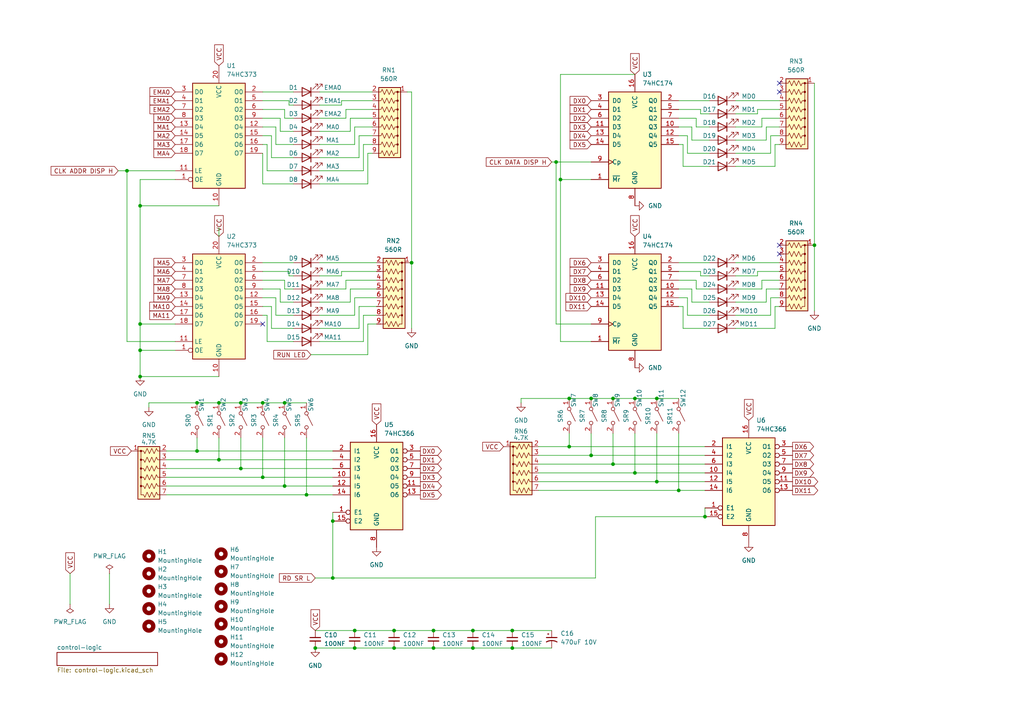
<source format=kicad_sch>
(kicad_sch (version 20230121) (generator eeschema)

  (uuid 5d2b1797-98fb-4c5d-a599-c64e3b960257)

  (paper "A4")

  (lib_symbols
    (symbol "74xx:74HC373" (in_bom yes) (on_board yes)
      (property "Reference" "U" (at -7.62 16.51 0)
        (effects (font (size 1.27 1.27)))
      )
      (property "Value" "74HC373" (at -7.62 -16.51 0)
        (effects (font (size 1.27 1.27)))
      )
      (property "Footprint" "" (at 0 0 0)
        (effects (font (size 1.27 1.27)) hide)
      )
      (property "Datasheet" "https://www.ti.com/lit/ds/symlink/cd54hc373.pdf" (at 0 0 0)
        (effects (font (size 1.27 1.27)) hide)
      )
      (property "ki_keywords" "HCMOS REG DFF DFF8 LATCH" (at 0 0 0)
        (effects (font (size 1.27 1.27)) hide)
      )
      (property "ki_description" "8-bit Latch, 3-state outputs" (at 0 0 0)
        (effects (font (size 1.27 1.27)) hide)
      )
      (property "ki_fp_filters" "DIP?20* SOIC?20* SO?20* SSOP?20* TSSOP?20*" (at 0 0 0)
        (effects (font (size 1.27 1.27)) hide)
      )
      (symbol "74HC373_1_0"
        (pin input inverted (at -12.7 -12.7 0) (length 5.08)
          (name "OE" (effects (font (size 1.27 1.27))))
          (number "1" (effects (font (size 1.27 1.27))))
        )
        (pin power_in line (at 0 -20.32 90) (length 5.08)
          (name "GND" (effects (font (size 1.27 1.27))))
          (number "10" (effects (font (size 1.27 1.27))))
        )
        (pin input line (at -12.7 -10.16 0) (length 5.08)
          (name "LE" (effects (font (size 1.27 1.27))))
          (number "11" (effects (font (size 1.27 1.27))))
        )
        (pin tri_state line (at 12.7 2.54 180) (length 5.08)
          (name "O4" (effects (font (size 1.27 1.27))))
          (number "12" (effects (font (size 1.27 1.27))))
        )
        (pin input line (at -12.7 2.54 0) (length 5.08)
          (name "D4" (effects (font (size 1.27 1.27))))
          (number "13" (effects (font (size 1.27 1.27))))
        )
        (pin input line (at -12.7 0 0) (length 5.08)
          (name "D5" (effects (font (size 1.27 1.27))))
          (number "14" (effects (font (size 1.27 1.27))))
        )
        (pin tri_state line (at 12.7 0 180) (length 5.08)
          (name "O5" (effects (font (size 1.27 1.27))))
          (number "15" (effects (font (size 1.27 1.27))))
        )
        (pin tri_state line (at 12.7 -2.54 180) (length 5.08)
          (name "O6" (effects (font (size 1.27 1.27))))
          (number "16" (effects (font (size 1.27 1.27))))
        )
        (pin input line (at -12.7 -2.54 0) (length 5.08)
          (name "D6" (effects (font (size 1.27 1.27))))
          (number "17" (effects (font (size 1.27 1.27))))
        )
        (pin input line (at -12.7 -5.08 0) (length 5.08)
          (name "D7" (effects (font (size 1.27 1.27))))
          (number "18" (effects (font (size 1.27 1.27))))
        )
        (pin tri_state line (at 12.7 -5.08 180) (length 5.08)
          (name "O7" (effects (font (size 1.27 1.27))))
          (number "19" (effects (font (size 1.27 1.27))))
        )
        (pin tri_state line (at 12.7 12.7 180) (length 5.08)
          (name "O0" (effects (font (size 1.27 1.27))))
          (number "2" (effects (font (size 1.27 1.27))))
        )
        (pin power_in line (at 0 20.32 270) (length 5.08)
          (name "VCC" (effects (font (size 1.27 1.27))))
          (number "20" (effects (font (size 1.27 1.27))))
        )
        (pin input line (at -12.7 12.7 0) (length 5.08)
          (name "D0" (effects (font (size 1.27 1.27))))
          (number "3" (effects (font (size 1.27 1.27))))
        )
        (pin input line (at -12.7 10.16 0) (length 5.08)
          (name "D1" (effects (font (size 1.27 1.27))))
          (number "4" (effects (font (size 1.27 1.27))))
        )
        (pin tri_state line (at 12.7 10.16 180) (length 5.08)
          (name "O1" (effects (font (size 1.27 1.27))))
          (number "5" (effects (font (size 1.27 1.27))))
        )
        (pin tri_state line (at 12.7 7.62 180) (length 5.08)
          (name "O2" (effects (font (size 1.27 1.27))))
          (number "6" (effects (font (size 1.27 1.27))))
        )
        (pin input line (at -12.7 7.62 0) (length 5.08)
          (name "D2" (effects (font (size 1.27 1.27))))
          (number "7" (effects (font (size 1.27 1.27))))
        )
        (pin input line (at -12.7 5.08 0) (length 5.08)
          (name "D3" (effects (font (size 1.27 1.27))))
          (number "8" (effects (font (size 1.27 1.27))))
        )
        (pin tri_state line (at 12.7 5.08 180) (length 5.08)
          (name "O3" (effects (font (size 1.27 1.27))))
          (number "9" (effects (font (size 1.27 1.27))))
        )
      )
      (symbol "74HC373_1_1"
        (rectangle (start -7.62 15.24) (end 7.62 -15.24)
          (stroke (width 0.254) (type default))
          (fill (type background))
        )
      )
    )
    (symbol "74xx:74LS174" (pin_names (offset 1.016)) (in_bom yes) (on_board yes)
      (property "Reference" "U" (at -7.62 13.97 0)
        (effects (font (size 1.27 1.27)))
      )
      (property "Value" "74LS174" (at -7.62 -16.51 0)
        (effects (font (size 1.27 1.27)))
      )
      (property "Footprint" "" (at 0 0 0)
        (effects (font (size 1.27 1.27)) hide)
      )
      (property "Datasheet" "http://www.ti.com/lit/gpn/sn74LS174" (at 0 0 0)
        (effects (font (size 1.27 1.27)) hide)
      )
      (property "ki_locked" "" (at 0 0 0)
        (effects (font (size 1.27 1.27)))
      )
      (property "ki_keywords" "TTL REG REG6 DFF" (at 0 0 0)
        (effects (font (size 1.27 1.27)) hide)
      )
      (property "ki_description" "Hex D-type Flip-Flop, reset" (at 0 0 0)
        (effects (font (size 1.27 1.27)) hide)
      )
      (property "ki_fp_filters" "DIP?16*" (at 0 0 0)
        (effects (font (size 1.27 1.27)) hide)
      )
      (symbol "74LS174_1_0"
        (pin input line (at -12.7 -12.7 0) (length 5.08)
          (name "~{Mr}" (effects (font (size 1.27 1.27))))
          (number "1" (effects (font (size 1.27 1.27))))
        )
        (pin output line (at 12.7 2.54 180) (length 5.08)
          (name "Q3" (effects (font (size 1.27 1.27))))
          (number "10" (effects (font (size 1.27 1.27))))
        )
        (pin input line (at -12.7 2.54 0) (length 5.08)
          (name "D3" (effects (font (size 1.27 1.27))))
          (number "11" (effects (font (size 1.27 1.27))))
        )
        (pin output line (at 12.7 0 180) (length 5.08)
          (name "Q4" (effects (font (size 1.27 1.27))))
          (number "12" (effects (font (size 1.27 1.27))))
        )
        (pin input line (at -12.7 0 0) (length 5.08)
          (name "D4" (effects (font (size 1.27 1.27))))
          (number "13" (effects (font (size 1.27 1.27))))
        )
        (pin input line (at -12.7 -2.54 0) (length 5.08)
          (name "D5" (effects (font (size 1.27 1.27))))
          (number "14" (effects (font (size 1.27 1.27))))
        )
        (pin output line (at 12.7 -2.54 180) (length 5.08)
          (name "Q5" (effects (font (size 1.27 1.27))))
          (number "15" (effects (font (size 1.27 1.27))))
        )
        (pin power_in line (at 0 17.78 270) (length 5.08)
          (name "VCC" (effects (font (size 1.27 1.27))))
          (number "16" (effects (font (size 1.27 1.27))))
        )
        (pin output line (at 12.7 10.16 180) (length 5.08)
          (name "Q0" (effects (font (size 1.27 1.27))))
          (number "2" (effects (font (size 1.27 1.27))))
        )
        (pin input line (at -12.7 10.16 0) (length 5.08)
          (name "D0" (effects (font (size 1.27 1.27))))
          (number "3" (effects (font (size 1.27 1.27))))
        )
        (pin input line (at -12.7 7.62 0) (length 5.08)
          (name "D1" (effects (font (size 1.27 1.27))))
          (number "4" (effects (font (size 1.27 1.27))))
        )
        (pin output line (at 12.7 7.62 180) (length 5.08)
          (name "Q1" (effects (font (size 1.27 1.27))))
          (number "5" (effects (font (size 1.27 1.27))))
        )
        (pin input line (at -12.7 5.08 0) (length 5.08)
          (name "D2" (effects (font (size 1.27 1.27))))
          (number "6" (effects (font (size 1.27 1.27))))
        )
        (pin output line (at 12.7 5.08 180) (length 5.08)
          (name "Q2" (effects (font (size 1.27 1.27))))
          (number "7" (effects (font (size 1.27 1.27))))
        )
        (pin power_in line (at 0 -20.32 90) (length 5.08)
          (name "GND" (effects (font (size 1.27 1.27))))
          (number "8" (effects (font (size 1.27 1.27))))
        )
        (pin input clock (at -12.7 -7.62 0) (length 5.08)
          (name "Cp" (effects (font (size 1.27 1.27))))
          (number "9" (effects (font (size 1.27 1.27))))
        )
      )
      (symbol "74LS174_1_1"
        (rectangle (start -7.62 12.7) (end 7.62 -15.24)
          (stroke (width 0.254) (type default))
          (fill (type background))
        )
      )
    )
    (symbol "74xx:74LS366" (pin_names (offset 1.016)) (in_bom yes) (on_board yes)
      (property "Reference" "U" (at -7.62 13.97 0)
        (effects (font (size 1.27 1.27)))
      )
      (property "Value" "74LS366" (at -7.62 -13.97 0)
        (effects (font (size 1.27 1.27)))
      )
      (property "Footprint" "" (at 0 0 0)
        (effects (font (size 1.27 1.27)) hide)
      )
      (property "Datasheet" "http://www.ti.com/lit/gpn/sn74LS366" (at 0 0 0)
        (effects (font (size 1.27 1.27)) hide)
      )
      (property "ki_locked" "" (at 0 0 0)
        (effects (font (size 1.27 1.27)))
      )
      (property "ki_keywords" "TTL Buffer BUS 3State" (at 0 0 0)
        (effects (font (size 1.27 1.27)) hide)
      )
      (property "ki_description" "Hex Bus Driver inverter, 3-state outputs" (at 0 0 0)
        (effects (font (size 1.27 1.27)) hide)
      )
      (property "ki_fp_filters" "DIP?16*" (at 0 0 0)
        (effects (font (size 1.27 1.27)) hide)
      )
      (symbol "74LS366_1_0"
        (pin input inverted (at -12.7 -7.62 0) (length 5.08)
          (name "E1" (effects (font (size 1.27 1.27))))
          (number "1" (effects (font (size 1.27 1.27))))
        )
        (pin input line (at -12.7 2.54 0) (length 5.08)
          (name "I4" (effects (font (size 1.27 1.27))))
          (number "10" (effects (font (size 1.27 1.27))))
        )
        (pin tri_state inverted (at 12.7 0 180) (length 5.08)
          (name "O5" (effects (font (size 1.27 1.27))))
          (number "11" (effects (font (size 1.27 1.27))))
        )
        (pin input line (at -12.7 0 0) (length 5.08)
          (name "I5" (effects (font (size 1.27 1.27))))
          (number "12" (effects (font (size 1.27 1.27))))
        )
        (pin tri_state inverted (at 12.7 -2.54 180) (length 5.08)
          (name "O6" (effects (font (size 1.27 1.27))))
          (number "13" (effects (font (size 1.27 1.27))))
        )
        (pin input line (at -12.7 -2.54 0) (length 5.08)
          (name "I6" (effects (font (size 1.27 1.27))))
          (number "14" (effects (font (size 1.27 1.27))))
        )
        (pin input inverted (at -12.7 -10.16 0) (length 5.08)
          (name "E2" (effects (font (size 1.27 1.27))))
          (number "15" (effects (font (size 1.27 1.27))))
        )
        (pin power_in line (at 0 17.78 270) (length 5.08)
          (name "VCC" (effects (font (size 1.27 1.27))))
          (number "16" (effects (font (size 1.27 1.27))))
        )
        (pin input line (at -12.7 10.16 0) (length 5.08)
          (name "I1" (effects (font (size 1.27 1.27))))
          (number "2" (effects (font (size 1.27 1.27))))
        )
        (pin tri_state inverted (at 12.7 10.16 180) (length 5.08)
          (name "O1" (effects (font (size 1.27 1.27))))
          (number "3" (effects (font (size 1.27 1.27))))
        )
        (pin input line (at -12.7 7.62 0) (length 5.08)
          (name "I2" (effects (font (size 1.27 1.27))))
          (number "4" (effects (font (size 1.27 1.27))))
        )
        (pin tri_state inverted (at 12.7 7.62 180) (length 5.08)
          (name "O2" (effects (font (size 1.27 1.27))))
          (number "5" (effects (font (size 1.27 1.27))))
        )
        (pin input line (at -12.7 5.08 0) (length 5.08)
          (name "I3" (effects (font (size 1.27 1.27))))
          (number "6" (effects (font (size 1.27 1.27))))
        )
        (pin tri_state inverted (at 12.7 5.08 180) (length 5.08)
          (name "O3" (effects (font (size 1.27 1.27))))
          (number "7" (effects (font (size 1.27 1.27))))
        )
        (pin power_in line (at 0 -17.78 90) (length 5.08)
          (name "GND" (effects (font (size 1.27 1.27))))
          (number "8" (effects (font (size 1.27 1.27))))
        )
        (pin tri_state inverted (at 12.7 2.54 180) (length 5.08)
          (name "O4" (effects (font (size 1.27 1.27))))
          (number "9" (effects (font (size 1.27 1.27))))
        )
      )
      (symbol "74LS366_1_1"
        (rectangle (start -7.62 12.7) (end 7.62 -12.7)
          (stroke (width 0.254) (type default))
          (fill (type background))
        )
      )
    )
    (symbol "Device:C_Polarized_Small_US" (pin_numbers hide) (pin_names (offset 0.254) hide) (in_bom yes) (on_board yes)
      (property "Reference" "C" (at 0.254 1.778 0)
        (effects (font (size 1.27 1.27)) (justify left))
      )
      (property "Value" "C_Polarized_Small_US" (at 0.254 -2.032 0)
        (effects (font (size 1.27 1.27)) (justify left))
      )
      (property "Footprint" "" (at 0 0 0)
        (effects (font (size 1.27 1.27)) hide)
      )
      (property "Datasheet" "~" (at 0 0 0)
        (effects (font (size 1.27 1.27)) hide)
      )
      (property "ki_keywords" "cap capacitor" (at 0 0 0)
        (effects (font (size 1.27 1.27)) hide)
      )
      (property "ki_description" "Polarized capacitor, small US symbol" (at 0 0 0)
        (effects (font (size 1.27 1.27)) hide)
      )
      (property "ki_fp_filters" "CP_*" (at 0 0 0)
        (effects (font (size 1.27 1.27)) hide)
      )
      (symbol "C_Polarized_Small_US_0_1"
        (polyline
          (pts
            (xy -1.524 0.508)
            (xy 1.524 0.508)
          )
          (stroke (width 0.3048) (type default))
          (fill (type none))
        )
        (polyline
          (pts
            (xy -1.27 1.524)
            (xy -0.762 1.524)
          )
          (stroke (width 0) (type default))
          (fill (type none))
        )
        (polyline
          (pts
            (xy -1.016 1.27)
            (xy -1.016 1.778)
          )
          (stroke (width 0) (type default))
          (fill (type none))
        )
        (arc (start 1.524 -0.762) (mid 0 -0.3734) (end -1.524 -0.762)
          (stroke (width 0.3048) (type default))
          (fill (type none))
        )
      )
      (symbol "C_Polarized_Small_US_1_1"
        (pin passive line (at 0 2.54 270) (length 2.032)
          (name "~" (effects (font (size 1.27 1.27))))
          (number "1" (effects (font (size 1.27 1.27))))
        )
        (pin passive line (at 0 -2.54 90) (length 2.032)
          (name "~" (effects (font (size 1.27 1.27))))
          (number "2" (effects (font (size 1.27 1.27))))
        )
      )
    )
    (symbol "Device:C_Small" (pin_numbers hide) (pin_names (offset 0.254) hide) (in_bom yes) (on_board yes)
      (property "Reference" "C" (at 0.254 1.778 0)
        (effects (font (size 1.27 1.27)) (justify left))
      )
      (property "Value" "C_Small" (at 0.254 -2.032 0)
        (effects (font (size 1.27 1.27)) (justify left))
      )
      (property "Footprint" "" (at 0 0 0)
        (effects (font (size 1.27 1.27)) hide)
      )
      (property "Datasheet" "~" (at 0 0 0)
        (effects (font (size 1.27 1.27)) hide)
      )
      (property "ki_keywords" "capacitor cap" (at 0 0 0)
        (effects (font (size 1.27 1.27)) hide)
      )
      (property "ki_description" "Unpolarized capacitor, small symbol" (at 0 0 0)
        (effects (font (size 1.27 1.27)) hide)
      )
      (property "ki_fp_filters" "C_*" (at 0 0 0)
        (effects (font (size 1.27 1.27)) hide)
      )
      (symbol "C_Small_0_1"
        (polyline
          (pts
            (xy -1.524 -0.508)
            (xy 1.524 -0.508)
          )
          (stroke (width 0.3302) (type default))
          (fill (type none))
        )
        (polyline
          (pts
            (xy -1.524 0.508)
            (xy 1.524 0.508)
          )
          (stroke (width 0.3048) (type default))
          (fill (type none))
        )
      )
      (symbol "C_Small_1_1"
        (pin passive line (at 0 2.54 270) (length 2.032)
          (name "~" (effects (font (size 1.27 1.27))))
          (number "1" (effects (font (size 1.27 1.27))))
        )
        (pin passive line (at 0 -2.54 90) (length 2.032)
          (name "~" (effects (font (size 1.27 1.27))))
          (number "2" (effects (font (size 1.27 1.27))))
        )
      )
    )
    (symbol "Device:LED" (pin_numbers hide) (pin_names (offset 1.016) hide) (in_bom yes) (on_board yes)
      (property "Reference" "D" (at 0 2.54 0)
        (effects (font (size 1.27 1.27)))
      )
      (property "Value" "LED" (at 0 -2.54 0)
        (effects (font (size 1.27 1.27)))
      )
      (property "Footprint" "" (at 0 0 0)
        (effects (font (size 1.27 1.27)) hide)
      )
      (property "Datasheet" "~" (at 0 0 0)
        (effects (font (size 1.27 1.27)) hide)
      )
      (property "ki_keywords" "LED diode" (at 0 0 0)
        (effects (font (size 1.27 1.27)) hide)
      )
      (property "ki_description" "Light emitting diode" (at 0 0 0)
        (effects (font (size 1.27 1.27)) hide)
      )
      (property "ki_fp_filters" "LED* LED_SMD:* LED_THT:*" (at 0 0 0)
        (effects (font (size 1.27 1.27)) hide)
      )
      (symbol "LED_0_1"
        (polyline
          (pts
            (xy -1.27 -1.27)
            (xy -1.27 1.27)
          )
          (stroke (width 0.254) (type default))
          (fill (type none))
        )
        (polyline
          (pts
            (xy -1.27 0)
            (xy 1.27 0)
          )
          (stroke (width 0) (type default))
          (fill (type none))
        )
        (polyline
          (pts
            (xy 1.27 -1.27)
            (xy 1.27 1.27)
            (xy -1.27 0)
            (xy 1.27 -1.27)
          )
          (stroke (width 0.254) (type default))
          (fill (type none))
        )
        (polyline
          (pts
            (xy -3.048 -0.762)
            (xy -4.572 -2.286)
            (xy -3.81 -2.286)
            (xy -4.572 -2.286)
            (xy -4.572 -1.524)
          )
          (stroke (width 0) (type default))
          (fill (type none))
        )
        (polyline
          (pts
            (xy -1.778 -0.762)
            (xy -3.302 -2.286)
            (xy -2.54 -2.286)
            (xy -3.302 -2.286)
            (xy -3.302 -1.524)
          )
          (stroke (width 0) (type default))
          (fill (type none))
        )
      )
      (symbol "LED_1_1"
        (pin passive line (at -3.81 0 0) (length 2.54)
          (name "K" (effects (font (size 1.27 1.27))))
          (number "1" (effects (font (size 1.27 1.27))))
        )
        (pin passive line (at 3.81 0 180) (length 2.54)
          (name "A" (effects (font (size 1.27 1.27))))
          (number "2" (effects (font (size 1.27 1.27))))
        )
      )
    )
    (symbol "Device:R_Network06_US" (pin_names (offset 0) hide) (in_bom yes) (on_board yes)
      (property "Reference" "RN" (at -10.16 0 90)
        (effects (font (size 1.27 1.27)))
      )
      (property "Value" "R_Network06_US" (at 7.62 0 90)
        (effects (font (size 1.27 1.27)))
      )
      (property "Footprint" "Resistor_THT:R_Array_SIP7" (at 9.525 0 90)
        (effects (font (size 1.27 1.27)) hide)
      )
      (property "Datasheet" "http://www.vishay.com/docs/31509/csc.pdf" (at 0 0 0)
        (effects (font (size 1.27 1.27)) hide)
      )
      (property "ki_keywords" "R network star-topology" (at 0 0 0)
        (effects (font (size 1.27 1.27)) hide)
      )
      (property "ki_description" "6 resistor network, star topology, bussed resistors, small US symbol" (at 0 0 0)
        (effects (font (size 1.27 1.27)) hide)
      )
      (property "ki_fp_filters" "R?Array?SIP*" (at 0 0 0)
        (effects (font (size 1.27 1.27)) hide)
      )
      (symbol "R_Network06_US_0_1"
        (rectangle (start -8.89 -3.175) (end 6.35 3.175)
          (stroke (width 0.254) (type default))
          (fill (type background))
        )
        (circle (center -7.62 2.286) (radius 0.254)
          (stroke (width 0) (type default))
          (fill (type outline))
        )
        (circle (center -5.08 2.286) (radius 0.254)
          (stroke (width 0) (type default))
          (fill (type outline))
        )
        (circle (center -2.54 2.286) (radius 0.254)
          (stroke (width 0) (type default))
          (fill (type outline))
        )
        (polyline
          (pts
            (xy -7.62 2.286)
            (xy 5.08 2.286)
          )
          (stroke (width 0) (type default))
          (fill (type none))
        )
        (polyline
          (pts
            (xy -7.62 2.286)
            (xy -7.62 1.524)
            (xy -6.858 1.1684)
            (xy -8.382 0.508)
            (xy -6.858 -0.1524)
            (xy -8.382 -0.8382)
            (xy -6.858 -1.524)
            (xy -8.382 -2.1844)
            (xy -7.62 -2.54)
            (xy -7.62 -3.81)
          )
          (stroke (width 0) (type default))
          (fill (type none))
        )
        (polyline
          (pts
            (xy -5.08 2.286)
            (xy -5.08 1.524)
            (xy -4.318 1.1684)
            (xy -5.842 0.508)
            (xy -4.318 -0.1524)
            (xy -5.842 -0.8382)
            (xy -4.318 -1.524)
            (xy -5.842 -2.1844)
            (xy -5.08 -2.54)
            (xy -5.08 -3.81)
          )
          (stroke (width 0) (type default))
          (fill (type none))
        )
        (polyline
          (pts
            (xy -2.54 2.286)
            (xy -2.54 1.524)
            (xy -1.778 1.1684)
            (xy -3.302 0.508)
            (xy -1.778 -0.1524)
            (xy -3.302 -0.8382)
            (xy -1.778 -1.524)
            (xy -3.302 -2.1844)
            (xy -2.54 -2.54)
            (xy -2.54 -3.81)
          )
          (stroke (width 0) (type default))
          (fill (type none))
        )
        (polyline
          (pts
            (xy 0 2.286)
            (xy 0 1.524)
            (xy 0.762 1.1684)
            (xy -0.762 0.508)
            (xy 0.762 -0.1524)
            (xy -0.762 -0.8382)
            (xy 0.762 -1.524)
            (xy -0.762 -2.1844)
            (xy 0 -2.54)
            (xy 0 -3.81)
          )
          (stroke (width 0) (type default))
          (fill (type none))
        )
        (polyline
          (pts
            (xy 2.54 2.286)
            (xy 2.54 1.524)
            (xy 3.302 1.1684)
            (xy 1.778 0.508)
            (xy 3.302 -0.1524)
            (xy 1.778 -0.8382)
            (xy 3.302 -1.524)
            (xy 1.778 -2.1844)
            (xy 2.54 -2.54)
            (xy 2.54 -3.81)
          )
          (stroke (width 0) (type default))
          (fill (type none))
        )
        (polyline
          (pts
            (xy 5.08 2.286)
            (xy 5.08 1.524)
            (xy 5.842 1.1684)
            (xy 4.318 0.508)
            (xy 5.842 -0.1524)
            (xy 4.318 -0.8382)
            (xy 5.842 -1.524)
            (xy 4.318 -2.1844)
            (xy 5.08 -2.54)
            (xy 5.08 -3.81)
          )
          (stroke (width 0) (type default))
          (fill (type none))
        )
        (circle (center 0 2.286) (radius 0.254)
          (stroke (width 0) (type default))
          (fill (type outline))
        )
        (circle (center 2.54 2.286) (radius 0.254)
          (stroke (width 0) (type default))
          (fill (type outline))
        )
      )
      (symbol "R_Network06_US_1_1"
        (pin passive line (at -7.62 5.08 270) (length 2.54)
          (name "common" (effects (font (size 1.27 1.27))))
          (number "1" (effects (font (size 1.27 1.27))))
        )
        (pin passive line (at -7.62 -5.08 90) (length 1.27)
          (name "R1" (effects (font (size 1.27 1.27))))
          (number "2" (effects (font (size 1.27 1.27))))
        )
        (pin passive line (at -5.08 -5.08 90) (length 1.27)
          (name "R2" (effects (font (size 1.27 1.27))))
          (number "3" (effects (font (size 1.27 1.27))))
        )
        (pin passive line (at -2.54 -5.08 90) (length 1.27)
          (name "R3" (effects (font (size 1.27 1.27))))
          (number "4" (effects (font (size 1.27 1.27))))
        )
        (pin passive line (at 0 -5.08 90) (length 1.27)
          (name "R4" (effects (font (size 1.27 1.27))))
          (number "5" (effects (font (size 1.27 1.27))))
        )
        (pin passive line (at 2.54 -5.08 90) (length 1.27)
          (name "R5" (effects (font (size 1.27 1.27))))
          (number "6" (effects (font (size 1.27 1.27))))
        )
        (pin passive line (at 5.08 -5.08 90) (length 1.27)
          (name "R6" (effects (font (size 1.27 1.27))))
          (number "7" (effects (font (size 1.27 1.27))))
        )
      )
    )
    (symbol "Device:R_Network08_US" (pin_names (offset 0) hide) (in_bom yes) (on_board yes)
      (property "Reference" "RN" (at -12.7 0 90)
        (effects (font (size 1.27 1.27)))
      )
      (property "Value" "R_Network08_US" (at 10.16 0 90)
        (effects (font (size 1.27 1.27)))
      )
      (property "Footprint" "Resistor_THT:R_Array_SIP9" (at 12.065 0 90)
        (effects (font (size 1.27 1.27)) hide)
      )
      (property "Datasheet" "http://www.vishay.com/docs/31509/csc.pdf" (at 0 0 0)
        (effects (font (size 1.27 1.27)) hide)
      )
      (property "ki_keywords" "R network star-topology" (at 0 0 0)
        (effects (font (size 1.27 1.27)) hide)
      )
      (property "ki_description" "8 resistor network, star topology, bussed resistors, small US symbol" (at 0 0 0)
        (effects (font (size 1.27 1.27)) hide)
      )
      (property "ki_fp_filters" "R?Array?SIP*" (at 0 0 0)
        (effects (font (size 1.27 1.27)) hide)
      )
      (symbol "R_Network08_US_0_1"
        (rectangle (start -11.43 -3.175) (end 8.89 3.175)
          (stroke (width 0.254) (type default))
          (fill (type background))
        )
        (circle (center -10.16 2.286) (radius 0.254)
          (stroke (width 0) (type default))
          (fill (type outline))
        )
        (circle (center -7.62 2.286) (radius 0.254)
          (stroke (width 0) (type default))
          (fill (type outline))
        )
        (circle (center -5.08 2.286) (radius 0.254)
          (stroke (width 0) (type default))
          (fill (type outline))
        )
        (circle (center -2.54 2.286) (radius 0.254)
          (stroke (width 0) (type default))
          (fill (type outline))
        )
        (polyline
          (pts
            (xy -10.16 2.286)
            (xy 7.62 2.286)
          )
          (stroke (width 0) (type default))
          (fill (type none))
        )
        (polyline
          (pts
            (xy -10.16 2.286)
            (xy -10.16 1.524)
            (xy -9.398 1.1684)
            (xy -10.922 0.508)
            (xy -9.398 -0.1524)
            (xy -10.922 -0.8382)
            (xy -9.398 -1.524)
            (xy -10.922 -2.1844)
            (xy -10.16 -2.54)
            (xy -10.16 -3.81)
          )
          (stroke (width 0) (type default))
          (fill (type none))
        )
        (polyline
          (pts
            (xy -7.62 2.286)
            (xy -7.62 1.524)
            (xy -6.858 1.1684)
            (xy -8.382 0.508)
            (xy -6.858 -0.1524)
            (xy -8.382 -0.8382)
            (xy -6.858 -1.524)
            (xy -8.382 -2.1844)
            (xy -7.62 -2.54)
            (xy -7.62 -3.81)
          )
          (stroke (width 0) (type default))
          (fill (type none))
        )
        (polyline
          (pts
            (xy -5.08 2.286)
            (xy -5.08 1.524)
            (xy -4.318 1.1684)
            (xy -5.842 0.508)
            (xy -4.318 -0.1524)
            (xy -5.842 -0.8382)
            (xy -4.318 -1.524)
            (xy -5.842 -2.1844)
            (xy -5.08 -2.54)
            (xy -5.08 -3.81)
          )
          (stroke (width 0) (type default))
          (fill (type none))
        )
        (polyline
          (pts
            (xy -2.54 2.286)
            (xy -2.54 1.524)
            (xy -1.778 1.1684)
            (xy -3.302 0.508)
            (xy -1.778 -0.1524)
            (xy -3.302 -0.8382)
            (xy -1.778 -1.524)
            (xy -3.302 -2.1844)
            (xy -2.54 -2.54)
            (xy -2.54 -3.81)
          )
          (stroke (width 0) (type default))
          (fill (type none))
        )
        (polyline
          (pts
            (xy 0 2.286)
            (xy 0 1.524)
            (xy 0.762 1.1684)
            (xy -0.762 0.508)
            (xy 0.762 -0.1524)
            (xy -0.762 -0.8382)
            (xy 0.762 -1.524)
            (xy -0.762 -2.1844)
            (xy 0 -2.54)
            (xy 0 -3.81)
          )
          (stroke (width 0) (type default))
          (fill (type none))
        )
        (polyline
          (pts
            (xy 2.54 2.286)
            (xy 2.54 1.524)
            (xy 3.302 1.1684)
            (xy 1.778 0.508)
            (xy 3.302 -0.1524)
            (xy 1.778 -0.8382)
            (xy 3.302 -1.524)
            (xy 1.778 -2.1844)
            (xy 2.54 -2.54)
            (xy 2.54 -3.81)
          )
          (stroke (width 0) (type default))
          (fill (type none))
        )
        (polyline
          (pts
            (xy 5.08 2.286)
            (xy 5.08 1.524)
            (xy 5.842 1.1684)
            (xy 4.318 0.508)
            (xy 5.842 -0.1524)
            (xy 4.318 -0.8382)
            (xy 5.842 -1.524)
            (xy 4.318 -2.1844)
            (xy 5.08 -2.54)
            (xy 5.08 -3.81)
          )
          (stroke (width 0) (type default))
          (fill (type none))
        )
        (polyline
          (pts
            (xy 7.62 2.286)
            (xy 7.62 1.524)
            (xy 8.382 1.1684)
            (xy 6.858 0.508)
            (xy 8.382 -0.1524)
            (xy 6.858 -0.8382)
            (xy 8.382 -1.524)
            (xy 6.858 -2.1844)
            (xy 7.62 -2.54)
            (xy 7.62 -3.81)
          )
          (stroke (width 0) (type default))
          (fill (type none))
        )
        (circle (center 0 2.286) (radius 0.254)
          (stroke (width 0) (type default))
          (fill (type outline))
        )
        (circle (center 2.54 2.286) (radius 0.254)
          (stroke (width 0) (type default))
          (fill (type outline))
        )
        (circle (center 5.08 2.286) (radius 0.254)
          (stroke (width 0) (type default))
          (fill (type outline))
        )
      )
      (symbol "R_Network08_US_1_1"
        (pin passive line (at -10.16 5.08 270) (length 2.54)
          (name "common" (effects (font (size 1.27 1.27))))
          (number "1" (effects (font (size 1.27 1.27))))
        )
        (pin passive line (at -10.16 -5.08 90) (length 1.27)
          (name "R1" (effects (font (size 1.27 1.27))))
          (number "2" (effects (font (size 1.27 1.27))))
        )
        (pin passive line (at -7.62 -5.08 90) (length 1.27)
          (name "R2" (effects (font (size 1.27 1.27))))
          (number "3" (effects (font (size 1.27 1.27))))
        )
        (pin passive line (at -5.08 -5.08 90) (length 1.27)
          (name "R3" (effects (font (size 1.27 1.27))))
          (number "4" (effects (font (size 1.27 1.27))))
        )
        (pin passive line (at -2.54 -5.08 90) (length 1.27)
          (name "R4" (effects (font (size 1.27 1.27))))
          (number "5" (effects (font (size 1.27 1.27))))
        )
        (pin passive line (at 0 -5.08 90) (length 1.27)
          (name "R5" (effects (font (size 1.27 1.27))))
          (number "6" (effects (font (size 1.27 1.27))))
        )
        (pin passive line (at 2.54 -5.08 90) (length 1.27)
          (name "R6" (effects (font (size 1.27 1.27))))
          (number "7" (effects (font (size 1.27 1.27))))
        )
        (pin passive line (at 5.08 -5.08 90) (length 1.27)
          (name "R7" (effects (font (size 1.27 1.27))))
          (number "8" (effects (font (size 1.27 1.27))))
        )
        (pin passive line (at 7.62 -5.08 90) (length 1.27)
          (name "R8" (effects (font (size 1.27 1.27))))
          (number "9" (effects (font (size 1.27 1.27))))
        )
      )
    )
    (symbol "Mechanical:MountingHole" (pin_names (offset 1.016)) (in_bom yes) (on_board yes)
      (property "Reference" "H" (at 0 5.08 0)
        (effects (font (size 1.27 1.27)))
      )
      (property "Value" "MountingHole" (at 0 3.175 0)
        (effects (font (size 1.27 1.27)))
      )
      (property "Footprint" "" (at 0 0 0)
        (effects (font (size 1.27 1.27)) hide)
      )
      (property "Datasheet" "~" (at 0 0 0)
        (effects (font (size 1.27 1.27)) hide)
      )
      (property "ki_keywords" "mounting hole" (at 0 0 0)
        (effects (font (size 1.27 1.27)) hide)
      )
      (property "ki_description" "Mounting Hole without connection" (at 0 0 0)
        (effects (font (size 1.27 1.27)) hide)
      )
      (property "ki_fp_filters" "MountingHole*" (at 0 0 0)
        (effects (font (size 1.27 1.27)) hide)
      )
      (symbol "MountingHole_0_1"
        (circle (center 0 0) (radius 1.27)
          (stroke (width 1.27) (type default))
          (fill (type none))
        )
      )
    )
    (symbol "Switch:SW_SPST" (pin_names (offset 0) hide) (in_bom yes) (on_board yes)
      (property "Reference" "SW" (at 0 3.175 0)
        (effects (font (size 1.27 1.27)))
      )
      (property "Value" "SW_SPST" (at 0 -2.54 0)
        (effects (font (size 1.27 1.27)))
      )
      (property "Footprint" "" (at 0 0 0)
        (effects (font (size 1.27 1.27)) hide)
      )
      (property "Datasheet" "~" (at 0 0 0)
        (effects (font (size 1.27 1.27)) hide)
      )
      (property "ki_keywords" "switch lever" (at 0 0 0)
        (effects (font (size 1.27 1.27)) hide)
      )
      (property "ki_description" "Single Pole Single Throw (SPST) switch" (at 0 0 0)
        (effects (font (size 1.27 1.27)) hide)
      )
      (symbol "SW_SPST_0_0"
        (circle (center -2.032 0) (radius 0.508)
          (stroke (width 0) (type default))
          (fill (type none))
        )
        (polyline
          (pts
            (xy -1.524 0.254)
            (xy 1.524 1.778)
          )
          (stroke (width 0) (type default))
          (fill (type none))
        )
        (circle (center 2.032 0) (radius 0.508)
          (stroke (width 0) (type default))
          (fill (type none))
        )
      )
      (symbol "SW_SPST_1_1"
        (pin passive line (at -5.08 0 0) (length 2.54)
          (name "A" (effects (font (size 1.27 1.27))))
          (number "1" (effects (font (size 1.27 1.27))))
        )
        (pin passive line (at 5.08 0 180) (length 2.54)
          (name "B" (effects (font (size 1.27 1.27))))
          (number "2" (effects (font (size 1.27 1.27))))
        )
      )
    )
    (symbol "power:GND" (power) (pin_names (offset 0)) (in_bom yes) (on_board yes)
      (property "Reference" "#PWR" (at 0 -6.35 0)
        (effects (font (size 1.27 1.27)) hide)
      )
      (property "Value" "GND" (at 0 -3.81 0)
        (effects (font (size 1.27 1.27)))
      )
      (property "Footprint" "" (at 0 0 0)
        (effects (font (size 1.27 1.27)) hide)
      )
      (property "Datasheet" "" (at 0 0 0)
        (effects (font (size 1.27 1.27)) hide)
      )
      (property "ki_keywords" "global power" (at 0 0 0)
        (effects (font (size 1.27 1.27)) hide)
      )
      (property "ki_description" "Power symbol creates a global label with name \"GND\" , ground" (at 0 0 0)
        (effects (font (size 1.27 1.27)) hide)
      )
      (symbol "GND_0_1"
        (polyline
          (pts
            (xy 0 0)
            (xy 0 -1.27)
            (xy 1.27 -1.27)
            (xy 0 -2.54)
            (xy -1.27 -1.27)
            (xy 0 -1.27)
          )
          (stroke (width 0) (type default))
          (fill (type none))
        )
      )
      (symbol "GND_1_1"
        (pin power_in line (at 0 0 270) (length 0) hide
          (name "GND" (effects (font (size 1.27 1.27))))
          (number "1" (effects (font (size 1.27 1.27))))
        )
      )
    )
    (symbol "power:PWR_FLAG" (power) (pin_numbers hide) (pin_names (offset 0) hide) (in_bom yes) (on_board yes)
      (property "Reference" "#FLG" (at 0 1.905 0)
        (effects (font (size 1.27 1.27)) hide)
      )
      (property "Value" "PWR_FLAG" (at 0 3.81 0)
        (effects (font (size 1.27 1.27)))
      )
      (property "Footprint" "" (at 0 0 0)
        (effects (font (size 1.27 1.27)) hide)
      )
      (property "Datasheet" "~" (at 0 0 0)
        (effects (font (size 1.27 1.27)) hide)
      )
      (property "ki_keywords" "flag power" (at 0 0 0)
        (effects (font (size 1.27 1.27)) hide)
      )
      (property "ki_description" "Special symbol for telling ERC where power comes from" (at 0 0 0)
        (effects (font (size 1.27 1.27)) hide)
      )
      (symbol "PWR_FLAG_0_0"
        (pin power_out line (at 0 0 90) (length 0)
          (name "pwr" (effects (font (size 1.27 1.27))))
          (number "1" (effects (font (size 1.27 1.27))))
        )
      )
      (symbol "PWR_FLAG_0_1"
        (polyline
          (pts
            (xy 0 0)
            (xy 0 1.27)
            (xy -1.016 1.905)
            (xy 0 2.54)
            (xy 1.016 1.905)
            (xy 0 1.27)
          )
          (stroke (width 0) (type default))
          (fill (type none))
        )
      )
    )
  )

  (junction (at 137.16 182.88) (diameter 0) (color 0 0 0 0)
    (uuid 001f8604-b62a-4d9d-a5b9-7c082592b4eb)
  )
  (junction (at 88.9 143.51) (diameter 0) (color 0 0 0 0)
    (uuid 00cc327b-a480-497c-9e18-92422ef8d18e)
  )
  (junction (at 162.56 52.07) (diameter 0) (color 0 0 0 0)
    (uuid 015288e3-bf8a-4de6-97e7-234457eba79e)
  )
  (junction (at 76.2 138.43) (diameter 0) (color 0 0 0 0)
    (uuid 027c7d32-c57e-4c8f-803a-710c1124f8f4)
  )
  (junction (at 236.22 71.12) (diameter 0) (color 0 0 0 0)
    (uuid 048af243-7fb3-48b5-a9c5-6097a2b30386)
  )
  (junction (at 36.83 49.53) (diameter 0) (color 0 0 0 0)
    (uuid 110c653d-0f6e-4b9d-bf8e-bd928607eb11)
  )
  (junction (at 204.47 149.86) (diameter 0) (color 0 0 0 0)
    (uuid 15b43d37-24f4-46b1-8b54-fa1caf68bf3a)
  )
  (junction (at 82.55 116.84) (diameter 0) (color 0 0 0 0)
    (uuid 207be39f-0394-4c8e-9ce3-385f1d1845f8)
  )
  (junction (at 96.52 151.13) (diameter 0) (color 0 0 0 0)
    (uuid 329adcdc-09b4-45f4-8d68-41a67566b3af)
  )
  (junction (at 177.8 115.57) (diameter 0) (color 0 0 0 0)
    (uuid 3806cd66-cc39-458a-8b11-ec73b33a6e91)
  )
  (junction (at 137.16 187.96) (diameter 0) (color 0 0 0 0)
    (uuid 39e9a782-2b39-4598-98ed-0d4891ee80c0)
  )
  (junction (at 148.59 187.96) (diameter 0) (color 0 0 0 0)
    (uuid 3f360d10-f644-419d-ad13-979d6bff5da7)
  )
  (junction (at 119.38 76.2) (diameter 0) (color 0 0 0 0)
    (uuid 3f571dc9-8619-4bdd-b488-6adf1d211338)
  )
  (junction (at 102.87 187.96) (diameter 0) (color 0 0 0 0)
    (uuid 41217b25-7ed6-42c1-85f1-706c51add533)
  )
  (junction (at 57.15 116.84) (diameter 0) (color 0 0 0 0)
    (uuid 470ea1f3-dabf-497d-a692-b34f1fcd77ca)
  )
  (junction (at 82.55 140.97) (diameter 0) (color 0 0 0 0)
    (uuid 49786df3-dd59-4152-9153-a747d51af150)
  )
  (junction (at 114.3 187.96) (diameter 0) (color 0 0 0 0)
    (uuid 549eabf4-9cb2-4ee6-b609-ef6b74534b83)
  )
  (junction (at 161.29 46.99) (diameter 0) (color 0 0 0 0)
    (uuid 54f3677f-2a86-4ce3-98bb-54d284e10907)
  )
  (junction (at 184.15 115.57) (diameter 0) (color 0 0 0 0)
    (uuid 57db1047-8f78-4df3-b6d2-c513f378abe1)
  )
  (junction (at 171.45 132.08) (diameter 0) (color 0 0 0 0)
    (uuid 5f9d1521-bb83-4ba5-af03-c6d119728d8e)
  )
  (junction (at 102.87 182.88) (diameter 0) (color 0 0 0 0)
    (uuid 6515b9ec-3b26-47b4-911f-cf4f5fdfcd9b)
  )
  (junction (at 190.5 115.57) (diameter 0) (color 0 0 0 0)
    (uuid 71bf3f8e-c06d-4eb5-a425-005559b8e46e)
  )
  (junction (at 96.52 167.64) (diameter 0) (color 0 0 0 0)
    (uuid 74f1a682-3e1e-496a-bcae-bd64e37588b6)
  )
  (junction (at 40.64 59.69) (diameter 0) (color 0 0 0 0)
    (uuid 7a6f4afd-bacb-4e89-9d2d-518520afdb90)
  )
  (junction (at 184.15 137.16) (diameter 0) (color 0 0 0 0)
    (uuid 8f8c2b8f-dfc5-4af6-b5ec-103c2795ff4b)
  )
  (junction (at 40.64 109.22) (diameter 0) (color 0 0 0 0)
    (uuid 94328dd2-5f53-4b44-b601-24f3655349c8)
  )
  (junction (at 165.1 129.54) (diameter 0) (color 0 0 0 0)
    (uuid a16dde32-954c-4764-a29c-f515befc4f20)
  )
  (junction (at 91.44 187.96) (diameter 0) (color 0 0 0 0)
    (uuid a2480727-d8b2-404a-a4ea-08c67fbf8283)
  )
  (junction (at 69.85 116.84) (diameter 0) (color 0 0 0 0)
    (uuid a7d48b69-5ba9-46ef-b10a-0476026f0a61)
  )
  (junction (at 125.73 187.96) (diameter 0) (color 0 0 0 0)
    (uuid aa0bae47-435d-4ee5-832c-be5c3f364a18)
  )
  (junction (at 177.8 134.62) (diameter 0) (color 0 0 0 0)
    (uuid ae98b48e-a039-474f-b8ec-1a4e399dba54)
  )
  (junction (at 40.64 93.98) (diameter 0) (color 0 0 0 0)
    (uuid b95509de-30aa-4ce8-9866-dc05c80121ab)
  )
  (junction (at 190.5 139.7) (diameter 0) (color 0 0 0 0)
    (uuid c0175baf-a38c-47ac-9be2-fdaeb977e4ef)
  )
  (junction (at 63.5 133.35) (diameter 0) (color 0 0 0 0)
    (uuid c62f6f80-38e5-45cf-ac78-cc00f657a95b)
  )
  (junction (at 171.45 115.57) (diameter 0) (color 0 0 0 0)
    (uuid c76c8055-7c17-42ee-8a35-1082350a4140)
  )
  (junction (at 63.5 116.84) (diameter 0) (color 0 0 0 0)
    (uuid ca55ef91-9647-4fb2-a6be-ecb18d5541cc)
  )
  (junction (at 196.85 142.24) (diameter 0) (color 0 0 0 0)
    (uuid cd2b471d-3e79-438c-b565-c56c33d133ce)
  )
  (junction (at 114.3 182.88) (diameter 0) (color 0 0 0 0)
    (uuid ce330355-c7de-4024-b7c6-c4a7bc7920b6)
  )
  (junction (at 69.85 135.89) (diameter 0) (color 0 0 0 0)
    (uuid ceec2e13-ab1a-45a3-9d03-0e85f5802e89)
  )
  (junction (at 125.73 182.88) (diameter 0) (color 0 0 0 0)
    (uuid d08a80d4-8c5c-4fa2-9e2d-6611c7b2d6cf)
  )
  (junction (at 148.59 182.88) (diameter 0) (color 0 0 0 0)
    (uuid dbbe14c9-45f0-4b2c-b122-3e4c072dd9f0)
  )
  (junction (at 76.2 116.84) (diameter 0) (color 0 0 0 0)
    (uuid eccc6571-5a8a-4245-9e26-691b1243ceae)
  )
  (junction (at 165.1 115.57) (diameter 0) (color 0 0 0 0)
    (uuid f60ede67-6518-4627-baad-446efbcb1fa8)
  )
  (junction (at 40.64 101.6) (diameter 0) (color 0 0 0 0)
    (uuid fceb6805-fed3-4004-9319-ab2882af6e9c)
  )
  (junction (at 57.15 130.81) (diameter 0) (color 0 0 0 0)
    (uuid fe87334d-082d-4755-ba1f-1cc403b37acf)
  )

  (no_connect (at 226.06 26.67) (uuid 0b4399e1-3342-4140-bec2-2b99704efa12))
  (no_connect (at 226.06 73.66) (uuid 34230a00-964c-4061-bff0-6eee33acd817))
  (no_connect (at 226.06 71.12) (uuid 41da8237-a3bb-4c78-8c6f-eb2bdefbd86c))
  (no_connect (at 226.06 24.13) (uuid 828af15a-21c9-4515-b210-46f702605e30))
  (no_connect (at 76.2 93.98) (uuid e51f67c3-0b2b-4ae0-bfc7-4acb07100972))

  (wire (pts (xy 43.18 116.84) (xy 43.18 118.11))
    (stroke (width 0) (type default))
    (uuid 01648f22-f7fc-4857-823b-33d0e5adc89d)
  )
  (wire (pts (xy 107.95 34.29) (xy 101.6 34.29))
    (stroke (width 0) (type default))
    (uuid 01b5b7ff-4eef-4b56-a5c6-941b42dca9cd)
  )
  (wire (pts (xy 219.71 31.75) (xy 219.71 33.02))
    (stroke (width 0) (type default))
    (uuid 033d02bc-bbd9-4b11-85e7-1743d31bbdf6)
  )
  (wire (pts (xy 119.38 26.67) (xy 119.38 76.2))
    (stroke (width 0) (type default))
    (uuid 03a3d56d-0a48-4c59-b810-396d5ad2e2b4)
  )
  (wire (pts (xy 76.2 39.37) (xy 78.74 39.37))
    (stroke (width 0) (type default))
    (uuid 03e95b8b-7dd3-4dca-b837-0c86690df54e)
  )
  (wire (pts (xy 99.06 29.21) (xy 99.06 30.48))
    (stroke (width 0) (type default))
    (uuid 071282f0-47a1-424a-9883-e582c8c49cf5)
  )
  (wire (pts (xy 199.39 91.44) (xy 205.74 91.44))
    (stroke (width 0) (type default))
    (uuid 08a5815c-3efd-48ee-8364-407317d8c166)
  )
  (wire (pts (xy 119.38 76.2) (xy 119.38 95.25))
    (stroke (width 0) (type default))
    (uuid 098fd413-2fbc-4a87-a523-0111a7447099)
  )
  (wire (pts (xy 199.39 86.36) (xy 199.39 91.44))
    (stroke (width 0) (type default))
    (uuid 0ab2ab81-3d31-4fdf-a2a8-71aaa31fc514)
  )
  (wire (pts (xy 196.85 76.2) (xy 205.74 76.2))
    (stroke (width 0) (type default))
    (uuid 0b367de6-b17e-4d05-90a5-4bc8435449d1)
  )
  (wire (pts (xy 156.21 134.62) (xy 177.8 134.62))
    (stroke (width 0) (type default))
    (uuid 0c453cef-3e15-4b94-a932-d994c37db35c)
  )
  (wire (pts (xy 106.68 53.34) (xy 92.71 53.34))
    (stroke (width 0) (type default))
    (uuid 0cb2ee19-70de-4924-a2ae-b37194a056e6)
  )
  (wire (pts (xy 196.85 41.91) (xy 198.12 41.91))
    (stroke (width 0) (type default))
    (uuid 0cd047e2-c7bc-4bb4-ab41-aa16a652f8f9)
  )
  (wire (pts (xy 177.8 134.62) (xy 204.47 134.62))
    (stroke (width 0) (type default))
    (uuid 0db82929-9ccb-4642-8668-1d945bf06e30)
  )
  (wire (pts (xy 224.79 41.91) (xy 224.79 48.26))
    (stroke (width 0) (type default))
    (uuid 0e3db97e-7f4d-4b14-b5b1-92f56b6ce7bd)
  )
  (wire (pts (xy 165.1 125.73) (xy 165.1 129.54))
    (stroke (width 0) (type default))
    (uuid 0eeb18bb-50bb-4cc9-b7c5-83e575e6a1b7)
  )
  (wire (pts (xy 114.3 187.96) (xy 125.73 187.96))
    (stroke (width 0) (type default))
    (uuid 10681144-f5bf-4250-8601-095b16412749)
  )
  (wire (pts (xy 100.33 83.82) (xy 92.71 83.82))
    (stroke (width 0) (type default))
    (uuid 11ef16d1-02ff-4992-b4bb-ee989fca3210)
  )
  (wire (pts (xy 151.13 115.57) (xy 165.1 115.57))
    (stroke (width 0) (type default))
    (uuid 12860f1d-7a50-4175-8e27-d4d57eb7e95e)
  )
  (wire (pts (xy 200.66 83.82) (xy 200.66 87.63))
    (stroke (width 0) (type default))
    (uuid 13c8c9cb-b7f9-4810-9384-e89c62891240)
  )
  (wire (pts (xy 107.95 36.83) (xy 102.87 36.83))
    (stroke (width 0) (type default))
    (uuid 151b6186-f4bd-454d-ab52-771124706354)
  )
  (wire (pts (xy 204.47 147.32) (xy 204.47 149.86))
    (stroke (width 0) (type default))
    (uuid 15e7a44b-775d-46af-9f54-40e06c9d03b7)
  )
  (wire (pts (xy 88.9 127) (xy 88.9 143.51))
    (stroke (width 0) (type default))
    (uuid 15ff3d1d-1567-4ed1-a66d-232d6fe7934a)
  )
  (wire (pts (xy 109.22 86.36) (xy 102.87 86.36))
    (stroke (width 0) (type default))
    (uuid 1681d3c7-3397-456e-942c-9fca0155011f)
  )
  (wire (pts (xy 34.29 49.53) (xy 36.83 49.53))
    (stroke (width 0) (type default))
    (uuid 17ef3352-09a5-468c-b14f-61e50a5a6739)
  )
  (wire (pts (xy 78.74 95.25) (xy 85.09 95.25))
    (stroke (width 0) (type default))
    (uuid 185546ce-8812-42e2-bf54-5399534d507a)
  )
  (wire (pts (xy 80.01 91.44) (xy 85.09 91.44))
    (stroke (width 0) (type default))
    (uuid 18948f87-5bd1-489a-8ce1-e438298890c8)
  )
  (wire (pts (xy 162.56 21.59) (xy 162.56 52.07))
    (stroke (width 0) (type default))
    (uuid 19a68d51-b711-4105-bf11-e7b7ccb9a93f)
  )
  (wire (pts (xy 156.21 132.08) (xy 171.45 132.08))
    (stroke (width 0) (type default))
    (uuid 1b272979-c6ac-425b-abce-99695a78c340)
  )
  (wire (pts (xy 105.41 99.06) (xy 92.71 99.06))
    (stroke (width 0) (type default))
    (uuid 1b5be5fa-6a75-442d-a1f5-c5379abad336)
  )
  (wire (pts (xy 80.01 41.91) (xy 85.09 41.91))
    (stroke (width 0) (type default))
    (uuid 1cefd2cd-3389-485d-8749-aa06c2f677ea)
  )
  (wire (pts (xy 226.06 83.82) (xy 222.25 83.82))
    (stroke (width 0) (type default))
    (uuid 2026b093-a0c1-4674-9636-7c658e5d1f74)
  )
  (wire (pts (xy 196.85 39.37) (xy 199.39 39.37))
    (stroke (width 0) (type default))
    (uuid 207c66cd-2282-4a8a-a687-b736eb3171aa)
  )
  (wire (pts (xy 226.06 41.91) (xy 224.79 41.91))
    (stroke (width 0) (type default))
    (uuid 21eda4e9-ae5c-4782-becc-93ca552e4915)
  )
  (wire (pts (xy 99.06 78.74) (xy 99.06 80.01))
    (stroke (width 0) (type default))
    (uuid 22fece80-f26e-4086-9109-c7e4387f95e9)
  )
  (wire (pts (xy 91.44 182.88) (xy 102.87 182.88))
    (stroke (width 0) (type default))
    (uuid 23f3e700-1768-4e20-b22b-9e4bac4eba47)
  )
  (wire (pts (xy 177.8 125.73) (xy 177.8 134.62))
    (stroke (width 0) (type default))
    (uuid 244aec9b-9ebf-4337-a1e2-d707f4e7c0bb)
  )
  (wire (pts (xy 92.71 26.67) (xy 107.95 26.67))
    (stroke (width 0) (type default))
    (uuid 258a215d-373c-4da9-b704-a3fa2b42e1bd)
  )
  (wire (pts (xy 199.39 39.37) (xy 199.39 44.45))
    (stroke (width 0) (type default))
    (uuid 25fe766f-7026-48cb-a666-ca25f73c9d7f)
  )
  (wire (pts (xy 196.85 142.24) (xy 204.47 142.24))
    (stroke (width 0) (type default))
    (uuid 26f160b5-e3f0-416b-b777-bf0e50ab71ca)
  )
  (wire (pts (xy 109.22 78.74) (xy 99.06 78.74))
    (stroke (width 0) (type default))
    (uuid 2763e95e-ea61-4962-bbb3-4c9f661887d9)
  )
  (wire (pts (xy 104.14 39.37) (xy 104.14 45.72))
    (stroke (width 0) (type default))
    (uuid 286b1191-416b-4133-b91e-e3ab37235b89)
  )
  (wire (pts (xy 190.5 125.73) (xy 190.5 139.7))
    (stroke (width 0) (type default))
    (uuid 28d8e095-2aee-40ea-83d6-9e232c948ae0)
  )
  (wire (pts (xy 105.41 91.44) (xy 105.41 99.06))
    (stroke (width 0) (type default))
    (uuid 29f1d2c0-32ea-413d-99d1-3c5ab4be6f0b)
  )
  (wire (pts (xy 31.75 166.37) (xy 31.75 175.26))
    (stroke (width 0) (type default))
    (uuid 2b6f2de5-2b09-4ffb-b0d7-2eced343af63)
  )
  (wire (pts (xy 220.98 83.82) (xy 213.36 83.82))
    (stroke (width 0) (type default))
    (uuid 2c325993-a4cb-4e2d-ba3f-0d6900edc22d)
  )
  (wire (pts (xy 76.2 53.34) (xy 85.09 53.34))
    (stroke (width 0) (type default))
    (uuid 2ce2e342-ba09-4c49-bd54-444df75c8e8e)
  )
  (wire (pts (xy 105.41 41.91) (xy 105.41 49.53))
    (stroke (width 0) (type default))
    (uuid 2cf1522f-ed65-46ee-b3b0-dccc9ecee856)
  )
  (wire (pts (xy 104.14 45.72) (xy 92.71 45.72))
    (stroke (width 0) (type default))
    (uuid 2ecd09fb-11d6-4727-98dd-6b04fd40e83f)
  )
  (wire (pts (xy 77.47 41.91) (xy 77.47 49.53))
    (stroke (width 0) (type default))
    (uuid 2fc06948-7b16-4b51-ae8f-b7e77eba28c2)
  )
  (wire (pts (xy 236.22 24.13) (xy 236.22 71.12))
    (stroke (width 0) (type default))
    (uuid 30a6c614-60d7-4edc-8a19-db096561050c)
  )
  (wire (pts (xy 223.52 86.36) (xy 223.52 91.44))
    (stroke (width 0) (type default))
    (uuid 30e2bda1-4132-40d3-b584-0f411f114fab)
  )
  (wire (pts (xy 226.06 86.36) (xy 223.52 86.36))
    (stroke (width 0) (type default))
    (uuid 30ef58e5-dde4-404c-bc08-56c3d6bfada6)
  )
  (wire (pts (xy 43.18 116.84) (xy 57.15 116.84))
    (stroke (width 0) (type default))
    (uuid 34298baf-a9ce-4014-b5cc-26047351e5b4)
  )
  (wire (pts (xy 50.8 49.53) (xy 36.83 49.53))
    (stroke (width 0) (type default))
    (uuid 350e1d0b-d5bf-4f2c-a19c-06aea95b40df)
  )
  (wire (pts (xy 171.45 132.08) (xy 204.47 132.08))
    (stroke (width 0) (type default))
    (uuid 352a28e5-65f0-40ae-951f-19c50dd2e3b5)
  )
  (wire (pts (xy 69.85 127) (xy 69.85 135.89))
    (stroke (width 0) (type default))
    (uuid 3534478a-a99c-4d62-85bd-a8053775d22c)
  )
  (wire (pts (xy 223.52 44.45) (xy 213.36 44.45))
    (stroke (width 0) (type default))
    (uuid 354e3693-6d4b-43d8-aa26-070f1e970795)
  )
  (wire (pts (xy 226.06 88.9) (xy 224.79 88.9))
    (stroke (width 0) (type default))
    (uuid 382e4b2d-4a8d-48e5-8db3-3490bf4a111a)
  )
  (wire (pts (xy 236.22 71.12) (xy 236.22 90.17))
    (stroke (width 0) (type default))
    (uuid 386fc54d-19f1-461a-af46-9ef5a704358a)
  )
  (wire (pts (xy 81.28 34.29) (xy 81.28 38.1))
    (stroke (width 0) (type default))
    (uuid 3b8f672c-ee4a-4b5f-a1f4-806bc93c3b34)
  )
  (wire (pts (xy 156.21 137.16) (xy 184.15 137.16))
    (stroke (width 0) (type default))
    (uuid 3ca20df5-83c7-4dce-ad9e-f346cd447cf3)
  )
  (wire (pts (xy 76.2 29.21) (xy 83.82 29.21))
    (stroke (width 0) (type default))
    (uuid 3cf64f50-eb29-43d3-b811-dc74d7489b6a)
  )
  (wire (pts (xy 213.36 91.44) (xy 223.52 91.44))
    (stroke (width 0) (type default))
    (uuid 3d5d79d4-3da2-48fa-89e8-6f76d33feccd)
  )
  (wire (pts (xy 83.82 29.21) (xy 83.82 30.48))
    (stroke (width 0) (type default))
    (uuid 3e496e50-8264-40ab-998a-738ad47ca059)
  )
  (wire (pts (xy 106.68 102.87) (xy 90.17 102.87))
    (stroke (width 0) (type default))
    (uuid 45abb7c3-dcb5-4dec-a34f-462d45cc9ed7)
  )
  (wire (pts (xy 102.87 182.88) (xy 114.3 182.88))
    (stroke (width 0) (type default))
    (uuid 46313eee-d301-49c6-b182-540cbe5275d6)
  )
  (wire (pts (xy 184.15 115.57) (xy 190.5 115.57))
    (stroke (width 0) (type default))
    (uuid 47db7c6a-8e32-492a-9f96-d43bcd0779ba)
  )
  (wire (pts (xy 118.11 26.67) (xy 119.38 26.67))
    (stroke (width 0) (type default))
    (uuid 486952b5-0c78-4957-973a-c23c3a0fb02d)
  )
  (wire (pts (xy 76.2 116.84) (xy 82.55 116.84))
    (stroke (width 0) (type default))
    (uuid 48f36c36-c5c8-41f4-98bf-34bfe79a5c6e)
  )
  (wire (pts (xy 226.06 81.28) (xy 220.98 81.28))
    (stroke (width 0) (type default))
    (uuid 48fcdfc0-ff65-4262-9d5e-a3f0527d6406)
  )
  (wire (pts (xy 201.93 83.82) (xy 205.74 83.82))
    (stroke (width 0) (type default))
    (uuid 493f7999-4e0a-4f4a-8b51-df4efbf6270a)
  )
  (wire (pts (xy 162.56 99.06) (xy 171.45 99.06))
    (stroke (width 0) (type default))
    (uuid 499da6ea-f8b7-40a7-9541-697f5710c48b)
  )
  (wire (pts (xy 92.71 76.2) (xy 109.22 76.2))
    (stroke (width 0) (type default))
    (uuid 49d52a17-349b-48a3-bd59-3acb0e0b6e19)
  )
  (wire (pts (xy 201.93 81.28) (xy 201.93 83.82))
    (stroke (width 0) (type default))
    (uuid 4c62ff27-40c3-477d-8c46-f4f506bbd49e)
  )
  (wire (pts (xy 198.12 41.91) (xy 198.12 48.26))
    (stroke (width 0) (type default))
    (uuid 4c962e78-ffd4-422c-918a-a64796ed2598)
  )
  (wire (pts (xy 40.64 109.22) (xy 63.5 109.22))
    (stroke (width 0) (type default))
    (uuid 4cf471da-924c-4af5-a017-2443bc6f6999)
  )
  (wire (pts (xy 77.47 49.53) (xy 85.09 49.53))
    (stroke (width 0) (type default))
    (uuid 4d7dd87f-8413-4d39-898f-e85b8cfcf900)
  )
  (wire (pts (xy 83.82 30.48) (xy 85.09 30.48))
    (stroke (width 0) (type default))
    (uuid 4f68e1da-5c02-451e-b036-680364a26b92)
  )
  (wire (pts (xy 226.06 31.75) (xy 219.71 31.75))
    (stroke (width 0) (type default))
    (uuid 5043376f-6748-493f-a810-b7a0d0be3c37)
  )
  (wire (pts (xy 184.15 21.59) (xy 162.56 21.59))
    (stroke (width 0) (type default))
    (uuid 50c755cb-43a3-4626-b837-80bc2fe8302a)
  )
  (wire (pts (xy 63.5 68.58) (xy 63.5 66.04))
    (stroke (width 0) (type default))
    (uuid 50cfcfd7-b4ff-4341-bc2c-167093027da7)
  )
  (wire (pts (xy 80.01 86.36) (xy 80.01 91.44))
    (stroke (width 0) (type default))
    (uuid 53cd4d35-d71a-4a8c-8188-8c999e9db912)
  )
  (wire (pts (xy 88.9 143.51) (xy 96.52 143.51))
    (stroke (width 0) (type default))
    (uuid 53ceb6d3-2a93-408d-b4f2-77bee361e2d3)
  )
  (wire (pts (xy 220.98 34.29) (xy 220.98 36.83))
    (stroke (width 0) (type default))
    (uuid 53e1492f-8a9d-4771-9d9f-1b8707b76cd8)
  )
  (wire (pts (xy 81.28 38.1) (xy 85.09 38.1))
    (stroke (width 0) (type default))
    (uuid 5469f3df-7c91-4a12-9bd5-f4ab0efeb105)
  )
  (wire (pts (xy 40.64 93.98) (xy 50.8 93.98))
    (stroke (width 0) (type default))
    (uuid 5561e6e6-81d6-450c-a88f-e05c59390011)
  )
  (wire (pts (xy 69.85 116.84) (xy 76.2 116.84))
    (stroke (width 0) (type default))
    (uuid 5604cb3f-4039-4e46-b110-86fd5e60fc7e)
  )
  (wire (pts (xy 224.79 48.26) (xy 213.36 48.26))
    (stroke (width 0) (type default))
    (uuid 56abab81-9606-4275-9de7-6c4952f621ad)
  )
  (wire (pts (xy 213.36 76.2) (xy 226.06 76.2))
    (stroke (width 0) (type default))
    (uuid 5794c0b1-e505-4b8e-a404-d230628fcce4)
  )
  (wire (pts (xy 184.15 125.73) (xy 184.15 137.16))
    (stroke (width 0) (type default))
    (uuid 58e6de70-19be-467c-846c-55547469b15f)
  )
  (wire (pts (xy 40.64 52.07) (xy 50.8 52.07))
    (stroke (width 0) (type default))
    (uuid 596bcbd5-5480-4e7a-937f-9531adf7a5e4)
  )
  (wire (pts (xy 78.74 39.37) (xy 78.74 45.72))
    (stroke (width 0) (type default))
    (uuid 59ef34c1-8238-4b87-bbf2-454db54c55bc)
  )
  (wire (pts (xy 224.79 95.25) (xy 213.36 95.25))
    (stroke (width 0) (type default))
    (uuid 5ba533cd-9c9b-446d-8419-8eae3628c76a)
  )
  (wire (pts (xy 196.85 81.28) (xy 201.93 81.28))
    (stroke (width 0) (type default))
    (uuid 5eaecf15-4912-45f0-bae2-53dbed85a68f)
  )
  (wire (pts (xy 109.22 88.9) (xy 104.14 88.9))
    (stroke (width 0) (type default))
    (uuid 5f45fdcf-3c55-40fa-8449-141c8819d3cf)
  )
  (wire (pts (xy 48.26 140.97) (xy 82.55 140.97))
    (stroke (width 0) (type default))
    (uuid 61bf1277-279e-413c-b8dc-20d70b3029fe)
  )
  (wire (pts (xy 204.47 149.86) (xy 172.72 149.86))
    (stroke (width 0) (type default))
    (uuid 62c5b45f-ef32-4c9e-8ed4-46a17c3f6ea6)
  )
  (wire (pts (xy 190.5 115.57) (xy 196.85 115.57))
    (stroke (width 0) (type default))
    (uuid 63d3c807-9567-4fdf-ae86-c52f7286c582)
  )
  (wire (pts (xy 82.55 127) (xy 82.55 140.97))
    (stroke (width 0) (type default))
    (uuid 63f3f4a0-db3f-474c-957b-4de37b95b4be)
  )
  (wire (pts (xy 76.2 91.44) (xy 77.47 91.44))
    (stroke (width 0) (type default))
    (uuid 6410617c-b53e-4315-b98e-a03b186d1231)
  )
  (wire (pts (xy 125.73 187.96) (xy 137.16 187.96))
    (stroke (width 0) (type default))
    (uuid 6414d3bc-dd74-4c56-9b80-6f191fe4b4d0)
  )
  (wire (pts (xy 82.55 31.75) (xy 82.55 34.29))
    (stroke (width 0) (type default))
    (uuid 646d3546-ae09-456c-a22b-9ace1371d743)
  )
  (wire (pts (xy 125.73 182.88) (xy 137.16 182.88))
    (stroke (width 0) (type default))
    (uuid 6609c5d1-fb8c-44b8-905a-de27320f19f5)
  )
  (wire (pts (xy 78.74 88.9) (xy 78.74 95.25))
    (stroke (width 0) (type default))
    (uuid 676495a8-5b5d-46ab-bdde-e8f481a02b1c)
  )
  (wire (pts (xy 219.71 80.01) (xy 213.36 80.01))
    (stroke (width 0) (type default))
    (uuid 678a3ca1-ae44-40c0-8adc-6e35faf07ac8)
  )
  (wire (pts (xy 196.85 83.82) (xy 200.66 83.82))
    (stroke (width 0) (type default))
    (uuid 6888f2f1-4278-4a37-ab7b-baae2146a88d)
  )
  (wire (pts (xy 226.06 78.74) (xy 219.71 78.74))
    (stroke (width 0) (type default))
    (uuid 68a15a3a-dcd6-4eaf-90da-51ded988ac52)
  )
  (wire (pts (xy 82.55 83.82) (xy 85.09 83.82))
    (stroke (width 0) (type default))
    (uuid 6eb95cf2-f8a6-42a9-be23-cd1220f5b7ce)
  )
  (wire (pts (xy 102.87 86.36) (xy 102.87 91.44))
    (stroke (width 0) (type default))
    (uuid 71665059-8e4d-4c64-9cb2-82f6cb55986d)
  )
  (wire (pts (xy 78.74 45.72) (xy 85.09 45.72))
    (stroke (width 0) (type default))
    (uuid 722a71d0-81c6-413b-a183-e6e53a5e3c45)
  )
  (wire (pts (xy 82.55 116.84) (xy 88.9 116.84))
    (stroke (width 0) (type default))
    (uuid 723fe9e3-2de9-44f8-931e-bdb83e3abfc9)
  )
  (wire (pts (xy 201.93 34.29) (xy 201.93 36.83))
    (stroke (width 0) (type default))
    (uuid 740c4224-979e-4dd0-96d0-94a215d1b438)
  )
  (wire (pts (xy 82.55 34.29) (xy 85.09 34.29))
    (stroke (width 0) (type default))
    (uuid 7700b318-25de-4fc3-bdd9-ee390786ea1e)
  )
  (wire (pts (xy 106.68 44.45) (xy 106.68 53.34))
    (stroke (width 0) (type default))
    (uuid 777c3a7c-eb90-4bda-a7da-61f90dc98566)
  )
  (wire (pts (xy 161.29 93.98) (xy 171.45 93.98))
    (stroke (width 0) (type default))
    (uuid 793066c2-1b03-4134-b854-d646fa03447f)
  )
  (wire (pts (xy 76.2 78.74) (xy 83.82 78.74))
    (stroke (width 0) (type default))
    (uuid 794ae971-ab2d-4d30-95ce-0ff7404f6d33)
  )
  (wire (pts (xy 196.85 34.29) (xy 201.93 34.29))
    (stroke (width 0) (type default))
    (uuid 79f6ec57-9020-4b47-b617-6e8cb8376f37)
  )
  (wire (pts (xy 220.98 81.28) (xy 220.98 83.82))
    (stroke (width 0) (type default))
    (uuid 7b15d41b-7289-43b1-84fa-ed57a193ea61)
  )
  (wire (pts (xy 198.12 88.9) (xy 198.12 95.25))
    (stroke (width 0) (type default))
    (uuid 7b7ddc2f-4bec-4e00-9367-792a8e1fa114)
  )
  (wire (pts (xy 109.22 91.44) (xy 105.41 91.44))
    (stroke (width 0) (type default))
    (uuid 7ba02ba9-ada4-4ebe-a2a3-8b8a98586a71)
  )
  (wire (pts (xy 63.5 133.35) (xy 96.52 133.35))
    (stroke (width 0) (type default))
    (uuid 7c2065c5-eb11-47c7-ac19-b76b6040cd14)
  )
  (wire (pts (xy 200.66 36.83) (xy 200.66 40.64))
    (stroke (width 0) (type default))
    (uuid 7c4f3c59-4e09-49ae-b0c3-d2e96e08b9f2)
  )
  (wire (pts (xy 199.39 44.45) (xy 205.74 44.45))
    (stroke (width 0) (type default))
    (uuid 7c5445d7-c32c-45a0-8373-ec15510a48eb)
  )
  (wire (pts (xy 165.1 129.54) (xy 204.47 129.54))
    (stroke (width 0) (type default))
    (uuid 7d1b5a4b-514c-4296-b9cd-aa19a82a79dc)
  )
  (wire (pts (xy 76.2 34.29) (xy 81.28 34.29))
    (stroke (width 0) (type default))
    (uuid 7e25d114-79b7-43c3-a720-6af08c73c999)
  )
  (wire (pts (xy 203.2 80.01) (xy 205.74 80.01))
    (stroke (width 0) (type default))
    (uuid 7f30ed2f-87df-47e4-97ad-b34c9c96626d)
  )
  (wire (pts (xy 184.15 137.16) (xy 204.47 137.16))
    (stroke (width 0) (type default))
    (uuid 81bcce26-4ba4-464d-8587-f65480e337e9)
  )
  (wire (pts (xy 81.28 87.63) (xy 85.09 87.63))
    (stroke (width 0) (type default))
    (uuid 81ca5f21-c087-4579-a78d-2fd8bf54bc7f)
  )
  (wire (pts (xy 222.25 83.82) (xy 222.25 87.63))
    (stroke (width 0) (type default))
    (uuid 82399651-7ec7-4b41-83cb-7e8465b3a6e9)
  )
  (wire (pts (xy 102.87 36.83) (xy 102.87 41.91))
    (stroke (width 0) (type default))
    (uuid 831960e2-4395-4ae3-a66e-98ba3172c276)
  )
  (wire (pts (xy 76.2 31.75) (xy 82.55 31.75))
    (stroke (width 0) (type default))
    (uuid 8457aeca-bef0-410d-868c-8bd554d15e2c)
  )
  (wire (pts (xy 69.85 135.89) (xy 96.52 135.89))
    (stroke (width 0) (type default))
    (uuid 854354a2-3f6c-401e-bb50-9dfd01568064)
  )
  (wire (pts (xy 196.85 88.9) (xy 198.12 88.9))
    (stroke (width 0) (type default))
    (uuid 854de2ba-67d8-4b1d-9cb2-96c02c271b6f)
  )
  (wire (pts (xy 196.85 31.75) (xy 203.2 31.75))
    (stroke (width 0) (type default))
    (uuid 86c086e4-b336-44ee-b3a1-94867923ec39)
  )
  (wire (pts (xy 57.15 127) (xy 57.15 130.81))
    (stroke (width 0) (type default))
    (uuid 8717df2b-0191-4925-8528-3eb58b4bab3d)
  )
  (wire (pts (xy 81.28 83.82) (xy 81.28 87.63))
    (stroke (width 0) (type default))
    (uuid 882d3c18-739b-4d0b-8252-f4bdb2a55f15)
  )
  (wire (pts (xy 172.72 149.86) (xy 172.72 167.64))
    (stroke (width 0) (type default))
    (uuid 891b07b0-9b16-494c-9860-53fd4dcc28ca)
  )
  (wire (pts (xy 165.1 115.57) (xy 171.45 115.57))
    (stroke (width 0) (type default))
    (uuid 891e6170-c063-4066-9ab9-050c23a8ed29)
  )
  (wire (pts (xy 40.64 101.6) (xy 40.64 109.22))
    (stroke (width 0) (type default))
    (uuid 8b9197ac-2ac5-4713-9126-ad1e829472f7)
  )
  (wire (pts (xy 160.02 46.99) (xy 161.29 46.99))
    (stroke (width 0) (type default))
    (uuid 8b96678f-c6ad-48bb-b794-ef1fd547b8b0)
  )
  (wire (pts (xy 156.21 142.24) (xy 196.85 142.24))
    (stroke (width 0) (type default))
    (uuid 8c8b12c3-9880-487b-b16c-9eec122772c7)
  )
  (wire (pts (xy 105.41 49.53) (xy 92.71 49.53))
    (stroke (width 0) (type default))
    (uuid 8e4b3fa2-5e26-46cf-8825-f0b62a5bc79c)
  )
  (wire (pts (xy 77.47 91.44) (xy 77.47 99.06))
    (stroke (width 0) (type default))
    (uuid 8f041190-eb19-45d1-bda2-1c5077404a71)
  )
  (wire (pts (xy 226.06 39.37) (xy 223.52 39.37))
    (stroke (width 0) (type default))
    (uuid 8f46c6a5-517c-4a91-bcdc-1bf8effa0212)
  )
  (wire (pts (xy 48.26 133.35) (xy 63.5 133.35))
    (stroke (width 0) (type default))
    (uuid 8fa267ce-02bc-4c9a-b563-c34479df88e2)
  )
  (wire (pts (xy 222.25 87.63) (xy 213.36 87.63))
    (stroke (width 0) (type default))
    (uuid 916fd25e-95dc-4feb-981f-c4ff4c86c129)
  )
  (wire (pts (xy 172.72 167.64) (xy 96.52 167.64))
    (stroke (width 0) (type default))
    (uuid 92caa189-3de4-4f65-8c1c-0fa7104acb4b)
  )
  (wire (pts (xy 57.15 130.81) (xy 96.52 130.81))
    (stroke (width 0) (type default))
    (uuid 94ba4fad-8fa6-4ee2-a543-bb170d4b916c)
  )
  (wire (pts (xy 220.98 36.83) (xy 213.36 36.83))
    (stroke (width 0) (type default))
    (uuid 975e3305-2386-4d77-9f87-c4624fcbe0f0)
  )
  (wire (pts (xy 82.55 140.97) (xy 96.52 140.97))
    (stroke (width 0) (type default))
    (uuid 98e07a7e-3213-48fe-a589-309056c711b7)
  )
  (wire (pts (xy 99.06 29.21) (xy 107.95 29.21))
    (stroke (width 0) (type default))
    (uuid 99daf6cb-a279-4e99-ba36-5f3f60177d63)
  )
  (wire (pts (xy 171.45 46.99) (xy 161.29 46.99))
    (stroke (width 0) (type default))
    (uuid 9c2321bb-6cd2-4216-8b3f-d44824941f01)
  )
  (wire (pts (xy 76.2 44.45) (xy 76.2 53.34))
    (stroke (width 0) (type default))
    (uuid 9d2dbd76-d6a8-416e-8418-b57be79af972)
  )
  (wire (pts (xy 198.12 95.25) (xy 205.74 95.25))
    (stroke (width 0) (type default))
    (uuid 9f3f340e-8d3b-4cfb-8d9a-0b4b19275f93)
  )
  (wire (pts (xy 83.82 80.01) (xy 85.09 80.01))
    (stroke (width 0) (type default))
    (uuid a3bea0c1-b2bd-4241-b41b-874cc3539448)
  )
  (wire (pts (xy 100.33 34.29) (xy 92.71 34.29))
    (stroke (width 0) (type default))
    (uuid a5447a2b-cf59-45c7-9497-cfbfbe4a86b5)
  )
  (wire (pts (xy 200.66 40.64) (xy 205.74 40.64))
    (stroke (width 0) (type default))
    (uuid a73005ef-5b53-4df2-8340-1da44277f3a6)
  )
  (wire (pts (xy 76.2 86.36) (xy 80.01 86.36))
    (stroke (width 0) (type default))
    (uuid a9949507-fa3d-4b26-bba6-f27f2bd52918)
  )
  (wire (pts (xy 226.06 36.83) (xy 222.25 36.83))
    (stroke (width 0) (type default))
    (uuid aaabc6db-6256-4f31-bff0-9ee0683019fc)
  )
  (wire (pts (xy 36.83 49.53) (xy 36.83 99.06))
    (stroke (width 0) (type default))
    (uuid aca0ccbb-bbf0-42d9-ac42-a11e62556c2f)
  )
  (wire (pts (xy 40.64 101.6) (xy 50.8 101.6))
    (stroke (width 0) (type default))
    (uuid ad957925-be2b-4d0c-a5e6-81d48d9b5c3d)
  )
  (wire (pts (xy 101.6 38.1) (xy 92.71 38.1))
    (stroke (width 0) (type default))
    (uuid ae0bf8c0-8113-4e82-8337-0eb437ea456c)
  )
  (wire (pts (xy 102.87 187.96) (xy 114.3 187.96))
    (stroke (width 0) (type default))
    (uuid ae39aff2-cf80-466a-8d0c-8f8996d3601d)
  )
  (wire (pts (xy 76.2 36.83) (xy 80.01 36.83))
    (stroke (width 0) (type default))
    (uuid ae3afe84-f5d5-471a-a2a9-c1fbcfc247b4)
  )
  (wire (pts (xy 100.33 31.75) (xy 107.95 31.75))
    (stroke (width 0) (type default))
    (uuid ae3ee542-72b0-4361-96cb-88b403743206)
  )
  (wire (pts (xy 107.95 41.91) (xy 105.41 41.91))
    (stroke (width 0) (type default))
    (uuid aeb1baed-6f97-4711-9e97-3fb0f93e98af)
  )
  (wire (pts (xy 76.2 83.82) (xy 81.28 83.82))
    (stroke (width 0) (type default))
    (uuid b21324bc-6113-413f-9fc5-6f165edb4f35)
  )
  (wire (pts (xy 101.6 83.82) (xy 101.6 87.63))
    (stroke (width 0) (type default))
    (uuid b248219a-512a-47d6-b2c7-8ca21739dcf7)
  )
  (wire (pts (xy 91.44 187.96) (xy 102.87 187.96))
    (stroke (width 0) (type default))
    (uuid b269c225-b7a1-45b4-bc13-d9d28db91993)
  )
  (wire (pts (xy 40.64 93.98) (xy 40.64 59.69))
    (stroke (width 0) (type default))
    (uuid b37e87eb-2aeb-4f2e-874e-6d9ec0930cd5)
  )
  (wire (pts (xy 104.14 95.25) (xy 92.71 95.25))
    (stroke (width 0) (type default))
    (uuid b4f707f2-c7c2-4229-b187-a12ffda60e27)
  )
  (wire (pts (xy 137.16 187.96) (xy 148.59 187.96))
    (stroke (width 0) (type default))
    (uuid b62d484f-1a23-4349-9d86-f2e10d558a1f)
  )
  (wire (pts (xy 77.47 99.06) (xy 85.09 99.06))
    (stroke (width 0) (type default))
    (uuid b6e75e05-738d-4794-b8a0-8670a03ea1cd)
  )
  (wire (pts (xy 91.44 167.64) (xy 96.52 167.64))
    (stroke (width 0) (type default))
    (uuid b6f6d7ce-5c3f-4bbc-9b4f-6f18786c3212)
  )
  (wire (pts (xy 196.85 78.74) (xy 203.2 78.74))
    (stroke (width 0) (type default))
    (uuid b7467614-e993-4bc6-b9aa-e4ffed83d1a0)
  )
  (wire (pts (xy 76.2 76.2) (xy 85.09 76.2))
    (stroke (width 0) (type default))
    (uuid b7a86b22-7cdb-4241-a73e-d07f86ff0b95)
  )
  (wire (pts (xy 106.68 93.98) (xy 106.68 102.87))
    (stroke (width 0) (type default))
    (uuid b8489b1c-6be5-4cf1-bafd-3f3bbf41684d)
  )
  (wire (pts (xy 203.2 31.75) (xy 203.2 33.02))
    (stroke (width 0) (type default))
    (uuid b93415ad-f646-4dfd-b128-ecfafb9f6375)
  )
  (wire (pts (xy 213.36 29.21) (xy 226.06 29.21))
    (stroke (width 0) (type default))
    (uuid ba404daa-357c-46bb-83df-6f6113fe5182)
  )
  (wire (pts (xy 76.2 127) (xy 76.2 138.43))
    (stroke (width 0) (type default))
    (uuid bb93f1f2-b668-4334-8223-11f5f7a26099)
  )
  (wire (pts (xy 223.52 39.37) (xy 223.52 44.45))
    (stroke (width 0) (type default))
    (uuid bc178f66-ab29-4e85-8e83-37371c716bbd)
  )
  (wire (pts (xy 177.8 115.57) (xy 184.15 115.57))
    (stroke (width 0) (type default))
    (uuid bd9069b9-4c7f-45bb-8439-e449768272ab)
  )
  (wire (pts (xy 109.22 81.28) (xy 100.33 81.28))
    (stroke (width 0) (type default))
    (uuid c0516384-5a2f-4940-a3ec-9d3a54b75220)
  )
  (wire (pts (xy 100.33 31.75) (xy 100.33 34.29))
    (stroke (width 0) (type default))
    (uuid c0daa5f9-8417-46da-b724-04f3b3219841)
  )
  (wire (pts (xy 96.52 167.64) (xy 96.52 151.13))
    (stroke (width 0) (type default))
    (uuid c1422cf2-7ec8-49df-8fcf-f2e538648257)
  )
  (wire (pts (xy 151.13 115.57) (xy 151.13 116.84))
    (stroke (width 0) (type default))
    (uuid c2236f2f-eebe-40b9-b34e-4e4051170076)
  )
  (wire (pts (xy 162.56 52.07) (xy 171.45 52.07))
    (stroke (width 0) (type default))
    (uuid c35476f6-9ee8-4f82-820a-3234b8c5e588)
  )
  (wire (pts (xy 224.79 88.9) (xy 224.79 95.25))
    (stroke (width 0) (type default))
    (uuid c45ee36d-ba21-4342-8819-3b2f1572f868)
  )
  (wire (pts (xy 203.2 78.74) (xy 203.2 80.01))
    (stroke (width 0) (type default))
    (uuid c4eb6577-2865-48db-bd2d-3a52238b401a)
  )
  (wire (pts (xy 63.5 116.84) (xy 69.85 116.84))
    (stroke (width 0) (type default))
    (uuid c57f28bd-164f-4f9a-b875-77bfcdaf1e5a)
  )
  (wire (pts (xy 36.83 99.06) (xy 50.8 99.06))
    (stroke (width 0) (type default))
    (uuid c7a698c5-5fa8-4f08-8d3c-dbd952e06319)
  )
  (wire (pts (xy 48.26 135.89) (xy 69.85 135.89))
    (stroke (width 0) (type default))
    (uuid c8181208-c03d-46f5-b61c-c1f24bf3c66a)
  )
  (wire (pts (xy 196.85 125.73) (xy 196.85 142.24))
    (stroke (width 0) (type default))
    (uuid c8507b50-52ff-4369-9702-0bede27b4cbc)
  )
  (wire (pts (xy 102.87 41.91) (xy 92.71 41.91))
    (stroke (width 0) (type default))
    (uuid c93517b7-0ad9-4b08-91a4-edb7a724c418)
  )
  (wire (pts (xy 198.12 48.26) (xy 205.74 48.26))
    (stroke (width 0) (type default))
    (uuid ca459cff-a186-403a-b8d9-746f468f77d0)
  )
  (wire (pts (xy 76.2 26.67) (xy 85.09 26.67))
    (stroke (width 0) (type default))
    (uuid cb72d3e2-e532-4588-9980-1e36fd78bc45)
  )
  (wire (pts (xy 171.45 115.57) (xy 177.8 115.57))
    (stroke (width 0) (type default))
    (uuid cd914fb9-de16-470d-9354-5f6e8d93214b)
  )
  (wire (pts (xy 76.2 81.28) (xy 82.55 81.28))
    (stroke (width 0) (type default))
    (uuid cdc6820b-e606-420f-90b2-4960abd53abe)
  )
  (wire (pts (xy 114.3 182.88) (xy 125.73 182.88))
    (stroke (width 0) (type default))
    (uuid ce750270-ed10-4cac-838d-8fad5db0d5a7)
  )
  (wire (pts (xy 161.29 46.99) (xy 161.29 93.98))
    (stroke (width 0) (type default))
    (uuid cfbe2260-89c0-4b99-bcf2-ec9c150df468)
  )
  (wire (pts (xy 63.5 127) (xy 63.5 133.35))
    (stroke (width 0) (type default))
    (uuid cfd0c37b-cba6-4f7e-9adb-966d9c7722c7)
  )
  (wire (pts (xy 196.85 29.21) (xy 205.74 29.21))
    (stroke (width 0) (type default))
    (uuid d27c27ad-17b4-4910-bf13-e27f2a8f89d6)
  )
  (wire (pts (xy 203.2 33.02) (xy 205.74 33.02))
    (stroke (width 0) (type default))
    (uuid d3ef64ae-f241-45d0-ae52-ab078e7207e6)
  )
  (wire (pts (xy 99.06 80.01) (xy 92.71 80.01))
    (stroke (width 0) (type default))
    (uuid d5ab18ee-fdc4-40a9-9554-424f0f308f69)
  )
  (wire (pts (xy 48.26 130.81) (xy 57.15 130.81))
    (stroke (width 0) (type default))
    (uuid d5bc2b00-a08d-4008-9125-fb2408787aa3)
  )
  (wire (pts (xy 102.87 91.44) (xy 92.71 91.44))
    (stroke (width 0) (type default))
    (uuid d60603f5-f503-45e8-9d3b-0e1acd0cf4c6)
  )
  (wire (pts (xy 48.26 138.43) (xy 76.2 138.43))
    (stroke (width 0) (type default))
    (uuid d63e6d08-b238-425d-a5d0-3c7638cd1549)
  )
  (wire (pts (xy 82.55 81.28) (xy 82.55 83.82))
    (stroke (width 0) (type default))
    (uuid d65f33aa-dc7d-4556-abbf-1dfdb709c27e)
  )
  (wire (pts (xy 148.59 187.96) (xy 160.02 187.96))
    (stroke (width 0) (type default))
    (uuid d8a67057-760b-492e-9591-1c766f62e715)
  )
  (wire (pts (xy 40.64 59.69) (xy 40.64 52.07))
    (stroke (width 0) (type default))
    (uuid da0a74bf-6beb-47b3-90b3-e149822feca3)
  )
  (wire (pts (xy 101.6 34.29) (xy 101.6 38.1))
    (stroke (width 0) (type default))
    (uuid dae35ee1-752b-4bef-bba2-2d7f17c3aa45)
  )
  (wire (pts (xy 20.32 166.37) (xy 20.32 175.26))
    (stroke (width 0) (type default))
    (uuid dbdf4eac-2abc-4eb9-9c99-1e206a938259)
  )
  (wire (pts (xy 201.93 36.83) (xy 205.74 36.83))
    (stroke (width 0) (type default))
    (uuid dc04e095-6de5-4a09-9837-bef9eaeb7bdb)
  )
  (wire (pts (xy 101.6 87.63) (xy 92.71 87.63))
    (stroke (width 0) (type default))
    (uuid dc3638d4-7dd3-4fd4-9ea7-7e1510bacadf)
  )
  (wire (pts (xy 107.95 44.45) (xy 106.68 44.45))
    (stroke (width 0) (type default))
    (uuid dc49fd79-a8ea-4f35-99fb-19832cf92066)
  )
  (wire (pts (xy 137.16 182.88) (xy 148.59 182.88))
    (stroke (width 0) (type default))
    (uuid dd656f5a-e9ec-4a14-acc8-a03e9173836d)
  )
  (wire (pts (xy 109.22 83.82) (xy 101.6 83.82))
    (stroke (width 0) (type default))
    (uuid de14e88c-d28b-4519-b0a4-ed5e2b146506)
  )
  (wire (pts (xy 76.2 88.9) (xy 78.74 88.9))
    (stroke (width 0) (type default))
    (uuid de2aec21-0591-4479-980e-11fe164fdf7f)
  )
  (wire (pts (xy 57.15 116.84) (xy 63.5 116.84))
    (stroke (width 0) (type default))
    (uuid deb5287a-b070-48a6-8132-e0df1e4f047d)
  )
  (wire (pts (xy 171.45 125.73) (xy 171.45 132.08))
    (stroke (width 0) (type default))
    (uuid df3ed0c4-edd2-428f-aa9d-b493a61ee8dd)
  )
  (wire (pts (xy 222.25 40.64) (xy 213.36 40.64))
    (stroke (width 0) (type default))
    (uuid e0d4730a-cf45-493f-93cf-10aee20b7611)
  )
  (wire (pts (xy 76.2 138.43) (xy 96.52 138.43))
    (stroke (width 0) (type default))
    (uuid e1156a65-94f6-4af0-972a-fa3a46a502dc)
  )
  (wire (pts (xy 196.85 86.36) (xy 199.39 86.36))
    (stroke (width 0) (type default))
    (uuid e1780577-fe1e-499a-919f-2b1ef09c89c0)
  )
  (wire (pts (xy 96.52 151.13) (xy 96.52 148.59))
    (stroke (width 0) (type default))
    (uuid e26d97b3-e02f-4198-97b6-29a0ac18fc87)
  )
  (wire (pts (xy 83.82 78.74) (xy 83.82 80.01))
    (stroke (width 0) (type default))
    (uuid e2c6d114-781c-4eb5-88da-9911e1abd942)
  )
  (wire (pts (xy 104.14 88.9) (xy 104.14 95.25))
    (stroke (width 0) (type default))
    (uuid e2f3091c-bc61-4f60-811b-4aa64a240d5c)
  )
  (wire (pts (xy 148.59 182.88) (xy 160.02 182.88))
    (stroke (width 0) (type default))
    (uuid e59ab5b4-8de1-4557-a964-96617c5618f5)
  )
  (wire (pts (xy 40.64 93.98) (xy 40.64 101.6))
    (stroke (width 0) (type default))
    (uuid e5e39ed5-4e72-4b23-bc11-4ee6ccc23b65)
  )
  (wire (pts (xy 109.22 93.98) (xy 106.68 93.98))
    (stroke (width 0) (type default))
    (uuid e5eeb410-32c4-4db8-bec4-affac6bdeebf)
  )
  (wire (pts (xy 196.85 36.83) (xy 200.66 36.83))
    (stroke (width 0) (type default))
    (uuid e70ec79f-2d56-4dca-aa9a-abe8c53f46e3)
  )
  (wire (pts (xy 48.26 143.51) (xy 88.9 143.51))
    (stroke (width 0) (type default))
    (uuid e885ebf9-38d2-41f4-8196-5c716ea3d2da)
  )
  (wire (pts (xy 219.71 33.02) (xy 213.36 33.02))
    (stroke (width 0) (type default))
    (uuid e9f5ecd9-82b9-4a8a-97a4-c815be46a48f)
  )
  (wire (pts (xy 156.21 129.54) (xy 165.1 129.54))
    (stroke (width 0) (type default))
    (uuid eab42973-237a-458b-9a3f-e6ddc6501a80)
  )
  (wire (pts (xy 222.25 36.83) (xy 222.25 40.64))
    (stroke (width 0) (type default))
    (uuid eafdbc6e-d4a6-4433-a76f-e0ac6434c794)
  )
  (wire (pts (xy 156.21 139.7) (xy 190.5 139.7))
    (stroke (width 0) (type default))
    (uuid eb564bcc-cda2-4067-a26c-201baef68570)
  )
  (wire (pts (xy 80.01 36.83) (xy 80.01 41.91))
    (stroke (width 0) (type default))
    (uuid ec5edc91-c190-4301-9802-ebdee100a81b)
  )
  (wire (pts (xy 200.66 87.63) (xy 205.74 87.63))
    (stroke (width 0) (type default))
    (uuid f336dc4e-f4d2-429d-9de1-f0806c7cb1f0)
  )
  (wire (pts (xy 99.06 30.48) (xy 92.71 30.48))
    (stroke (width 0) (type default))
    (uuid f3b917ff-68ed-454c-9cbf-2810c4554db1)
  )
  (wire (pts (xy 100.33 81.28) (xy 100.33 83.82))
    (stroke (width 0) (type default))
    (uuid f4019fd9-1564-44f5-abc3-8f691e2ee5da)
  )
  (wire (pts (xy 107.95 39.37) (xy 104.14 39.37))
    (stroke (width 0) (type default))
    (uuid f528ddec-0022-49fd-aa72-5924fd5896f4)
  )
  (wire (pts (xy 190.5 139.7) (xy 204.47 139.7))
    (stroke (width 0) (type default))
    (uuid f918d9c8-9a2b-4b43-8d4d-129ee59ee171)
  )
  (wire (pts (xy 40.64 59.69) (xy 63.5 59.69))
    (stroke (width 0) (type default))
    (uuid f98305fc-dfe9-40e6-a1e1-94985ec81b88)
  )
  (wire (pts (xy 219.71 78.74) (xy 219.71 80.01))
    (stroke (width 0) (type default))
    (uuid fcf946be-eab9-48e4-83e9-13b1921365ee)
  )
  (wire (pts (xy 162.56 52.07) (xy 162.56 99.06))
    (stroke (width 0) (type default))
    (uuid fd024472-c898-4b23-b32d-7462da1c6f1d)
  )
  (wire (pts (xy 226.06 34.29) (xy 220.98 34.29))
    (stroke (width 0) (type default))
    (uuid fe97005a-03b4-4748-9bfb-cb48bdd1ecb0)
  )
  (wire (pts (xy 76.2 41.91) (xy 77.47 41.91))
    (stroke (width 0) (type default))
    (uuid ff6f4894-583a-4772-b0c7-25b3cc13cae0)
  )

  (global_label "DX5" (shape output) (at 121.92 143.51 0) (fields_autoplaced)
    (effects (font (size 1.27 1.27)) (justify left))
    (uuid 04ed1540-2819-493e-b7c7-12b3c04dfdcc)
    (property "Intersheetrefs" "${INTERSHEET_REFS}" (at 128.5942 143.51 0)
      (effects (font (size 1.27 1.27)) (justify left) hide)
    )
  )
  (global_label "MA0" (shape input) (at 50.8 34.29 180) (fields_autoplaced)
    (effects (font (size 1.27 1.27)) (justify right))
    (uuid 04f8a428-ab2e-4e7c-9c5f-14e405fa6178)
    (property "Intersheetrefs" "${INTERSHEET_REFS}" (at 44.0653 34.29 0)
      (effects (font (size 1.27 1.27)) (justify right) hide)
    )
  )
  (global_label "EMA0" (shape input) (at 50.8 26.67 180) (fields_autoplaced)
    (effects (font (size 1.27 1.27)) (justify right))
    (uuid 19a953bf-10e1-4d32-9775-f739be7963a7)
    (property "Intersheetrefs" "${INTERSHEET_REFS}" (at 42.9163 26.67 0)
      (effects (font (size 1.27 1.27)) (justify right) hide)
    )
  )
  (global_label "DX1" (shape input) (at 171.45 31.75 180) (fields_autoplaced)
    (effects (font (size 1.27 1.27)) (justify right))
    (uuid 19d606c9-95e8-4128-8c11-ab3a80f63d5c)
    (property "Intersheetrefs" "${INTERSHEET_REFS}" (at 164.7758 31.75 0)
      (effects (font (size 1.27 1.27)) (justify right) hide)
    )
  )
  (global_label "VCC" (shape input) (at 38.1 130.81 180) (fields_autoplaced)
    (effects (font (size 1.27 1.27)) (justify right))
    (uuid 1b878d72-dc45-4b2d-9a2a-5a48fd0603df)
    (property "Intersheetrefs" "${INTERSHEET_REFS}" (at 31.4862 130.81 0)
      (effects (font (size 1.27 1.27)) (justify right) hide)
    )
  )
  (global_label "MA11" (shape input) (at 50.8 91.44 180) (fields_autoplaced)
    (effects (font (size 1.27 1.27)) (justify right))
    (uuid 1d2dc89b-cf2f-4060-a948-a1646029b64d)
    (property "Intersheetrefs" "${INTERSHEET_REFS}" (at 42.8558 91.44 0)
      (effects (font (size 1.27 1.27)) (justify right) hide)
    )
  )
  (global_label "VCC" (shape input) (at 63.5 19.05 90) (fields_autoplaced)
    (effects (font (size 1.27 1.27)) (justify left))
    (uuid 1e3aeb75-dda2-4abb-b7d8-7edbf586a08d)
    (property "Intersheetrefs" "${INTERSHEET_REFS}" (at 63.5 12.4362 90)
      (effects (font (size 1.27 1.27)) (justify left) hide)
    )
  )
  (global_label "DX10" (shape input) (at 171.45 86.36 180) (fields_autoplaced)
    (effects (font (size 1.27 1.27)) (justify right))
    (uuid 1f55a922-d5a6-4d86-a8d2-dfdad092ac0b)
    (property "Intersheetrefs" "${INTERSHEET_REFS}" (at 163.5663 86.36 0)
      (effects (font (size 1.27 1.27)) (justify right) hide)
    )
  )
  (global_label "RUN LED" (shape input) (at 90.17 102.87 180) (fields_autoplaced)
    (effects (font (size 1.27 1.27)) (justify right))
    (uuid 2368d7d9-7b49-4ef4-be20-95a4d38bedc9)
    (property "Intersheetrefs" "${INTERSHEET_REFS}" (at 78.8391 102.87 0)
      (effects (font (size 1.27 1.27)) (justify right) hide)
    )
  )
  (global_label "DX0" (shape output) (at 121.92 130.81 0) (fields_autoplaced)
    (effects (font (size 1.27 1.27)) (justify left))
    (uuid 2829c850-5857-4e6d-96b9-c076dac27051)
    (property "Intersheetrefs" "${INTERSHEET_REFS}" (at 128.5942 130.81 0)
      (effects (font (size 1.27 1.27)) (justify left) hide)
    )
  )
  (global_label "DX11" (shape input) (at 171.45 88.9 180) (fields_autoplaced)
    (effects (font (size 1.27 1.27)) (justify right))
    (uuid 347bbe29-9aa4-4a9e-93c8-55b346a58fdd)
    (property "Intersheetrefs" "${INTERSHEET_REFS}" (at 163.5663 88.9 0)
      (effects (font (size 1.27 1.27)) (justify right) hide)
    )
  )
  (global_label "VCC" (shape input) (at 184.15 68.58 90) (fields_autoplaced)
    (effects (font (size 1.27 1.27)) (justify left))
    (uuid 354791cd-65ab-49fd-b977-900180dd672a)
    (property "Intersheetrefs" "${INTERSHEET_REFS}" (at 184.15 61.9662 90)
      (effects (font (size 1.27 1.27)) (justify left) hide)
    )
  )
  (global_label "EMA2" (shape input) (at 50.8 31.75 180) (fields_autoplaced)
    (effects (font (size 1.27 1.27)) (justify right))
    (uuid 3f3bf7e2-1aab-4b16-a9a3-1df130cdb4d1)
    (property "Intersheetrefs" "${INTERSHEET_REFS}" (at 42.9163 31.75 0)
      (effects (font (size 1.27 1.27)) (justify right) hide)
    )
  )
  (global_label "DX7" (shape input) (at 171.45 78.74 180) (fields_autoplaced)
    (effects (font (size 1.27 1.27)) (justify right))
    (uuid 503b18ac-304d-4685-8e16-ca45c5cd1efa)
    (property "Intersheetrefs" "${INTERSHEET_REFS}" (at 164.7758 78.74 0)
      (effects (font (size 1.27 1.27)) (justify right) hide)
    )
  )
  (global_label "DX3" (shape output) (at 121.92 138.43 0) (fields_autoplaced)
    (effects (font (size 1.27 1.27)) (justify left))
    (uuid 6318d8ed-40cd-4bc6-bab6-c81e126d029e)
    (property "Intersheetrefs" "${INTERSHEET_REFS}" (at 128.5942 138.43 0)
      (effects (font (size 1.27 1.27)) (justify left) hide)
    )
  )
  (global_label "DX6" (shape input) (at 171.45 76.2 180) (fields_autoplaced)
    (effects (font (size 1.27 1.27)) (justify right))
    (uuid 647b422e-5bdc-4cb4-b03a-12618b15f178)
    (property "Intersheetrefs" "${INTERSHEET_REFS}" (at 164.7758 76.2 0)
      (effects (font (size 1.27 1.27)) (justify right) hide)
    )
  )
  (global_label "MA8" (shape input) (at 50.8 83.82 180) (fields_autoplaced)
    (effects (font (size 1.27 1.27)) (justify right))
    (uuid 648a6835-129c-4375-b747-b9aeea7c1d6f)
    (property "Intersheetrefs" "${INTERSHEET_REFS}" (at 44.0653 83.82 0)
      (effects (font (size 1.27 1.27)) (justify right) hide)
    )
  )
  (global_label "MA3" (shape input) (at 50.8 41.91 180) (fields_autoplaced)
    (effects (font (size 1.27 1.27)) (justify right))
    (uuid 675840f8-13d5-4a8d-80e6-d3437fd19904)
    (property "Intersheetrefs" "${INTERSHEET_REFS}" (at 44.0653 41.91 0)
      (effects (font (size 1.27 1.27)) (justify right) hide)
    )
  )
  (global_label "DX5" (shape input) (at 171.45 41.91 180) (fields_autoplaced)
    (effects (font (size 1.27 1.27)) (justify right))
    (uuid 6a1f253b-7bd8-45b2-adac-42690db7a18d)
    (property "Intersheetrefs" "${INTERSHEET_REFS}" (at 164.7758 41.91 0)
      (effects (font (size 1.27 1.27)) (justify right) hide)
    )
  )
  (global_label "DX7" (shape output) (at 229.87 132.08 0) (fields_autoplaced)
    (effects (font (size 1.27 1.27)) (justify left))
    (uuid 6ac05992-752b-49ae-ab98-d5603f11ddc6)
    (property "Intersheetrefs" "${INTERSHEET_REFS}" (at 236.5442 132.08 0)
      (effects (font (size 1.27 1.27)) (justify left) hide)
    )
  )
  (global_label "DX0" (shape input) (at 171.45 29.21 180) (fields_autoplaced)
    (effects (font (size 1.27 1.27)) (justify right))
    (uuid 712c2528-eff0-4b68-9c2d-b963e6bb5a19)
    (property "Intersheetrefs" "${INTERSHEET_REFS}" (at 164.7758 29.21 0)
      (effects (font (size 1.27 1.27)) (justify right) hide)
    )
  )
  (global_label "DX10" (shape output) (at 229.87 139.7 0) (fields_autoplaced)
    (effects (font (size 1.27 1.27)) (justify left))
    (uuid 7276de47-a930-4acc-bf73-c16bb6b773fa)
    (property "Intersheetrefs" "${INTERSHEET_REFS}" (at 237.7537 139.7 0)
      (effects (font (size 1.27 1.27)) (justify left) hide)
    )
  )
  (global_label "VCC" (shape input) (at 20.32 166.37 90) (fields_autoplaced)
    (effects (font (size 1.27 1.27)) (justify left))
    (uuid 7cbf585f-cc89-4ae7-8547-aba3238bc945)
    (property "Intersheetrefs" "${INTERSHEET_REFS}" (at 20.32 159.7562 90)
      (effects (font (size 1.27 1.27)) (justify left) hide)
    )
  )
  (global_label "DX4" (shape output) (at 121.92 140.97 0) (fields_autoplaced)
    (effects (font (size 1.27 1.27)) (justify left))
    (uuid 8b913aed-6d0d-41cd-a4c2-3386da82744f)
    (property "Intersheetrefs" "${INTERSHEET_REFS}" (at 128.5942 140.97 0)
      (effects (font (size 1.27 1.27)) (justify left) hide)
    )
  )
  (global_label "DX3" (shape input) (at 171.45 36.83 180) (fields_autoplaced)
    (effects (font (size 1.27 1.27)) (justify right))
    (uuid 94d7f5a0-fbaf-4d11-a3f9-67e4a0aa07de)
    (property "Intersheetrefs" "${INTERSHEET_REFS}" (at 164.7758 36.83 0)
      (effects (font (size 1.27 1.27)) (justify right) hide)
    )
  )
  (global_label "VCC" (shape input) (at 217.17 121.92 90) (fields_autoplaced)
    (effects (font (size 1.27 1.27)) (justify left))
    (uuid 94e77b66-e175-4930-b87a-167b2c2c29ac)
    (property "Intersheetrefs" "${INTERSHEET_REFS}" (at 217.17 115.3062 90)
      (effects (font (size 1.27 1.27)) (justify left) hide)
    )
  )
  (global_label "DX4" (shape input) (at 171.45 39.37 180) (fields_autoplaced)
    (effects (font (size 1.27 1.27)) (justify right))
    (uuid 9f5c1195-82b0-43a1-a3fe-76ffe65fe3e8)
    (property "Intersheetrefs" "${INTERSHEET_REFS}" (at 164.7758 39.37 0)
      (effects (font (size 1.27 1.27)) (justify right) hide)
    )
  )
  (global_label "VCC" (shape input) (at 91.44 182.88 90) (fields_autoplaced)
    (effects (font (size 1.27 1.27)) (justify left))
    (uuid 9fa9521e-aff0-4ec2-8de9-a665b9f85f9b)
    (property "Intersheetrefs" "${INTERSHEET_REFS}" (at 91.44 176.2662 90)
      (effects (font (size 1.27 1.27)) (justify left) hide)
    )
  )
  (global_label "MA4" (shape input) (at 50.8 44.45 180) (fields_autoplaced)
    (effects (font (size 1.27 1.27)) (justify right))
    (uuid a194989d-b624-4748-8f23-a2c38eaa6212)
    (property "Intersheetrefs" "${INTERSHEET_REFS}" (at 44.0653 44.45 0)
      (effects (font (size 1.27 1.27)) (justify right) hide)
    )
  )
  (global_label "CLK DATA DISP H" (shape input) (at 160.02 46.99 180) (fields_autoplaced)
    (effects (font (size 1.27 1.27)) (justify right))
    (uuid a5b47bb7-b5a2-484d-87fb-6d243caaa1df)
    (property "Intersheetrefs" "${INTERSHEET_REFS}" (at 140.4643 46.99 0)
      (effects (font (size 1.27 1.27)) (justify right) hide)
    )
  )
  (global_label "DX9" (shape input) (at 171.45 83.82 180) (fields_autoplaced)
    (effects (font (size 1.27 1.27)) (justify right))
    (uuid a646ca1e-ddf9-4d0b-aac8-4734343daafa)
    (property "Intersheetrefs" "${INTERSHEET_REFS}" (at 164.7758 83.82 0)
      (effects (font (size 1.27 1.27)) (justify right) hide)
    )
  )
  (global_label "EMA1" (shape input) (at 50.8 29.21 180) (fields_autoplaced)
    (effects (font (size 1.27 1.27)) (justify right))
    (uuid a68e2fbe-5ac2-4395-9729-778c4b3c01f2)
    (property "Intersheetrefs" "${INTERSHEET_REFS}" (at 42.9163 29.21 0)
      (effects (font (size 1.27 1.27)) (justify right) hide)
    )
  )
  (global_label "VCC" (shape input) (at 184.15 21.59 90) (fields_autoplaced)
    (effects (font (size 1.27 1.27)) (justify left))
    (uuid af77e89c-ad76-453d-92a0-776d966c4973)
    (property "Intersheetrefs" "${INTERSHEET_REFS}" (at 184.15 14.9762 90)
      (effects (font (size 1.27 1.27)) (justify left) hide)
    )
  )
  (global_label "MA5" (shape input) (at 50.8 76.2 180) (fields_autoplaced)
    (effects (font (size 1.27 1.27)) (justify right))
    (uuid afe72cb5-e74c-4544-98b8-5c8389fcd897)
    (property "Intersheetrefs" "${INTERSHEET_REFS}" (at 44.0653 76.2 0)
      (effects (font (size 1.27 1.27)) (justify right) hide)
    )
  )
  (global_label "MA6" (shape input) (at 50.8 78.74 180) (fields_autoplaced)
    (effects (font (size 1.27 1.27)) (justify right))
    (uuid b2b6707a-a7d9-4e43-97e7-082e3de4c035)
    (property "Intersheetrefs" "${INTERSHEET_REFS}" (at 44.0653 78.74 0)
      (effects (font (size 1.27 1.27)) (justify right) hide)
    )
  )
  (global_label "DX8" (shape input) (at 171.45 81.28 180) (fields_autoplaced)
    (effects (font (size 1.27 1.27)) (justify right))
    (uuid b3a3d610-fd8c-4c1d-b696-aaf2c34fc863)
    (property "Intersheetrefs" "${INTERSHEET_REFS}" (at 164.7758 81.28 0)
      (effects (font (size 1.27 1.27)) (justify right) hide)
    )
  )
  (global_label "CLK ADDR DISP H" (shape input) (at 34.29 49.53 180) (fields_autoplaced)
    (effects (font (size 1.27 1.27)) (justify right))
    (uuid b55cc7c1-8760-41a0-994a-3822a715a28c)
    (property "Intersheetrefs" "${INTERSHEET_REFS}" (at 14.2505 49.53 0)
      (effects (font (size 1.27 1.27)) (justify right) hide)
    )
  )
  (global_label "MA1" (shape input) (at 50.8 36.83 180) (fields_autoplaced)
    (effects (font (size 1.27 1.27)) (justify right))
    (uuid b932cf5e-0889-4176-ba44-bb2944cf3491)
    (property "Intersheetrefs" "${INTERSHEET_REFS}" (at 44.0653 36.83 0)
      (effects (font (size 1.27 1.27)) (justify right) hide)
    )
  )
  (global_label "RD SR L" (shape input) (at 91.44 167.64 180) (fields_autoplaced)
    (effects (font (size 1.27 1.27)) (justify right))
    (uuid be71dd41-c497-4f63-93d3-d5bc60bc1f5a)
    (property "Intersheetrefs" "${INTERSHEET_REFS}" (at 80.472 167.64 0)
      (effects (font (size 1.27 1.27)) (justify right) hide)
    )
  )
  (global_label "DX9" (shape output) (at 229.87 137.16 0) (fields_autoplaced)
    (effects (font (size 1.27 1.27)) (justify left))
    (uuid c04b84cc-1d30-48ba-bc4f-592c0d626687)
    (property "Intersheetrefs" "${INTERSHEET_REFS}" (at 236.5442 137.16 0)
      (effects (font (size 1.27 1.27)) (justify left) hide)
    )
  )
  (global_label "VCC" (shape input) (at 146.05 129.54 180) (fields_autoplaced)
    (effects (font (size 1.27 1.27)) (justify right))
    (uuid c0bd1bf9-f4b7-403e-8b4e-25e8711c38c6)
    (property "Intersheetrefs" "${INTERSHEET_REFS}" (at 139.4362 129.54 0)
      (effects (font (size 1.27 1.27)) (justify right) hide)
    )
  )
  (global_label "MA9" (shape input) (at 50.8 86.36 180) (fields_autoplaced)
    (effects (font (size 1.27 1.27)) (justify right))
    (uuid c5518a35-f007-427b-96af-cbcdb9096b25)
    (property "Intersheetrefs" "${INTERSHEET_REFS}" (at 44.0653 86.36 0)
      (effects (font (size 1.27 1.27)) (justify right) hide)
    )
  )
  (global_label "DX8" (shape output) (at 229.87 134.62 0) (fields_autoplaced)
    (effects (font (size 1.27 1.27)) (justify left))
    (uuid cbd11da9-684e-45bd-a47f-f2761a6016bb)
    (property "Intersheetrefs" "${INTERSHEET_REFS}" (at 236.5442 134.62 0)
      (effects (font (size 1.27 1.27)) (justify left) hide)
    )
  )
  (global_label "DX1" (shape output) (at 121.92 133.35 0) (fields_autoplaced)
    (effects (font (size 1.27 1.27)) (justify left))
    (uuid ce6154e8-2de3-49da-bfdf-6422a4787de3)
    (property "Intersheetrefs" "${INTERSHEET_REFS}" (at 128.5942 133.35 0)
      (effects (font (size 1.27 1.27)) (justify left) hide)
    )
  )
  (global_label "DX2" (shape input) (at 171.45 34.29 180) (fields_autoplaced)
    (effects (font (size 1.27 1.27)) (justify right))
    (uuid d485229a-02f5-4f76-9c10-ad74b7bdf649)
    (property "Intersheetrefs" "${INTERSHEET_REFS}" (at 164.7758 34.29 0)
      (effects (font (size 1.27 1.27)) (justify right) hide)
    )
  )
  (global_label "MA7" (shape input) (at 50.8 81.28 180) (fields_autoplaced)
    (effects (font (size 1.27 1.27)) (justify right))
    (uuid d5cff170-3acb-404c-b2da-43587788b727)
    (property "Intersheetrefs" "${INTERSHEET_REFS}" (at 44.0653 81.28 0)
      (effects (font (size 1.27 1.27)) (justify right) hide)
    )
  )
  (global_label "DX6" (shape output) (at 229.87 129.54 0) (fields_autoplaced)
    (effects (font (size 1.27 1.27)) (justify left))
    (uuid da560bf4-ec16-4585-99d1-d88a41237111)
    (property "Intersheetrefs" "${INTERSHEET_REFS}" (at 236.5442 129.54 0)
      (effects (font (size 1.27 1.27)) (justify left) hide)
    )
  )
  (global_label "DX2" (shape output) (at 121.92 135.89 0) (fields_autoplaced)
    (effects (font (size 1.27 1.27)) (justify left))
    (uuid dfb3ddcf-13d8-4d32-ba40-bcd4375fbd28)
    (property "Intersheetrefs" "${INTERSHEET_REFS}" (at 128.5942 135.89 0)
      (effects (font (size 1.27 1.27)) (justify left) hide)
    )
  )
  (global_label "MA2" (shape input) (at 50.8 39.37 180) (fields_autoplaced)
    (effects (font (size 1.27 1.27)) (justify right))
    (uuid e3fdf7b9-a2af-478a-a870-5927bc0eb0c9)
    (property "Intersheetrefs" "${INTERSHEET_REFS}" (at 44.0653 39.37 0)
      (effects (font (size 1.27 1.27)) (justify right) hide)
    )
  )
  (global_label "VCC" (shape input) (at 63.5 68.58 90) (fields_autoplaced)
    (effects (font (size 1.27 1.27)) (justify left))
    (uuid efc7113b-532d-4990-9f8e-4726fc83ba02)
    (property "Intersheetrefs" "${INTERSHEET_REFS}" (at 63.5 61.9662 90)
      (effects (font (size 1.27 1.27)) (justify left) hide)
    )
  )
  (global_label "VCC" (shape input) (at 109.22 123.19 90) (fields_autoplaced)
    (effects (font (size 1.27 1.27)) (justify left))
    (uuid f0164b55-e6b5-478f-8c49-8a134c2bc520)
    (property "Intersheetrefs" "${INTERSHEET_REFS}" (at 109.22 116.5762 90)
      (effects (font (size 1.27 1.27)) (justify left) hide)
    )
  )
  (global_label "MA10" (shape input) (at 50.8 88.9 180) (fields_autoplaced)
    (effects (font (size 1.27 1.27)) (justify right))
    (uuid fb42ce0f-50c2-423e-b770-0a644cd13339)
    (property "Intersheetrefs" "${INTERSHEET_REFS}" (at 42.8558 88.9 0)
      (effects (font (size 1.27 1.27)) (justify right) hide)
    )
  )
  (global_label "DX11" (shape output) (at 229.87 142.24 0) (fields_autoplaced)
    (effects (font (size 1.27 1.27)) (justify left))
    (uuid fe39ba48-bc5a-4530-b212-4e4e5560300d)
    (property "Intersheetrefs" "${INTERSHEET_REFS}" (at 237.7537 142.24 0)
      (effects (font (size 1.27 1.27)) (justify left) hide)
    )
  )

  (symbol (lib_id "Device:LED") (at 209.55 48.26 180) (unit 1)
    (in_bom yes) (on_board yes) (dnp no)
    (uuid 03cc2734-d387-4cd0-b65a-75f71298958a)
    (property "Reference" "D21" (at 205.74 46.99 0)
      (effects (font (size 1.27 1.27)))
    )
    (property "Value" "MD5" (at 217.17 46.99 0)
      (effects (font (size 1.27 1.27)))
    )
    (property "Footprint" "LED_THT:LED_D5.0mm" (at 209.55 48.26 0)
      (effects (font (size 1.27 1.27)) hide)
    )
    (property "Datasheet" "~" (at 209.55 48.26 0)
      (effects (font (size 1.27 1.27)) hide)
    )
    (pin "1" (uuid 7ab74500-564f-460d-90fd-8ae7d21045c4))
    (pin "2" (uuid d5c20adf-7d0d-46d5-854d-abea8008def8))
    (instances
      (project "sbc6120-rbc-front-panel"
        (path "/5d2b1797-98fb-4c5d-a599-c64e3b960257"
          (reference "D21") (unit 1)
        )
      )
    )
  )

  (symbol (lib_id "power:PWR_FLAG") (at 20.32 175.26 180) (unit 1)
    (in_bom yes) (on_board yes) (dnp no) (fields_autoplaced)
    (uuid 0637899d-3af0-44c0-aead-7533006109e9)
    (property "Reference" "#FLG01" (at 20.32 177.165 0)
      (effects (font (size 1.27 1.27)) hide)
    )
    (property "Value" "PWR_FLAG" (at 20.32 180.34 0)
      (effects (font (size 1.27 1.27)))
    )
    (property "Footprint" "" (at 20.32 175.26 0)
      (effects (font (size 1.27 1.27)) hide)
    )
    (property "Datasheet" "~" (at 20.32 175.26 0)
      (effects (font (size 1.27 1.27)) hide)
    )
    (pin "1" (uuid e743a668-92d8-4fe4-9c3e-404cc512a62f))
    (instances
      (project "sbc6120-rbc-front-panel"
        (path "/5d2b1797-98fb-4c5d-a599-c64e3b960257"
          (reference "#FLG01") (unit 1)
        )
      )
    )
  )

  (symbol (lib_id "Device:LED") (at 88.9 87.63 180) (unit 1)
    (in_bom yes) (on_board yes) (dnp no)
    (uuid 07cfcb01-f5a2-4798-ba45-14a7d1449313)
    (property "Reference" "D12" (at 85.09 86.36 0)
      (effects (font (size 1.27 1.27)))
    )
    (property "Value" "MA8" (at 96.52 86.36 0)
      (effects (font (size 1.27 1.27)))
    )
    (property "Footprint" "LED_THT:LED_D5.0mm" (at 88.9 87.63 0)
      (effects (font (size 1.27 1.27)) hide)
    )
    (property "Datasheet" "~" (at 88.9 87.63 0)
      (effects (font (size 1.27 1.27)) hide)
    )
    (pin "1" (uuid ded074a1-71ee-4d10-a32d-f164ccc8885c))
    (pin "2" (uuid 4f8ddf5b-0217-45b7-80bd-45c00495b78c))
    (instances
      (project "sbc6120-rbc-front-panel"
        (path "/5d2b1797-98fb-4c5d-a599-c64e3b960257"
          (reference "D12") (unit 1)
        )
      )
    )
  )

  (symbol (lib_id "Device:LED") (at 88.9 95.25 180) (unit 1)
    (in_bom yes) (on_board yes) (dnp no)
    (uuid 0824ff36-b6cb-4c68-8dec-a56882f23438)
    (property "Reference" "D14" (at 85.09 93.98 0)
      (effects (font (size 1.27 1.27)))
    )
    (property "Value" "MA10" (at 96.52 93.98 0)
      (effects (font (size 1.27 1.27)))
    )
    (property "Footprint" "LED_THT:LED_D5.0mm" (at 88.9 95.25 0)
      (effects (font (size 1.27 1.27)) hide)
    )
    (property "Datasheet" "~" (at 88.9 95.25 0)
      (effects (font (size 1.27 1.27)) hide)
    )
    (pin "1" (uuid bbdbc9bb-9fef-4ecb-9dfe-6ddc47051af0))
    (pin "2" (uuid 74a1d37e-cfc0-4365-97b8-08cefc2f4045))
    (instances
      (project "sbc6120-rbc-front-panel"
        (path "/5d2b1797-98fb-4c5d-a599-c64e3b960257"
          (reference "D14") (unit 1)
        )
      )
    )
  )

  (symbol (lib_id "Device:LED") (at 209.55 36.83 180) (unit 1)
    (in_bom yes) (on_board yes) (dnp no)
    (uuid 0d086869-3b44-4bb5-af5b-10249688b3b2)
    (property "Reference" "D18" (at 205.74 35.56 0)
      (effects (font (size 1.27 1.27)))
    )
    (property "Value" "MD2" (at 217.17 35.56 0)
      (effects (font (size 1.27 1.27)))
    )
    (property "Footprint" "LED_THT:LED_D5.0mm" (at 209.55 36.83 0)
      (effects (font (size 1.27 1.27)) hide)
    )
    (property "Datasheet" "~" (at 209.55 36.83 0)
      (effects (font (size 1.27 1.27)) hide)
    )
    (pin "1" (uuid 05646265-0914-438a-a007-f8da222d8045))
    (pin "2" (uuid 7412b8ad-a3bc-4953-ac58-05f8d849540a))
    (instances
      (project "sbc6120-rbc-front-panel"
        (path "/5d2b1797-98fb-4c5d-a599-c64e3b960257"
          (reference "D18") (unit 1)
        )
      )
    )
  )

  (symbol (lib_id "Switch:SW_SPST") (at 190.5 120.65 270) (unit 1)
    (in_bom yes) (on_board yes) (dnp no)
    (uuid 12016282-acc0-46f6-aa92-cbe0cba65fe5)
    (property "Reference" "SW11" (at 191.77 118.11 0)
      (effects (font (size 1.27 1.27)) (justify right))
    )
    (property "Value" "SR10" (at 187.96 120.65 0)
      (effects (font (size 1.27 1.27)))
    )
    (property "Footprint" "Tersteeg:Miniature Toggle Switch SPDT - Oval Holes" (at 190.5 120.65 0)
      (effects (font (size 1.27 1.27)) hide)
    )
    (property "Datasheet" "~" (at 190.5 120.65 0)
      (effects (font (size 1.27 1.27)) hide)
    )
    (pin "1" (uuid a0cce0a7-124e-4bba-9dbd-43fc833d02be))
    (pin "2" (uuid 8c3bcad4-a2aa-456f-ae02-d017899f4f78))
    (instances
      (project "sbc6120-rbc-front-panel"
        (path "/5d2b1797-98fb-4c5d-a599-c64e3b960257"
          (reference "SW11") (unit 1)
        )
        (path "/5d2b1797-98fb-4c5d-a599-c64e3b960257/bc060056-38b9-41cc-a3c6-96572b5a3f49"
          (reference "SW1") (unit 1)
        )
      )
    )
  )

  (symbol (lib_id "Device:C_Small") (at 125.73 185.42 0) (unit 1)
    (in_bom yes) (on_board yes) (dnp no) (fields_autoplaced)
    (uuid 19a6194f-1223-410a-8482-7f8249cfb2dd)
    (property "Reference" "C9" (at 128.27 184.1563 0)
      (effects (font (size 1.27 1.27)) (justify left))
    )
    (property "Value" "100NF" (at 128.27 186.6963 0)
      (effects (font (size 1.27 1.27)) (justify left))
    )
    (property "Footprint" "Capacitor_THT:C_Disc_D5.1mm_W3.2mm_P5.00mm" (at 125.73 185.42 0)
      (effects (font (size 1.27 1.27)) hide)
    )
    (property "Datasheet" "~" (at 125.73 185.42 0)
      (effects (font (size 1.27 1.27)) hide)
    )
    (pin "1" (uuid 1ada1e20-0d62-4797-a875-6f5c6a533ae6))
    (pin "2" (uuid 86a1ccff-dc14-43de-aec5-b877190b8443))
    (instances
      (project "sbc6120-rbc-front-panel"
        (path "/5d2b1797-98fb-4c5d-a599-c64e3b960257/bc060056-38b9-41cc-a3c6-96572b5a3f49"
          (reference "C9") (unit 1)
        )
        (path "/5d2b1797-98fb-4c5d-a599-c64e3b960257"
          (reference "C13") (unit 1)
        )
      )
    )
  )

  (symbol (lib_id "Mechanical:MountingHole") (at 64.135 175.895 0) (unit 1)
    (in_bom yes) (on_board yes) (dnp no) (fields_autoplaced)
    (uuid 1cdebdf3-cc71-41fd-a1e5-caad81508a74)
    (property "Reference" "H9" (at 66.675 174.625 0)
      (effects (font (size 1.27 1.27)) (justify left))
    )
    (property "Value" "MountingHole" (at 66.675 177.165 0)
      (effects (font (size 1.27 1.27)) (justify left))
    )
    (property "Footprint" "Tersteeg:MountingHole_3.2mm_M3_Bare" (at 64.135 175.895 0)
      (effects (font (size 1.27 1.27)) hide)
    )
    (property "Datasheet" "~" (at 64.135 175.895 0)
      (effects (font (size 1.27 1.27)) hide)
    )
    (instances
      (project "sbc6120-rbc-front-panel"
        (path "/5d2b1797-98fb-4c5d-a599-c64e3b960257"
          (reference "H9") (unit 1)
        )
      )
    )
  )

  (symbol (lib_id "Device:C_Small") (at 114.3 185.42 0) (unit 1)
    (in_bom yes) (on_board yes) (dnp no) (fields_autoplaced)
    (uuid 1fa711e5-ddec-4b24-8b9f-c2834f257809)
    (property "Reference" "C9" (at 116.84 184.1563 0)
      (effects (font (size 1.27 1.27)) (justify left))
    )
    (property "Value" "100NF" (at 116.84 186.6963 0)
      (effects (font (size 1.27 1.27)) (justify left))
    )
    (property "Footprint" "Capacitor_THT:C_Disc_D5.1mm_W3.2mm_P5.00mm" (at 114.3 185.42 0)
      (effects (font (size 1.27 1.27)) hide)
    )
    (property "Datasheet" "~" (at 114.3 185.42 0)
      (effects (font (size 1.27 1.27)) hide)
    )
    (pin "1" (uuid 9f725802-7243-4fbd-81ad-38f92f02ac5b))
    (pin "2" (uuid 8ab9d6c1-4e76-4421-a2a5-822def528ea1))
    (instances
      (project "sbc6120-rbc-front-panel"
        (path "/5d2b1797-98fb-4c5d-a599-c64e3b960257/bc060056-38b9-41cc-a3c6-96572b5a3f49"
          (reference "C9") (unit 1)
        )
        (path "/5d2b1797-98fb-4c5d-a599-c64e3b960257"
          (reference "C12") (unit 1)
        )
      )
    )
  )

  (symbol (lib_id "Switch:SW_SPST") (at 76.2 121.92 270) (unit 1)
    (in_bom yes) (on_board yes) (dnp no)
    (uuid 212d2e05-750f-4d45-9b5f-d8f6d4380c85)
    (property "Reference" "SW4" (at 77.47 119.38 0)
      (effects (font (size 1.27 1.27)) (justify right))
    )
    (property "Value" "SR3" (at 73.66 121.92 0)
      (effects (font (size 1.27 1.27)))
    )
    (property "Footprint" "Tersteeg:Miniature Toggle Switch SPDT - Oval Holes" (at 76.2 121.92 0)
      (effects (font (size 1.27 1.27)) hide)
    )
    (property "Datasheet" "~" (at 76.2 121.92 0)
      (effects (font (size 1.27 1.27)) hide)
    )
    (pin "1" (uuid 4348cfb1-d746-4f3c-b6d9-2fef112ade71))
    (pin "2" (uuid 26bc7d13-6350-4924-b1c5-c60d35bab59f))
    (instances
      (project "sbc6120-rbc-front-panel"
        (path "/5d2b1797-98fb-4c5d-a599-c64e3b960257"
          (reference "SW4") (unit 1)
        )
        (path "/5d2b1797-98fb-4c5d-a599-c64e3b960257/bc060056-38b9-41cc-a3c6-96572b5a3f49"
          (reference "SW1") (unit 1)
        )
      )
    )
  )

  (symbol (lib_id "74xx:74LS174") (at 184.15 39.37 0) (unit 1)
    (in_bom yes) (on_board yes) (dnp no) (fields_autoplaced)
    (uuid 28a52b74-4c93-427e-9fc8-e85823a48768)
    (property "Reference" "U3" (at 186.3441 21.59 0)
      (effects (font (size 1.27 1.27)) (justify left))
    )
    (property "Value" "74HC174" (at 186.3441 24.13 0)
      (effects (font (size 1.27 1.27)) (justify left))
    )
    (property "Footprint" "Package_DIP:DIP-16_W7.62mm_Socket" (at 184.15 39.37 0)
      (effects (font (size 1.27 1.27)) hide)
    )
    (property "Datasheet" "http://www.ti.com/lit/gpn/sn74LS174" (at 184.15 39.37 0)
      (effects (font (size 1.27 1.27)) hide)
    )
    (pin "1" (uuid e08f55c0-f734-473c-9e43-840498709b2e))
    (pin "10" (uuid 95815ae7-f8ad-4370-8f70-a2482ff21fd8))
    (pin "11" (uuid f602aefd-93af-476a-b074-4cf2a917459e))
    (pin "12" (uuid 56ae9b52-77e4-4168-a1a7-b0880ffa839b))
    (pin "13" (uuid 2e4296fd-2faf-4d8e-8690-1239a9350854))
    (pin "14" (uuid 15db0872-c8fe-499a-8a8a-d6a0493af4d3))
    (pin "15" (uuid f522b8f6-4012-49cd-8936-3a0290662929))
    (pin "16" (uuid 9cf093d2-4b56-4b08-bce6-8a436eff621c))
    (pin "2" (uuid e3adcad3-1a50-48f3-8603-55dce27c1320))
    (pin "3" (uuid 97f59bad-6ce7-446c-910d-e420893ec03e))
    (pin "4" (uuid f99e97fd-7770-41a1-a4f9-aca6e27e5eb5))
    (pin "5" (uuid b31a5bd8-3cfc-4ecd-bcd2-c876f16ec6e7))
    (pin "6" (uuid cde56f28-c71a-48a0-8870-64184a17e410))
    (pin "7" (uuid 86b3bfec-36e5-4b22-a967-020644698b17))
    (pin "8" (uuid 50ddf9f4-27e4-47ae-ad09-dab5c4ad5f62))
    (pin "9" (uuid 29df15c2-4f15-4c58-94a2-892dbe4d71b3))
    (instances
      (project "sbc6120-rbc-front-panel"
        (path "/5d2b1797-98fb-4c5d-a599-c64e3b960257"
          (reference "U3") (unit 1)
        )
      )
    )
  )

  (symbol (lib_id "power:GND") (at 184.15 106.68 90) (unit 1)
    (in_bom yes) (on_board yes) (dnp no) (fields_autoplaced)
    (uuid 2a3fdbef-2f49-4e04-ad24-a6d57af183fd)
    (property "Reference" "#PWR05" (at 190.5 106.68 0)
      (effects (font (size 1.27 1.27)) hide)
    )
    (property "Value" "GND" (at 187.96 106.68 90)
      (effects (font (size 1.27 1.27)) (justify right))
    )
    (property "Footprint" "" (at 184.15 106.68 0)
      (effects (font (size 1.27 1.27)) hide)
    )
    (property "Datasheet" "" (at 184.15 106.68 0)
      (effects (font (size 1.27 1.27)) hide)
    )
    (pin "1" (uuid a1e16a52-00fe-4d9e-b5c9-2dacf2e18066))
    (instances
      (project "sbc6120-rbc-front-panel"
        (path "/5d2b1797-98fb-4c5d-a599-c64e3b960257"
          (reference "#PWR05") (unit 1)
        )
      )
    )
  )

  (symbol (lib_id "Device:LED") (at 88.9 53.34 180) (unit 1)
    (in_bom yes) (on_board yes) (dnp no)
    (uuid 2bacb1d8-96f4-4055-87bf-56a15c0d95e6)
    (property "Reference" "D8" (at 85.09 52.07 0)
      (effects (font (size 1.27 1.27)))
    )
    (property "Value" "MA4" (at 96.52 52.07 0)
      (effects (font (size 1.27 1.27)))
    )
    (property "Footprint" "LED_THT:LED_D5.0mm" (at 88.9 53.34 0)
      (effects (font (size 1.27 1.27)) hide)
    )
    (property "Datasheet" "~" (at 88.9 53.34 0)
      (effects (font (size 1.27 1.27)) hide)
    )
    (pin "1" (uuid 29453c7f-29fd-45bd-9b6a-2a96bbc18560))
    (pin "2" (uuid f886aa32-4ba7-438f-8a58-424e82030509))
    (instances
      (project "sbc6120-rbc-front-panel"
        (path "/5d2b1797-98fb-4c5d-a599-c64e3b960257"
          (reference "D8") (unit 1)
        )
      )
    )
  )

  (symbol (lib_id "power:GND") (at 217.17 157.48 0) (unit 1)
    (in_bom yes) (on_board yes) (dnp no) (fields_autoplaced)
    (uuid 2ef0f55c-3a7f-4e02-8658-6857b3caa5f6)
    (property "Reference" "#PWR09" (at 217.17 163.83 0)
      (effects (font (size 1.27 1.27)) hide)
    )
    (property "Value" "GND" (at 217.17 162.56 0)
      (effects (font (size 1.27 1.27)))
    )
    (property "Footprint" "" (at 217.17 157.48 0)
      (effects (font (size 1.27 1.27)) hide)
    )
    (property "Datasheet" "" (at 217.17 157.48 0)
      (effects (font (size 1.27 1.27)) hide)
    )
    (pin "1" (uuid 6d0ebf0a-6943-42b8-8e1e-c3d7ba3f8fb8))
    (instances
      (project "sbc6120-rbc-front-panel"
        (path "/5d2b1797-98fb-4c5d-a599-c64e3b960257"
          (reference "#PWR09") (unit 1)
        )
      )
    )
  )

  (symbol (lib_id "power:GND") (at 109.22 158.75 0) (unit 1)
    (in_bom yes) (on_board yes) (dnp no) (fields_autoplaced)
    (uuid 2ffc419a-d9fe-4ecd-8aa3-ed2d3f1b982b)
    (property "Reference" "#PWR08" (at 109.22 165.1 0)
      (effects (font (size 1.27 1.27)) hide)
    )
    (property "Value" "GND" (at 109.22 163.83 0)
      (effects (font (size 1.27 1.27)))
    )
    (property "Footprint" "" (at 109.22 158.75 0)
      (effects (font (size 1.27 1.27)) hide)
    )
    (property "Datasheet" "" (at 109.22 158.75 0)
      (effects (font (size 1.27 1.27)) hide)
    )
    (pin "1" (uuid b75951dd-6c26-441b-977d-bf330a187e56))
    (instances
      (project "sbc6120-rbc-front-panel"
        (path "/5d2b1797-98fb-4c5d-a599-c64e3b960257"
          (reference "#PWR08") (unit 1)
        )
      )
    )
  )

  (symbol (lib_id "Mechanical:MountingHole") (at 64.135 170.815 0) (unit 1)
    (in_bom yes) (on_board yes) (dnp no) (fields_autoplaced)
    (uuid 304b0da8-543a-44f5-b7fa-9d48f8b50b81)
    (property "Reference" "H8" (at 66.675 169.545 0)
      (effects (font (size 1.27 1.27)) (justify left))
    )
    (property "Value" "MountingHole" (at 66.675 172.085 0)
      (effects (font (size 1.27 1.27)) (justify left))
    )
    (property "Footprint" "Tersteeg:MountingHole_3.2mm_M3_Bare" (at 64.135 170.815 0)
      (effects (font (size 1.27 1.27)) hide)
    )
    (property "Datasheet" "~" (at 64.135 170.815 0)
      (effects (font (size 1.27 1.27)) hide)
    )
    (instances
      (project "sbc6120-rbc-front-panel"
        (path "/5d2b1797-98fb-4c5d-a599-c64e3b960257"
          (reference "H8") (unit 1)
        )
      )
    )
  )

  (symbol (lib_id "Device:R_Network08_US") (at 231.14 34.29 270) (unit 1)
    (in_bom yes) (on_board yes) (dnp no)
    (uuid 33e8dda9-8fcb-4961-be1c-682a56f79bb8)
    (property "Reference" "RN3" (at 230.886 17.78 90)
      (effects (font (size 1.27 1.27)))
    )
    (property "Value" "560R" (at 230.886 20.32 90)
      (effects (font (size 1.27 1.27)))
    )
    (property "Footprint" "Resistor_THT:R_Array_SIP9" (at 231.14 46.355 90)
      (effects (font (size 1.27 1.27)) hide)
    )
    (property "Datasheet" "http://www.vishay.com/docs/31509/csc.pdf" (at 231.14 34.29 0)
      (effects (font (size 1.27 1.27)) hide)
    )
    (pin "1" (uuid e53c50de-7af0-4ec4-888c-18913d02cfef))
    (pin "2" (uuid d084ee1d-5ff5-45fd-ac8c-f2306d6cf471))
    (pin "3" (uuid 07b792ba-2a94-4308-8987-e748c5f236c2))
    (pin "4" (uuid 5c37ed91-9e0c-42f4-a6f9-c5dd631d3b8e))
    (pin "5" (uuid cf3578ec-101c-41fd-a7d2-2b235beafc02))
    (pin "6" (uuid 180221ce-3c69-455a-9b18-875ad377d3f5))
    (pin "7" (uuid 51b42a33-73be-407a-928a-6eade8d00d3f))
    (pin "8" (uuid 01002bbe-665d-4bc9-8d05-dbef66bd55e5))
    (pin "9" (uuid 395f9f68-206a-49a4-b1b3-6d4b6a306a4c))
    (instances
      (project "sbc6120-rbc-front-panel"
        (path "/5d2b1797-98fb-4c5d-a599-c64e3b960257"
          (reference "RN3") (unit 1)
        )
      )
    )
  )

  (symbol (lib_id "Device:R_Network06_US") (at 151.13 137.16 90) (mirror x) (unit 1)
    (in_bom yes) (on_board yes) (dnp no)
    (uuid 36630a9b-85b5-45cc-bf79-0da1df6b447c)
    (property "Reference" "RN6" (at 151.13 125.095 90)
      (effects (font (size 1.27 1.27)))
    )
    (property "Value" "4.7K" (at 151.13 127 90)
      (effects (font (size 1.27 1.27)))
    )
    (property "Footprint" "Resistor_THT:R_Array_SIP7" (at 151.13 146.685 90)
      (effects (font (size 1.27 1.27)) hide)
    )
    (property "Datasheet" "http://www.vishay.com/docs/31509/csc.pdf" (at 151.13 137.16 0)
      (effects (font (size 1.27 1.27)) hide)
    )
    (pin "1" (uuid 9995f9e0-8f25-4c73-9379-9fa9862df063))
    (pin "2" (uuid df2fae64-3122-4998-bdaf-913fae2bc5db))
    (pin "3" (uuid 678e4dbc-f2bd-41e0-98a5-8ffd52d5a239))
    (pin "4" (uuid 581bf2d0-5279-4059-8f63-230fb7913a0b))
    (pin "5" (uuid 1ace0522-5ccb-4759-9d89-6dd916ca0486))
    (pin "6" (uuid d816507a-3c88-454c-a6aa-f29a9161da76))
    (pin "7" (uuid de8f9414-763e-4d5a-87d0-6d3553ab406a))
    (instances
      (project "sbc6120-rbc-front-panel"
        (path "/5d2b1797-98fb-4c5d-a599-c64e3b960257"
          (reference "RN6") (unit 1)
        )
      )
    )
  )

  (symbol (lib_id "Switch:SW_SPST") (at 82.55 121.92 270) (unit 1)
    (in_bom yes) (on_board yes) (dnp no)
    (uuid 36cbdc49-fc43-42c5-8426-eed8f963cf8a)
    (property "Reference" "SW5" (at 83.82 119.38 0)
      (effects (font (size 1.27 1.27)) (justify right))
    )
    (property "Value" "SR4" (at 80.01 121.92 0)
      (effects (font (size 1.27 1.27)))
    )
    (property "Footprint" "Tersteeg:Miniature Toggle Switch SPDT - Oval Holes" (at 82.55 121.92 0)
      (effects (font (size 1.27 1.27)) hide)
    )
    (property "Datasheet" "~" (at 82.55 121.92 0)
      (effects (font (size 1.27 1.27)) hide)
    )
    (pin "1" (uuid ca6695ec-2aca-40f9-896e-1487b8762b7d))
    (pin "2" (uuid 4c459db9-78e0-4553-9ee1-13dcc3ab6450))
    (instances
      (project "sbc6120-rbc-front-panel"
        (path "/5d2b1797-98fb-4c5d-a599-c64e3b960257"
          (reference "SW5") (unit 1)
        )
        (path "/5d2b1797-98fb-4c5d-a599-c64e3b960257/bc060056-38b9-41cc-a3c6-96572b5a3f49"
          (reference "SW1") (unit 1)
        )
      )
    )
  )

  (symbol (lib_id "Device:LED") (at 209.55 80.01 180) (unit 1)
    (in_bom yes) (on_board yes) (dnp no)
    (uuid 37b19e53-2895-49f4-bf1d-db56b91249ca)
    (property "Reference" "D23" (at 205.74 78.74 0)
      (effects (font (size 1.27 1.27)))
    )
    (property "Value" "MD7" (at 217.17 78.74 0)
      (effects (font (size 1.27 1.27)))
    )
    (property "Footprint" "LED_THT:LED_D5.0mm" (at 209.55 80.01 0)
      (effects (font (size 1.27 1.27)) hide)
    )
    (property "Datasheet" "~" (at 209.55 80.01 0)
      (effects (font (size 1.27 1.27)) hide)
    )
    (pin "1" (uuid dc353c6d-31b6-4c55-a4b9-3f3bec43b99e))
    (pin "2" (uuid 28eb0dad-fbe1-45ea-9868-7a59acb2d6ce))
    (instances
      (project "sbc6120-rbc-front-panel"
        (path "/5d2b1797-98fb-4c5d-a599-c64e3b960257"
          (reference "D23") (unit 1)
        )
      )
    )
  )

  (symbol (lib_id "Device:LED") (at 88.9 99.06 180) (unit 1)
    (in_bom yes) (on_board yes) (dnp no)
    (uuid 381408e1-31dd-4d8a-96b0-32f0e15fb79d)
    (property "Reference" "D15" (at 85.09 97.79 0)
      (effects (font (size 1.27 1.27)))
    )
    (property "Value" "MA11" (at 96.52 97.79 0)
      (effects (font (size 1.27 1.27)))
    )
    (property "Footprint" "LED_THT:LED_D5.0mm" (at 88.9 99.06 0)
      (effects (font (size 1.27 1.27)) hide)
    )
    (property "Datasheet" "~" (at 88.9 99.06 0)
      (effects (font (size 1.27 1.27)) hide)
    )
    (pin "1" (uuid 81c1c181-93e4-44af-9a5d-be7fd51a8e93))
    (pin "2" (uuid 768ba205-97b3-4366-92cc-4a34617d7a5a))
    (instances
      (project "sbc6120-rbc-front-panel"
        (path "/5d2b1797-98fb-4c5d-a599-c64e3b960257"
          (reference "D15") (unit 1)
        )
      )
    )
  )

  (symbol (lib_id "Switch:SW_SPST") (at 184.15 120.65 270) (unit 1)
    (in_bom yes) (on_board yes) (dnp no)
    (uuid 3850153a-476d-4076-bc37-9682dab4da46)
    (property "Reference" "SW10" (at 185.42 118.11 0)
      (effects (font (size 1.27 1.27)) (justify right))
    )
    (property "Value" "SR9" (at 181.61 120.65 0)
      (effects (font (size 1.27 1.27)))
    )
    (property "Footprint" "Tersteeg:Miniature Toggle Switch SPDT - Oval Holes" (at 184.15 120.65 0)
      (effects (font (size 1.27 1.27)) hide)
    )
    (property "Datasheet" "~" (at 184.15 120.65 0)
      (effects (font (size 1.27 1.27)) hide)
    )
    (pin "1" (uuid 56b18936-0a04-4e79-95c7-574ddf21f935))
    (pin "2" (uuid 4f45d8ca-b17d-49e1-be41-df6847c6197a))
    (instances
      (project "sbc6120-rbc-front-panel"
        (path "/5d2b1797-98fb-4c5d-a599-c64e3b960257"
          (reference "SW10") (unit 1)
        )
        (path "/5d2b1797-98fb-4c5d-a599-c64e3b960257/bc060056-38b9-41cc-a3c6-96572b5a3f49"
          (reference "SW1") (unit 1)
        )
      )
    )
  )

  (symbol (lib_id "power:GND") (at 91.44 187.96 0) (unit 1)
    (in_bom yes) (on_board yes) (dnp no) (fields_autoplaced)
    (uuid 3b8cc5fe-7322-46a2-b0b6-989f1b2aab5c)
    (property "Reference" "#PWR018" (at 91.44 194.31 0)
      (effects (font (size 1.27 1.27)) hide)
    )
    (property "Value" "GND" (at 91.44 193.04 0)
      (effects (font (size 1.27 1.27)))
    )
    (property "Footprint" "" (at 91.44 187.96 0)
      (effects (font (size 1.27 1.27)) hide)
    )
    (property "Datasheet" "" (at 91.44 187.96 0)
      (effects (font (size 1.27 1.27)) hide)
    )
    (pin "1" (uuid 043ce514-4396-4032-b818-922734cf4f69))
    (instances
      (project "sbc6120-rbc-front-panel"
        (path "/5d2b1797-98fb-4c5d-a599-c64e3b960257"
          (reference "#PWR018") (unit 1)
        )
      )
    )
  )

  (symbol (lib_id "Mechanical:MountingHole") (at 64.135 160.655 0) (unit 1)
    (in_bom yes) (on_board yes) (dnp no) (fields_autoplaced)
    (uuid 447de89e-d60b-4c8c-b6ed-418eeee23ac4)
    (property "Reference" "H6" (at 66.675 159.385 0)
      (effects (font (size 1.27 1.27)) (justify left))
    )
    (property "Value" "MountingHole" (at 66.675 161.925 0)
      (effects (font (size 1.27 1.27)) (justify left))
    )
    (property "Footprint" "Tersteeg:MountingHole_3.2mm_M3_Bare" (at 64.135 160.655 0)
      (effects (font (size 1.27 1.27)) hide)
    )
    (property "Datasheet" "~" (at 64.135 160.655 0)
      (effects (font (size 1.27 1.27)) hide)
    )
    (instances
      (project "sbc6120-rbc-front-panel"
        (path "/5d2b1797-98fb-4c5d-a599-c64e3b960257"
          (reference "H6") (unit 1)
        )
      )
    )
  )

  (symbol (lib_id "74xx:74HC373") (at 63.5 39.37 0) (unit 1)
    (in_bom yes) (on_board yes) (dnp no) (fields_autoplaced)
    (uuid 44d5ffe5-afe4-42b0-89d7-3115d121e724)
    (property "Reference" "U1" (at 65.6941 19.05 0)
      (effects (font (size 1.27 1.27)) (justify left))
    )
    (property "Value" "74HC373" (at 65.6941 21.59 0)
      (effects (font (size 1.27 1.27)) (justify left))
    )
    (property "Footprint" "Package_DIP:DIP-20_W7.62mm_Socket" (at 63.5 39.37 0)
      (effects (font (size 1.27 1.27)) hide)
    )
    (property "Datasheet" "https://www.ti.com/lit/ds/symlink/cd54hc373.pdf" (at 63.5 39.37 0)
      (effects (font (size 1.27 1.27)) hide)
    )
    (pin "1" (uuid 6ed07d10-ebe7-4c19-9351-fa239a8522d3))
    (pin "10" (uuid 4950818e-8a13-44b3-94ed-9a30e8a55d83))
    (pin "11" (uuid 20db34cb-b2e0-4a95-ad64-134193d83078))
    (pin "12" (uuid 99aa2e77-2720-42f6-904e-cbf04def2a8f))
    (pin "13" (uuid 91fa6241-94d8-4979-9c7a-be38410fe1dd))
    (pin "14" (uuid f4aef480-6ee9-49a8-a462-10ec39eed233))
    (pin "15" (uuid e15f0ce2-7412-49fb-bc34-09addae1bbbb))
    (pin "16" (uuid 5bf3fb4c-1b71-4314-979d-9c3f59ab5f02))
    (pin "17" (uuid 5ef29e04-4c7c-4f8b-8f07-20966990ec63))
    (pin "18" (uuid af2d60c8-1770-4489-b36e-8258bfbc3a29))
    (pin "19" (uuid 9f6818fc-ae36-40ef-9484-55ac6e85bd00))
    (pin "2" (uuid 7e5269b3-46b6-4f5e-a164-191de5d108b4))
    (pin "20" (uuid 9f59fa39-c054-486c-b915-65590e44b04c))
    (pin "3" (uuid 52851abf-516b-4faf-9b4b-3ed04b4ad70e))
    (pin "4" (uuid 7a9493cb-47ab-4ab0-8fa9-262192fae734))
    (pin "5" (uuid 58d7a68a-3d10-47bf-8a8e-9e62018c1119))
    (pin "6" (uuid 44e4c2c2-026b-4172-aeae-5980de9ca05e))
    (pin "7" (uuid 63797d22-f0b2-4730-a5ca-b4f9f24c484e))
    (pin "8" (uuid 7bd57295-663d-4449-8e67-513c93c18ba0))
    (pin "9" (uuid 2d2bcc86-ce33-418b-a5ef-fed47a120634))
    (instances
      (project "sbc6120-rbc-front-panel"
        (path "/5d2b1797-98fb-4c5d-a599-c64e3b960257"
          (reference "U1") (unit 1)
        )
      )
    )
  )

  (symbol (lib_id "Device:LED") (at 88.9 80.01 180) (unit 1)
    (in_bom yes) (on_board yes) (dnp no)
    (uuid 50ce6d74-f369-4637-8233-e8cdd7924b84)
    (property "Reference" "D10" (at 85.09 78.74 0)
      (effects (font (size 1.27 1.27)))
    )
    (property "Value" "MA6" (at 96.52 78.74 0)
      (effects (font (size 1.27 1.27)))
    )
    (property "Footprint" "LED_THT:LED_D5.0mm" (at 88.9 80.01 0)
      (effects (font (size 1.27 1.27)) hide)
    )
    (property "Datasheet" "~" (at 88.9 80.01 0)
      (effects (font (size 1.27 1.27)) hide)
    )
    (pin "1" (uuid 154ecbc8-fcb9-47b6-9af6-1dd8c92a60e4))
    (pin "2" (uuid ffd724fb-fcc3-4484-8150-cce536f78299))
    (instances
      (project "sbc6120-rbc-front-panel"
        (path "/5d2b1797-98fb-4c5d-a599-c64e3b960257"
          (reference "D10") (unit 1)
        )
      )
    )
  )

  (symbol (lib_id "Mechanical:MountingHole") (at 64.135 186.055 0) (unit 1)
    (in_bom yes) (on_board yes) (dnp no) (fields_autoplaced)
    (uuid 52e27263-d1ad-4a9c-9979-5b46d892b2e1)
    (property "Reference" "H11" (at 66.675 184.785 0)
      (effects (font (size 1.27 1.27)) (justify left))
    )
    (property "Value" "MountingHole" (at 66.675 187.325 0)
      (effects (font (size 1.27 1.27)) (justify left))
    )
    (property "Footprint" "Tersteeg:MountingHole_3.2mm_M3_Bare" (at 64.135 186.055 0)
      (effects (font (size 1.27 1.27)) hide)
    )
    (property "Datasheet" "~" (at 64.135 186.055 0)
      (effects (font (size 1.27 1.27)) hide)
    )
    (instances
      (project "sbc6120-rbc-front-panel"
        (path "/5d2b1797-98fb-4c5d-a599-c64e3b960257"
          (reference "H11") (unit 1)
        )
      )
    )
  )

  (symbol (lib_id "Switch:SW_SPST") (at 69.85 121.92 270) (unit 1)
    (in_bom yes) (on_board yes) (dnp no)
    (uuid 533e6fb6-93e5-4186-a64e-e5bf4074e588)
    (property "Reference" "SW3" (at 71.12 119.38 0)
      (effects (font (size 1.27 1.27)) (justify right))
    )
    (property "Value" "SR2" (at 67.31 121.92 0)
      (effects (font (size 1.27 1.27)))
    )
    (property "Footprint" "Tersteeg:Miniature Toggle Switch SPDT - Oval Holes" (at 69.85 121.92 0)
      (effects (font (size 1.27 1.27)) hide)
    )
    (property "Datasheet" "~" (at 69.85 121.92 0)
      (effects (font (size 1.27 1.27)) hide)
    )
    (pin "1" (uuid 56fb29a3-e4f4-4967-ac7d-c24735b3fb2c))
    (pin "2" (uuid 50575e0b-eb0f-4996-a744-495935167c30))
    (instances
      (project "sbc6120-rbc-front-panel"
        (path "/5d2b1797-98fb-4c5d-a599-c64e3b960257"
          (reference "SW3") (unit 1)
        )
        (path "/5d2b1797-98fb-4c5d-a599-c64e3b960257/bc060056-38b9-41cc-a3c6-96572b5a3f49"
          (reference "SW1") (unit 1)
        )
      )
    )
  )

  (symbol (lib_id "Switch:SW_SPST") (at 57.15 121.92 270) (unit 1)
    (in_bom yes) (on_board yes) (dnp no)
    (uuid 549a0f36-82f5-4c8e-be65-caffcce130d5)
    (property "Reference" "SW1" (at 58.42 119.38 0)
      (effects (font (size 1.27 1.27)) (justify right))
    )
    (property "Value" "SR0" (at 54.61 121.92 0)
      (effects (font (size 1.27 1.27)))
    )
    (property "Footprint" "Tersteeg:Miniature Toggle Switch SPDT - Oval Holes" (at 57.15 121.92 0)
      (effects (font (size 1.27 1.27)) hide)
    )
    (property "Datasheet" "~" (at 57.15 121.92 0)
      (effects (font (size 1.27 1.27)) hide)
    )
    (pin "1" (uuid e4e8a4c9-7e2b-4f52-8da8-5dc1dd360a02))
    (pin "2" (uuid b8147e19-200b-41ae-8b80-cf7c5c8b90b1))
    (instances
      (project "sbc6120-rbc-front-panel"
        (path "/5d2b1797-98fb-4c5d-a599-c64e3b960257"
          (reference "SW1") (unit 1)
        )
        (path "/5d2b1797-98fb-4c5d-a599-c64e3b960257/bc060056-38b9-41cc-a3c6-96572b5a3f49"
          (reference "SW1") (unit 1)
        )
      )
    )
  )

  (symbol (lib_id "Switch:SW_SPST") (at 165.1 120.65 270) (unit 1)
    (in_bom yes) (on_board yes) (dnp no)
    (uuid 5b53cbdb-2a7a-4879-8ea0-fb34acacfbf5)
    (property "Reference" "SW7" (at 166.37 118.11 0)
      (effects (font (size 1.27 1.27)) (justify right))
    )
    (property "Value" "SR6" (at 162.56 120.65 0)
      (effects (font (size 1.27 1.27)))
    )
    (property "Footprint" "Tersteeg:Miniature Toggle Switch SPDT - Oval Holes" (at 165.1 120.65 0)
      (effects (font (size 1.27 1.27)) hide)
    )
    (property "Datasheet" "~" (at 165.1 120.65 0)
      (effects (font (size 1.27 1.27)) hide)
    )
    (pin "1" (uuid 7fef8ad8-c535-4ef8-8db7-ddab4ae99a20))
    (pin "2" (uuid d3aa0b4d-a384-49bb-b05e-634f0d1d7a9b))
    (instances
      (project "sbc6120-rbc-front-panel"
        (path "/5d2b1797-98fb-4c5d-a599-c64e3b960257"
          (reference "SW7") (unit 1)
        )
        (path "/5d2b1797-98fb-4c5d-a599-c64e3b960257/bc060056-38b9-41cc-a3c6-96572b5a3f49"
          (reference "SW1") (unit 1)
        )
      )
    )
  )

  (symbol (lib_id "Device:LED") (at 88.9 34.29 180) (unit 1)
    (in_bom yes) (on_board yes) (dnp no)
    (uuid 5cb6ca6e-1467-493c-be39-3da99b5ba37d)
    (property "Reference" "D3" (at 85.09 33.02 0)
      (effects (font (size 1.27 1.27)))
    )
    (property "Value" "EMA2" (at 96.52 33.02 0)
      (effects (font (size 1.27 1.27)))
    )
    (property "Footprint" "LED_THT:LED_D5.0mm" (at 88.9 34.29 0)
      (effects (font (size 1.27 1.27)) hide)
    )
    (property "Datasheet" "~" (at 88.9 34.29 0)
      (effects (font (size 1.27 1.27)) hide)
    )
    (pin "1" (uuid a968970f-3bb1-4748-94ca-eb9bc15f78b4))
    (pin "2" (uuid 3a46ab89-5a51-4038-b40b-26cf657ddf0f))
    (instances
      (project "sbc6120-rbc-front-panel"
        (path "/5d2b1797-98fb-4c5d-a599-c64e3b960257"
          (reference "D3") (unit 1)
        )
      )
    )
  )

  (symbol (lib_id "Mechanical:MountingHole") (at 43.18 171.45 0) (unit 1)
    (in_bom yes) (on_board yes) (dnp no) (fields_autoplaced)
    (uuid 64169496-bdab-4ca2-ab9b-d7bffadc1b66)
    (property "Reference" "H3" (at 45.72 170.18 0)
      (effects (font (size 1.27 1.27)) (justify left))
    )
    (property "Value" "MountingHole" (at 45.72 172.72 0)
      (effects (font (size 1.27 1.27)) (justify left))
    )
    (property "Footprint" "Tersteeg:MountingHole_3.2mm_M3_Bare" (at 43.18 171.45 0)
      (effects (font (size 1.27 1.27)) hide)
    )
    (property "Datasheet" "~" (at 43.18 171.45 0)
      (effects (font (size 1.27 1.27)) hide)
    )
    (instances
      (project "sbc6120-rbc-front-panel"
        (path "/5d2b1797-98fb-4c5d-a599-c64e3b960257"
          (reference "H3") (unit 1)
        )
      )
    )
  )

  (symbol (lib_id "power:PWR_FLAG") (at 31.75 166.37 0) (unit 1)
    (in_bom yes) (on_board yes) (dnp no) (fields_autoplaced)
    (uuid 65394e0b-03b8-41d8-88a0-6c1973d89522)
    (property "Reference" "#FLG02" (at 31.75 164.465 0)
      (effects (font (size 1.27 1.27)) hide)
    )
    (property "Value" "PWR_FLAG" (at 31.75 161.29 0)
      (effects (font (size 1.27 1.27)))
    )
    (property "Footprint" "" (at 31.75 166.37 0)
      (effects (font (size 1.27 1.27)) hide)
    )
    (property "Datasheet" "~" (at 31.75 166.37 0)
      (effects (font (size 1.27 1.27)) hide)
    )
    (pin "1" (uuid d8b7af9e-c88e-4207-aaf7-5be1008dda65))
    (instances
      (project "sbc6120-rbc-front-panel"
        (path "/5d2b1797-98fb-4c5d-a599-c64e3b960257"
          (reference "#FLG02") (unit 1)
        )
      )
    )
  )

  (symbol (lib_id "Mechanical:MountingHole") (at 43.18 161.29 0) (unit 1)
    (in_bom yes) (on_board yes) (dnp no) (fields_autoplaced)
    (uuid 65ef97ae-5860-4b0f-b249-d77492c550b4)
    (property "Reference" "H1" (at 45.72 160.02 0)
      (effects (font (size 1.27 1.27)) (justify left))
    )
    (property "Value" "MountingHole" (at 45.72 162.56 0)
      (effects (font (size 1.27 1.27)) (justify left))
    )
    (property "Footprint" "Tersteeg:MountingHole_3.2mm_M3_Bare" (at 43.18 161.29 0)
      (effects (font (size 1.27 1.27)) hide)
    )
    (property "Datasheet" "~" (at 43.18 161.29 0)
      (effects (font (size 1.27 1.27)) hide)
    )
    (instances
      (project "sbc6120-rbc-front-panel"
        (path "/5d2b1797-98fb-4c5d-a599-c64e3b960257"
          (reference "H1") (unit 1)
        )
      )
    )
  )

  (symbol (lib_id "Device:C_Small") (at 91.44 185.42 0) (unit 1)
    (in_bom yes) (on_board yes) (dnp no) (fields_autoplaced)
    (uuid 6e01f490-108e-4158-981a-6a58feea49b8)
    (property "Reference" "C9" (at 93.98 184.1563 0)
      (effects (font (size 1.27 1.27)) (justify left))
    )
    (property "Value" "100NF" (at 93.98 186.6963 0)
      (effects (font (size 1.27 1.27)) (justify left))
    )
    (property "Footprint" "Capacitor_THT:C_Disc_D5.1mm_W3.2mm_P5.00mm" (at 91.44 185.42 0)
      (effects (font (size 1.27 1.27)) hide)
    )
    (property "Datasheet" "~" (at 91.44 185.42 0)
      (effects (font (size 1.27 1.27)) hide)
    )
    (pin "1" (uuid 15fb85ef-54d8-4a93-a7ca-878e009ce3ea))
    (pin "2" (uuid ecf561db-f14a-4858-85e4-8e395a83cb90))
    (instances
      (project "sbc6120-rbc-front-panel"
        (path "/5d2b1797-98fb-4c5d-a599-c64e3b960257/bc060056-38b9-41cc-a3c6-96572b5a3f49"
          (reference "C9") (unit 1)
        )
        (path "/5d2b1797-98fb-4c5d-a599-c64e3b960257"
          (reference "C10") (unit 1)
        )
      )
    )
  )

  (symbol (lib_id "Device:LED") (at 209.55 33.02 180) (unit 1)
    (in_bom yes) (on_board yes) (dnp no)
    (uuid 6e0c28d8-d69f-4443-8fa4-879209221650)
    (property "Reference" "D17" (at 205.74 31.75 0)
      (effects (font (size 1.27 1.27)))
    )
    (property "Value" "MD1" (at 217.17 31.75 0)
      (effects (font (size 1.27 1.27)))
    )
    (property "Footprint" "LED_THT:LED_D5.0mm" (at 209.55 33.02 0)
      (effects (font (size 1.27 1.27)) hide)
    )
    (property "Datasheet" "~" (at 209.55 33.02 0)
      (effects (font (size 1.27 1.27)) hide)
    )
    (pin "1" (uuid d17b5efd-5b4e-4acf-b26a-25b00b98f604))
    (pin "2" (uuid c8eba4ea-f64d-480a-aee5-4daf67ddcb0f))
    (instances
      (project "sbc6120-rbc-front-panel"
        (path "/5d2b1797-98fb-4c5d-a599-c64e3b960257"
          (reference "D17") (unit 1)
        )
      )
    )
  )

  (symbol (lib_id "Device:C_Small") (at 102.87 185.42 0) (unit 1)
    (in_bom yes) (on_board yes) (dnp no) (fields_autoplaced)
    (uuid 6e7212a9-38bf-4198-8db6-6927c3067ff3)
    (property "Reference" "C9" (at 105.41 184.1563 0)
      (effects (font (size 1.27 1.27)) (justify left))
    )
    (property "Value" "100NF" (at 105.41 186.6963 0)
      (effects (font (size 1.27 1.27)) (justify left))
    )
    (property "Footprint" "Capacitor_THT:C_Disc_D5.1mm_W3.2mm_P5.00mm" (at 102.87 185.42 0)
      (effects (font (size 1.27 1.27)) hide)
    )
    (property "Datasheet" "~" (at 102.87 185.42 0)
      (effects (font (size 1.27 1.27)) hide)
    )
    (pin "1" (uuid ba218dcd-ecdb-4d64-b0e0-eebf3c0bdb0f))
    (pin "2" (uuid 31dbd6b8-3910-4a49-a146-d5afc55bb0df))
    (instances
      (project "sbc6120-rbc-front-panel"
        (path "/5d2b1797-98fb-4c5d-a599-c64e3b960257/bc060056-38b9-41cc-a3c6-96572b5a3f49"
          (reference "C9") (unit 1)
        )
        (path "/5d2b1797-98fb-4c5d-a599-c64e3b960257"
          (reference "C11") (unit 1)
        )
      )
    )
  )

  (symbol (lib_id "Mechanical:MountingHole") (at 64.135 191.135 0) (unit 1)
    (in_bom yes) (on_board yes) (dnp no) (fields_autoplaced)
    (uuid 6f832b02-69eb-4b15-abdf-8e373d8846d3)
    (property "Reference" "H12" (at 66.675 189.865 0)
      (effects (font (size 1.27 1.27)) (justify left))
    )
    (property "Value" "MountingHole" (at 66.675 192.405 0)
      (effects (font (size 1.27 1.27)) (justify left))
    )
    (property "Footprint" "Tersteeg:MountingHole_3.2mm_M3_Bare" (at 64.135 191.135 0)
      (effects (font (size 1.27 1.27)) hide)
    )
    (property "Datasheet" "~" (at 64.135 191.135 0)
      (effects (font (size 1.27 1.27)) hide)
    )
    (instances
      (project "sbc6120-rbc-front-panel"
        (path "/5d2b1797-98fb-4c5d-a599-c64e3b960257"
          (reference "H12") (unit 1)
        )
      )
    )
  )

  (symbol (lib_id "Device:LED") (at 209.55 40.64 180) (unit 1)
    (in_bom yes) (on_board yes) (dnp no)
    (uuid 717220b7-50f5-43c3-a290-639d2b344929)
    (property "Reference" "D19" (at 205.74 39.37 0)
      (effects (font (size 1.27 1.27)))
    )
    (property "Value" "MD3" (at 217.17 39.37 0)
      (effects (font (size 1.27 1.27)))
    )
    (property "Footprint" "LED_THT:LED_D5.0mm" (at 209.55 40.64 0)
      (effects (font (size 1.27 1.27)) hide)
    )
    (property "Datasheet" "~" (at 209.55 40.64 0)
      (effects (font (size 1.27 1.27)) hide)
    )
    (pin "1" (uuid f340e6c0-31a3-4f1f-b235-216aea48f83b))
    (pin "2" (uuid 97e65fe6-72f1-492a-87fd-342e3b506a89))
    (instances
      (project "sbc6120-rbc-front-panel"
        (path "/5d2b1797-98fb-4c5d-a599-c64e3b960257"
          (reference "D19") (unit 1)
        )
      )
    )
  )

  (symbol (lib_id "Device:R_Network08_US") (at 113.03 36.83 270) (unit 1)
    (in_bom yes) (on_board yes) (dnp no)
    (uuid 71f0e958-d616-4dfa-bad4-bf983605d8e7)
    (property "Reference" "RN1" (at 112.776 20.32 90)
      (effects (font (size 1.27 1.27)))
    )
    (property "Value" "560R" (at 112.776 22.86 90)
      (effects (font (size 1.27 1.27)))
    )
    (property "Footprint" "Resistor_THT:R_Array_SIP9" (at 113.03 48.895 90)
      (effects (font (size 1.27 1.27)) hide)
    )
    (property "Datasheet" "http://www.vishay.com/docs/31509/csc.pdf" (at 113.03 36.83 0)
      (effects (font (size 1.27 1.27)) hide)
    )
    (pin "1" (uuid da0f159c-a8c1-417b-b99b-ddf78a07d2b9))
    (pin "2" (uuid c8703b5f-0fe8-404e-aa10-1b3a5d436599))
    (pin "3" (uuid f9da437c-e5db-4f48-8137-0c5e0d5bd081))
    (pin "4" (uuid 6e3e1431-de02-42a3-81f2-87e696bcfbdf))
    (pin "5" (uuid ee13a309-efa6-4620-b691-650736b0262a))
    (pin "6" (uuid 66073139-29e5-4740-be67-2575b2c3ff1a))
    (pin "7" (uuid 6dbdc1ab-b0c0-4bb0-8abb-d1e08fa2e4c2))
    (pin "8" (uuid 447c47a9-43d7-4b66-b0f3-85ad1ae628bd))
    (pin "9" (uuid 36f8c2e5-2c98-4671-b75e-e30552d8f1d4))
    (instances
      (project "sbc6120-rbc-front-panel"
        (path "/5d2b1797-98fb-4c5d-a599-c64e3b960257"
          (reference "RN1") (unit 1)
        )
      )
    )
  )

  (symbol (lib_id "Device:LED") (at 88.9 26.67 180) (unit 1)
    (in_bom yes) (on_board yes) (dnp no)
    (uuid 77509d23-e6b0-4861-bee9-e33ff4294c80)
    (property "Reference" "D1" (at 85.09 25.4 0)
      (effects (font (size 1.27 1.27)))
    )
    (property "Value" "EMA0" (at 96.52 25.4 0)
      (effects (font (size 1.27 1.27)))
    )
    (property "Footprint" "LED_THT:LED_D5.0mm" (at 88.9 26.67 0)
      (effects (font (size 1.27 1.27)) hide)
    )
    (property "Datasheet" "~" (at 88.9 26.67 0)
      (effects (font (size 1.27 1.27)) hide)
    )
    (pin "1" (uuid c79baa35-124f-46dc-9b85-1616278d922f))
    (pin "2" (uuid 1a985cf6-c13c-44ed-955d-0291c312d6ce))
    (instances
      (project "sbc6120-rbc-front-panel"
        (path "/5d2b1797-98fb-4c5d-a599-c64e3b960257"
          (reference "D1") (unit 1)
        )
      )
    )
  )

  (symbol (lib_id "Switch:SW_SPST") (at 63.5 121.92 270) (unit 1)
    (in_bom yes) (on_board yes) (dnp no)
    (uuid 78a21531-4ff8-4c1a-8ffd-fcf34b40f975)
    (property "Reference" "SW2" (at 64.77 119.38 0)
      (effects (font (size 1.27 1.27)) (justify right))
    )
    (property "Value" "SR1" (at 60.96 121.92 0)
      (effects (font (size 1.27 1.27)))
    )
    (property "Footprint" "Tersteeg:Miniature Toggle Switch SPDT - Oval Holes" (at 63.5 121.92 0)
      (effects (font (size 1.27 1.27)) hide)
    )
    (property "Datasheet" "~" (at 63.5 121.92 0)
      (effects (font (size 1.27 1.27)) hide)
    )
    (pin "1" (uuid 98d078f8-f866-4ddc-9dfd-4da8ad81b359))
    (pin "2" (uuid 34c5543d-3c89-41e0-943d-40dcb07b39d8))
    (instances
      (project "sbc6120-rbc-front-panel"
        (path "/5d2b1797-98fb-4c5d-a599-c64e3b960257"
          (reference "SW2") (unit 1)
        )
        (path "/5d2b1797-98fb-4c5d-a599-c64e3b960257/bc060056-38b9-41cc-a3c6-96572b5a3f49"
          (reference "SW1") (unit 1)
        )
      )
    )
  )

  (symbol (lib_id "Device:R_Network08_US") (at 114.3 86.36 270) (unit 1)
    (in_bom yes) (on_board yes) (dnp no)
    (uuid 78e266a3-73ae-4a04-93d6-38df1276855c)
    (property "Reference" "RN2" (at 114.046 69.85 90)
      (effects (font (size 1.27 1.27)))
    )
    (property "Value" "560R" (at 114.046 72.39 90)
      (effects (font (size 1.27 1.27)))
    )
    (property "Footprint" "Resistor_THT:R_Array_SIP9" (at 114.3 98.425 90)
      (effects (font (size 1.27 1.27)) hide)
    )
    (property "Datasheet" "http://www.vishay.com/docs/31509/csc.pdf" (at 114.3 86.36 0)
      (effects (font (size 1.27 1.27)) hide)
    )
    (pin "1" (uuid 00a2f29b-8f3c-41b5-8c85-b3171e5b60ec))
    (pin "2" (uuid b6fe7d5b-f266-4cdf-95db-c2f221200feb))
    (pin "3" (uuid 54ee984e-1887-43cf-8097-8ae3722314cd))
    (pin "4" (uuid b28d5e92-7c83-4f2a-aff1-9ce983d1beeb))
    (pin "5" (uuid edca4b7b-ada4-4d20-ad2d-b1f0b2e6dfa4))
    (pin "6" (uuid aab04240-69d2-4692-9894-05fbf8d09c38))
    (pin "7" (uuid e4b2ecd1-1921-4469-8c4c-52720ad09065))
    (pin "8" (uuid 5571edcc-33ee-465e-917b-9052a6b38cfa))
    (pin "9" (uuid e7c8f1b4-18ee-4c48-b06b-f20a5fd5c625))
    (instances
      (project "sbc6120-rbc-front-panel"
        (path "/5d2b1797-98fb-4c5d-a599-c64e3b960257"
          (reference "RN2") (unit 1)
        )
      )
    )
  )

  (symbol (lib_id "Device:LED") (at 209.55 91.44 180) (unit 1)
    (in_bom yes) (on_board yes) (dnp no)
    (uuid 7b859f2e-f3d6-48a2-bafe-8bd7e91e8722)
    (property "Reference" "D26" (at 205.74 90.17 0)
      (effects (font (size 1.27 1.27)))
    )
    (property "Value" "MD10" (at 217.17 90.17 0)
      (effects (font (size 1.27 1.27)))
    )
    (property "Footprint" "LED_THT:LED_D5.0mm" (at 209.55 91.44 0)
      (effects (font (size 1.27 1.27)) hide)
    )
    (property "Datasheet" "~" (at 209.55 91.44 0)
      (effects (font (size 1.27 1.27)) hide)
    )
    (pin "1" (uuid 5dddc6d2-8c05-45b9-9d45-a26c56a0d147))
    (pin "2" (uuid a1a74d85-1785-4f39-b189-5e161c1ac994))
    (instances
      (project "sbc6120-rbc-front-panel"
        (path "/5d2b1797-98fb-4c5d-a599-c64e3b960257"
          (reference "D26") (unit 1)
        )
      )
    )
  )

  (symbol (lib_id "Device:LED") (at 88.9 45.72 180) (unit 1)
    (in_bom yes) (on_board yes) (dnp no)
    (uuid 7c637446-a938-4fff-9b51-17d7c8c20a22)
    (property "Reference" "D6" (at 85.09 44.45 0)
      (effects (font (size 1.27 1.27)))
    )
    (property "Value" "MA2" (at 96.52 44.45 0)
      (effects (font (size 1.27 1.27)))
    )
    (property "Footprint" "LED_THT:LED_D5.0mm" (at 88.9 45.72 0)
      (effects (font (size 1.27 1.27)) hide)
    )
    (property "Datasheet" "~" (at 88.9 45.72 0)
      (effects (font (size 1.27 1.27)) hide)
    )
    (pin "1" (uuid 493daf6b-ac85-4e81-9cf0-3430e6390879))
    (pin "2" (uuid b685dd18-2757-494f-a221-578e18daa692))
    (instances
      (project "sbc6120-rbc-front-panel"
        (path "/5d2b1797-98fb-4c5d-a599-c64e3b960257"
          (reference "D6") (unit 1)
        )
      )
    )
  )

  (symbol (lib_id "Mechanical:MountingHole") (at 43.18 181.61 0) (unit 1)
    (in_bom yes) (on_board yes) (dnp no) (fields_autoplaced)
    (uuid 831d4513-c7f9-4169-9179-a8f66a5b48a8)
    (property "Reference" "H5" (at 45.72 180.34 0)
      (effects (font (size 1.27 1.27)) (justify left))
    )
    (property "Value" "MountingHole" (at 45.72 182.88 0)
      (effects (font (size 1.27 1.27)) (justify left))
    )
    (property "Footprint" "Tersteeg:MountingHole_3.2mm_M3_Bare" (at 43.18 181.61 0)
      (effects (font (size 1.27 1.27)) hide)
    )
    (property "Datasheet" "~" (at 43.18 181.61 0)
      (effects (font (size 1.27 1.27)) hide)
    )
    (instances
      (project "sbc6120-rbc-front-panel"
        (path "/5d2b1797-98fb-4c5d-a599-c64e3b960257"
          (reference "H5") (unit 1)
        )
      )
    )
  )

  (symbol (lib_id "74xx:74HC373") (at 63.5 88.9 0) (unit 1)
    (in_bom yes) (on_board yes) (dnp no) (fields_autoplaced)
    (uuid 83881d2b-1b10-4c31-b9f4-f245a4e198a2)
    (property "Reference" "U2" (at 65.6941 68.58 0)
      (effects (font (size 1.27 1.27)) (justify left))
    )
    (property "Value" "74HC373" (at 65.6941 71.12 0)
      (effects (font (size 1.27 1.27)) (justify left))
    )
    (property "Footprint" "Package_DIP:DIP-20_W7.62mm_Socket" (at 63.5 88.9 0)
      (effects (font (size 1.27 1.27)) hide)
    )
    (property "Datasheet" "https://www.ti.com/lit/ds/symlink/cd54hc373.pdf" (at 63.5 88.9 0)
      (effects (font (size 1.27 1.27)) hide)
    )
    (pin "1" (uuid d88406a4-bfe5-4a04-84a0-3d9cc11292e8))
    (pin "10" (uuid 9ec2eb2d-2f89-43b0-9027-f97835ba2ca1))
    (pin "11" (uuid e2c6176a-5194-4223-8b2a-65431b74b8ae))
    (pin "12" (uuid dd189596-f8b2-4c66-ae84-32a3251ceb11))
    (pin "13" (uuid 5b644e11-e651-4029-a26d-b1b309eedd40))
    (pin "14" (uuid 4ff1c983-1ef0-4ba7-9b59-cb9fbca3a6fd))
    (pin "15" (uuid 5a14fdae-8acb-4e86-a6f5-1d1d86d09bef))
    (pin "16" (uuid 0bd81391-b72e-466d-9e28-ba11c47ea33d))
    (pin "17" (uuid 55424a64-ae96-4c69-a596-74feb1d54fa8))
    (pin "18" (uuid a71d83c1-0022-4dbd-9b8d-86a0152a187b))
    (pin "19" (uuid b8ec2337-1a37-446f-8a14-e7e18287f929))
    (pin "2" (uuid 1dc2b4fb-4778-4054-8ce3-e946e04a84b6))
    (pin "20" (uuid da950eae-7f57-4c27-8034-2825620b5034))
    (pin "3" (uuid 5e959ba9-e11a-4780-b5e7-41acceb12f69))
    (pin "4" (uuid d0de3658-e890-4eb4-9eee-839f0599475a))
    (pin "5" (uuid 876f0be9-5962-470b-bff6-57cc55bf79fd))
    (pin "6" (uuid 0f922d73-ec3e-4429-8f5e-aff76f11c316))
    (pin "7" (uuid bf729c49-7f33-4b13-9157-3eff682a122d))
    (pin "8" (uuid fc6e1f26-a35f-4fae-a635-b1e18ffb4eb4))
    (pin "9" (uuid 398413f4-2876-4de6-81a8-3a6a439aec6c))
    (instances
      (project "sbc6120-rbc-front-panel"
        (path "/5d2b1797-98fb-4c5d-a599-c64e3b960257"
          (reference "U2") (unit 1)
        )
      )
    )
  )

  (symbol (lib_id "Device:LED") (at 209.55 29.21 180) (unit 1)
    (in_bom yes) (on_board yes) (dnp no)
    (uuid 85ce3361-0c8b-44d2-802a-732bf91574d3)
    (property "Reference" "D16" (at 205.74 27.94 0)
      (effects (font (size 1.27 1.27)))
    )
    (property "Value" "MD0" (at 217.17 27.94 0)
      (effects (font (size 1.27 1.27)))
    )
    (property "Footprint" "LED_THT:LED_D5.0mm" (at 209.55 29.21 0)
      (effects (font (size 1.27 1.27)) hide)
    )
    (property "Datasheet" "~" (at 209.55 29.21 0)
      (effects (font (size 1.27 1.27)) hide)
    )
    (pin "1" (uuid 08e606b7-4a2b-4209-a7a2-43d6f8f80074))
    (pin "2" (uuid 5f254ae9-117f-4346-8d05-979e47160f19))
    (instances
      (project "sbc6120-rbc-front-panel"
        (path "/5d2b1797-98fb-4c5d-a599-c64e3b960257"
          (reference "D16") (unit 1)
        )
      )
    )
  )

  (symbol (lib_id "Device:LED") (at 88.9 83.82 180) (unit 1)
    (in_bom yes) (on_board yes) (dnp no)
    (uuid 86e3c6b3-89c9-4c68-a842-5e5878ac333a)
    (property "Reference" "D11" (at 85.09 82.55 0)
      (effects (font (size 1.27 1.27)))
    )
    (property "Value" "MA7" (at 96.52 82.55 0)
      (effects (font (size 1.27 1.27)))
    )
    (property "Footprint" "LED_THT:LED_D5.0mm" (at 88.9 83.82 0)
      (effects (font (size 1.27 1.27)) hide)
    )
    (property "Datasheet" "~" (at 88.9 83.82 0)
      (effects (font (size 1.27 1.27)) hide)
    )
    (pin "1" (uuid 0e2a3a51-0881-41a7-89d9-12b5b21998da))
    (pin "2" (uuid 256d45eb-44d6-4851-887e-c79bf97de0a3))
    (instances
      (project "sbc6120-rbc-front-panel"
        (path "/5d2b1797-98fb-4c5d-a599-c64e3b960257"
          (reference "D11") (unit 1)
        )
      )
    )
  )

  (symbol (lib_id "Switch:SW_SPST") (at 88.9 121.92 270) (unit 1)
    (in_bom yes) (on_board yes) (dnp no)
    (uuid 90488009-c194-464c-b7b7-8df2f785c644)
    (property "Reference" "SW6" (at 90.17 119.38 0)
      (effects (font (size 1.27 1.27)) (justify right))
    )
    (property "Value" "SR5" (at 86.36 121.92 0)
      (effects (font (size 1.27 1.27)))
    )
    (property "Footprint" "Tersteeg:Miniature Toggle Switch SPDT - Oval Holes" (at 88.9 121.92 0)
      (effects (font (size 1.27 1.27)) hide)
    )
    (property "Datasheet" "~" (at 88.9 121.92 0)
      (effects (font (size 1.27 1.27)) hide)
    )
    (pin "1" (uuid 6d8e44f6-7ab3-4244-bb61-e9b576293034))
    (pin "2" (uuid 9feda445-a3b5-4d4e-b648-b3f9a361b526))
    (instances
      (project "sbc6120-rbc-front-panel"
        (path "/5d2b1797-98fb-4c5d-a599-c64e3b960257"
          (reference "SW6") (unit 1)
        )
        (path "/5d2b1797-98fb-4c5d-a599-c64e3b960257/bc060056-38b9-41cc-a3c6-96572b5a3f49"
          (reference "SW1") (unit 1)
        )
      )
    )
  )

  (symbol (lib_id "Device:LED") (at 209.55 87.63 180) (unit 1)
    (in_bom yes) (on_board yes) (dnp no)
    (uuid 93a75662-3089-427e-a359-ccba90ade0c6)
    (property "Reference" "D25" (at 205.74 86.36 0)
      (effects (font (size 1.27 1.27)))
    )
    (property "Value" "MD9" (at 217.17 86.36 0)
      (effects (font (size 1.27 1.27)))
    )
    (property "Footprint" "LED_THT:LED_D5.0mm" (at 209.55 87.63 0)
      (effects (font (size 1.27 1.27)) hide)
    )
    (property "Datasheet" "~" (at 209.55 87.63 0)
      (effects (font (size 1.27 1.27)) hide)
    )
    (pin "1" (uuid 5b961bef-28dc-4558-aa29-4ec7872d95f9))
    (pin "2" (uuid dd33270a-de3b-41b0-80fa-3d7c682913fd))
    (instances
      (project "sbc6120-rbc-front-panel"
        (path "/5d2b1797-98fb-4c5d-a599-c64e3b960257"
          (reference "D25") (unit 1)
        )
      )
    )
  )

  (symbol (lib_id "power:GND") (at 151.13 116.84 0) (unit 1)
    (in_bom yes) (on_board yes) (dnp no) (fields_autoplaced)
    (uuid 94c4abcf-67d1-43ef-94d4-f0547c646004)
    (property "Reference" "#PWR010" (at 151.13 123.19 0)
      (effects (font (size 1.27 1.27)) hide)
    )
    (property "Value" "GND" (at 151.13 121.92 0)
      (effects (font (size 1.27 1.27)))
    )
    (property "Footprint" "" (at 151.13 116.84 0)
      (effects (font (size 1.27 1.27)) hide)
    )
    (property "Datasheet" "" (at 151.13 116.84 0)
      (effects (font (size 1.27 1.27)) hide)
    )
    (pin "1" (uuid 621d89cc-f496-478f-8eb8-edec656ac257))
    (instances
      (project "sbc6120-rbc-front-panel"
        (path "/5d2b1797-98fb-4c5d-a599-c64e3b960257"
          (reference "#PWR010") (unit 1)
        )
      )
    )
  )

  (symbol (lib_id "Device:C_Polarized_Small_US") (at 160.02 185.42 0) (unit 1)
    (in_bom yes) (on_board yes) (dnp no) (fields_autoplaced)
    (uuid 9f8f02fd-99cc-4e01-8c36-a69cfa542ef5)
    (property "Reference" "C16" (at 162.56 183.7182 0)
      (effects (font (size 1.27 1.27)) (justify left))
    )
    (property "Value" "470uF 10V" (at 162.56 186.2582 0)
      (effects (font (size 1.27 1.27)) (justify left))
    )
    (property "Footprint" "Capacitor_THT:CP_Radial_D8.0mm_P3.50mm" (at 160.02 185.42 0)
      (effects (font (size 1.27 1.27)) hide)
    )
    (property "Datasheet" "~" (at 160.02 185.42 0)
      (effects (font (size 1.27 1.27)) hide)
    )
    (pin "1" (uuid 9209b8d2-2d08-43b5-bce8-d1c64ac557f9))
    (pin "2" (uuid 99628e1d-d390-4735-ab7f-f8aed7c19a4c))
    (instances
      (project "sbc6120-rbc-front-panel"
        (path "/5d2b1797-98fb-4c5d-a599-c64e3b960257"
          (reference "C16") (unit 1)
        )
      )
    )
  )

  (symbol (lib_id "power:GND") (at 236.22 90.17 0) (unit 1)
    (in_bom yes) (on_board yes) (dnp no) (fields_autoplaced)
    (uuid a1637192-b58f-4466-9045-2833aecb95b8)
    (property "Reference" "#PWR06" (at 236.22 96.52 0)
      (effects (font (size 1.27 1.27)) hide)
    )
    (property "Value" "GND" (at 236.22 95.25 0)
      (effects (font (size 1.27 1.27)))
    )
    (property "Footprint" "" (at 236.22 90.17 0)
      (effects (font (size 1.27 1.27)) hide)
    )
    (property "Datasheet" "" (at 236.22 90.17 0)
      (effects (font (size 1.27 1.27)) hide)
    )
    (pin "1" (uuid d530f148-9de0-48f9-8a3f-b95ec180afb1))
    (instances
      (project "sbc6120-rbc-front-panel"
        (path "/5d2b1797-98fb-4c5d-a599-c64e3b960257"
          (reference "#PWR06") (unit 1)
        )
      )
    )
  )

  (symbol (lib_id "Device:LED") (at 88.9 30.48 180) (unit 1)
    (in_bom yes) (on_board yes) (dnp no)
    (uuid a64c3d80-9a57-4319-8fa7-60cf3d0766aa)
    (property "Reference" "D2" (at 85.09 29.21 0)
      (effects (font (size 1.27 1.27)))
    )
    (property "Value" "EMA1" (at 96.52 29.21 0)
      (effects (font (size 1.27 1.27)))
    )
    (property "Footprint" "LED_THT:LED_D5.0mm" (at 88.9 30.48 0)
      (effects (font (size 1.27 1.27)) hide)
    )
    (property "Datasheet" "~" (at 88.9 30.48 0)
      (effects (font (size 1.27 1.27)) hide)
    )
    (pin "1" (uuid 58d0cd3c-8263-4fd7-b2b8-092526e7aafc))
    (pin "2" (uuid 773396d0-91bf-4e7d-a222-d1ac8bd802d9))
    (instances
      (project "sbc6120-rbc-front-panel"
        (path "/5d2b1797-98fb-4c5d-a599-c64e3b960257"
          (reference "D2") (unit 1)
        )
      )
    )
  )

  (symbol (lib_id "power:GND") (at 119.38 95.25 0) (unit 1)
    (in_bom yes) (on_board yes) (dnp no) (fields_autoplaced)
    (uuid ab79553a-f668-48d6-bef1-b01d03448690)
    (property "Reference" "#PWR02" (at 119.38 101.6 0)
      (effects (font (size 1.27 1.27)) hide)
    )
    (property "Value" "GND" (at 119.38 100.33 0)
      (effects (font (size 1.27 1.27)))
    )
    (property "Footprint" "" (at 119.38 95.25 0)
      (effects (font (size 1.27 1.27)) hide)
    )
    (property "Datasheet" "" (at 119.38 95.25 0)
      (effects (font (size 1.27 1.27)) hide)
    )
    (pin "1" (uuid d85220bd-096b-41c1-a9df-7e63f4edfd5d))
    (instances
      (project "sbc6120-rbc-front-panel"
        (path "/5d2b1797-98fb-4c5d-a599-c64e3b960257"
          (reference "#PWR02") (unit 1)
        )
      )
    )
  )

  (symbol (lib_id "74xx:74LS174") (at 184.15 86.36 0) (unit 1)
    (in_bom yes) (on_board yes) (dnp no) (fields_autoplaced)
    (uuid b6cff3b5-f2d8-47f4-94b8-64e61d1b3264)
    (property "Reference" "U4" (at 186.3441 68.58 0)
      (effects (font (size 1.27 1.27)) (justify left))
    )
    (property "Value" "74HC174" (at 186.3441 71.12 0)
      (effects (font (size 1.27 1.27)) (justify left))
    )
    (property "Footprint" "Package_DIP:DIP-16_W7.62mm_Socket" (at 184.15 86.36 0)
      (effects (font (size 1.27 1.27)) hide)
    )
    (property "Datasheet" "http://www.ti.com/lit/gpn/sn74LS174" (at 184.15 86.36 0)
      (effects (font (size 1.27 1.27)) hide)
    )
    (pin "1" (uuid 380c9e95-7b6b-45d6-a785-87785be786a2))
    (pin "10" (uuid 12eeeb5c-a393-478d-8a35-69a0636d07e2))
    (pin "11" (uuid 19511858-543c-4bfd-be8c-21cc29617da3))
    (pin "12" (uuid 4a8a88c1-b7e1-4916-a13e-a23956c2198d))
    (pin "13" (uuid de5dc672-4fbc-424d-be10-bb2a4f6a995c))
    (pin "14" (uuid 09401c84-e5bc-4abe-bab2-f60d5f431711))
    (pin "15" (uuid e18a8e8f-106f-4079-8fae-80d3d724057d))
    (pin "16" (uuid 8933783d-be3e-4c9b-9452-0ca2725d575f))
    (pin "2" (uuid 79bc863f-ea2d-48a2-bd79-349dbed358fb))
    (pin "3" (uuid 20b2f0e0-1d36-4901-bc6b-0dd2b141ca53))
    (pin "4" (uuid 9d49ec10-08a1-409d-b2db-c4924d58a5d8))
    (pin "5" (uuid 629e226e-f089-49fa-869c-fbf12e4e3ab0))
    (pin "6" (uuid bb9d3f93-729d-4302-b531-af0dc88dcca4))
    (pin "7" (uuid fbc251c2-4ff8-4137-8243-808cf822ad5d))
    (pin "8" (uuid a753c5df-ad2c-4da9-9dd6-d0ea4e5cbe41))
    (pin "9" (uuid bf89ab4f-bbe4-4654-bc70-3bc00bf0f78b))
    (instances
      (project "sbc6120-rbc-front-panel"
        (path "/5d2b1797-98fb-4c5d-a599-c64e3b960257"
          (reference "U4") (unit 1)
        )
      )
    )
  )

  (symbol (lib_id "Mechanical:MountingHole") (at 43.18 166.37 0) (unit 1)
    (in_bom yes) (on_board yes) (dnp no) (fields_autoplaced)
    (uuid bd279923-9eb0-4cd2-ab35-402b40e105a0)
    (property "Reference" "H2" (at 45.72 165.1 0)
      (effects (font (size 1.27 1.27)) (justify left))
    )
    (property "Value" "MountingHole" (at 45.72 167.64 0)
      (effects (font (size 1.27 1.27)) (justify left))
    )
    (property "Footprint" "Tersteeg:MountingHole_3.2mm_M3_Bare" (at 43.18 166.37 0)
      (effects (font (size 1.27 1.27)) hide)
    )
    (property "Datasheet" "~" (at 43.18 166.37 0)
      (effects (font (size 1.27 1.27)) hide)
    )
    (instances
      (project "sbc6120-rbc-front-panel"
        (path "/5d2b1797-98fb-4c5d-a599-c64e3b960257"
          (reference "H2") (unit 1)
        )
      )
    )
  )

  (symbol (lib_id "Device:LED") (at 88.9 38.1 180) (unit 1)
    (in_bom yes) (on_board yes) (dnp no)
    (uuid bf9f3f5b-991a-4bc8-8ab4-9645f6a4f0bc)
    (property "Reference" "D4" (at 85.09 36.83 0)
      (effects (font (size 1.27 1.27)))
    )
    (property "Value" "MA0" (at 96.52 36.83 0)
      (effects (font (size 1.27 1.27)))
    )
    (property "Footprint" "LED_THT:LED_D5.0mm" (at 88.9 38.1 0)
      (effects (font (size 1.27 1.27)) hide)
    )
    (property "Datasheet" "~" (at 88.9 38.1 0)
      (effects (font (size 1.27 1.27)) hide)
    )
    (pin "1" (uuid 55da2d74-5dc6-46c9-9712-b9621b1afd60))
    (pin "2" (uuid 310bc09b-953b-411f-89ac-98d40d1ddb61))
    (instances
      (project "sbc6120-rbc-front-panel"
        (path "/5d2b1797-98fb-4c5d-a599-c64e3b960257"
          (reference "D4") (unit 1)
        )
      )
    )
  )

  (symbol (lib_id "Mechanical:MountingHole") (at 64.135 180.975 0) (unit 1)
    (in_bom yes) (on_board yes) (dnp no) (fields_autoplaced)
    (uuid c025b798-e6b5-4bb4-8916-51499ff23aeb)
    (property "Reference" "H10" (at 66.675 179.705 0)
      (effects (font (size 1.27 1.27)) (justify left))
    )
    (property "Value" "MountingHole" (at 66.675 182.245 0)
      (effects (font (size 1.27 1.27)) (justify left))
    )
    (property "Footprint" "Tersteeg:MountingHole_3.2mm_M3_Bare" (at 64.135 180.975 0)
      (effects (font (size 1.27 1.27)) hide)
    )
    (property "Datasheet" "~" (at 64.135 180.975 0)
      (effects (font (size 1.27 1.27)) hide)
    )
    (instances
      (project "sbc6120-rbc-front-panel"
        (path "/5d2b1797-98fb-4c5d-a599-c64e3b960257"
          (reference "H10") (unit 1)
        )
      )
    )
  )

  (symbol (lib_id "power:GND") (at 43.18 118.11 0) (unit 1)
    (in_bom yes) (on_board yes) (dnp no) (fields_autoplaced)
    (uuid c3504ade-3f60-4227-ae33-918994e62830)
    (property "Reference" "#PWR07" (at 43.18 124.46 0)
      (effects (font (size 1.27 1.27)) hide)
    )
    (property "Value" "GND" (at 43.18 123.19 0)
      (effects (font (size 1.27 1.27)))
    )
    (property "Footprint" "" (at 43.18 118.11 0)
      (effects (font (size 1.27 1.27)) hide)
    )
    (property "Datasheet" "" (at 43.18 118.11 0)
      (effects (font (size 1.27 1.27)) hide)
    )
    (pin "1" (uuid 0978bbb6-632a-4df9-8d52-2c05d52d7e57))
    (instances
      (project "sbc6120-rbc-front-panel"
        (path "/5d2b1797-98fb-4c5d-a599-c64e3b960257"
          (reference "#PWR07") (unit 1)
        )
      )
    )
  )

  (symbol (lib_id "Device:LED") (at 88.9 41.91 180) (unit 1)
    (in_bom yes) (on_board yes) (dnp no)
    (uuid ce135cdf-9aae-4da9-ab05-bedd6aea3267)
    (property "Reference" "D5" (at 85.09 40.64 0)
      (effects (font (size 1.27 1.27)))
    )
    (property "Value" "MA1" (at 96.52 40.64 0)
      (effects (font (size 1.27 1.27)))
    )
    (property "Footprint" "LED_THT:LED_D5.0mm" (at 88.9 41.91 0)
      (effects (font (size 1.27 1.27)) hide)
    )
    (property "Datasheet" "~" (at 88.9 41.91 0)
      (effects (font (size 1.27 1.27)) hide)
    )
    (pin "1" (uuid 7bc4f279-746a-43d1-b782-a5707a170a64))
    (pin "2" (uuid 301a46a4-40d1-48da-87ef-e8caaaabdd86))
    (instances
      (project "sbc6120-rbc-front-panel"
        (path "/5d2b1797-98fb-4c5d-a599-c64e3b960257"
          (reference "D5") (unit 1)
        )
      )
    )
  )

  (symbol (lib_id "Device:C_Small") (at 137.16 185.42 0) (unit 1)
    (in_bom yes) (on_board yes) (dnp no) (fields_autoplaced)
    (uuid d10e7708-7a61-472e-93b8-c8d3ca63de47)
    (property "Reference" "C9" (at 139.7 184.1563 0)
      (effects (font (size 1.27 1.27)) (justify left))
    )
    (property "Value" "100NF" (at 139.7 186.6963 0)
      (effects (font (size 1.27 1.27)) (justify left))
    )
    (property "Footprint" "Capacitor_THT:C_Disc_D5.1mm_W3.2mm_P5.00mm" (at 137.16 185.42 0)
      (effects (font (size 1.27 1.27)) hide)
    )
    (property "Datasheet" "~" (at 137.16 185.42 0)
      (effects (font (size 1.27 1.27)) hide)
    )
    (pin "1" (uuid 259b9016-2e4f-426e-a4d6-f10a00775730))
    (pin "2" (uuid 54e51788-3edd-4d92-a10b-f65536092dd2))
    (instances
      (project "sbc6120-rbc-front-panel"
        (path "/5d2b1797-98fb-4c5d-a599-c64e3b960257/bc060056-38b9-41cc-a3c6-96572b5a3f49"
          (reference "C9") (unit 1)
        )
        (path "/5d2b1797-98fb-4c5d-a599-c64e3b960257"
          (reference "C14") (unit 1)
        )
      )
    )
  )

  (symbol (lib_id "Device:LED") (at 209.55 44.45 180) (unit 1)
    (in_bom yes) (on_board yes) (dnp no)
    (uuid d49bee67-f4d5-4de4-b5e8-8a07d85c63a8)
    (property "Reference" "D20" (at 205.74 43.18 0)
      (effects (font (size 1.27 1.27)))
    )
    (property "Value" "MD4" (at 217.17 43.18 0)
      (effects (font (size 1.27 1.27)))
    )
    (property "Footprint" "LED_THT:LED_D5.0mm" (at 209.55 44.45 0)
      (effects (font (size 1.27 1.27)) hide)
    )
    (property "Datasheet" "~" (at 209.55 44.45 0)
      (effects (font (size 1.27 1.27)) hide)
    )
    (pin "1" (uuid 7ebf64ed-ba81-4466-b625-6fc3245d638f))
    (pin "2" (uuid dc18af32-354b-4c6d-9fb1-1d5c94ba46dd))
    (instances
      (project "sbc6120-rbc-front-panel"
        (path "/5d2b1797-98fb-4c5d-a599-c64e3b960257"
          (reference "D20") (unit 1)
        )
      )
    )
  )

  (symbol (lib_id "Mechanical:MountingHole") (at 64.135 165.735 0) (unit 1)
    (in_bom yes) (on_board yes) (dnp no) (fields_autoplaced)
    (uuid d544f987-7bc3-4248-9482-ed359ae51632)
    (property "Reference" "H7" (at 66.675 164.465 0)
      (effects (font (size 1.27 1.27)) (justify left))
    )
    (property "Value" "MountingHole" (at 66.675 167.005 0)
      (effects (font (size 1.27 1.27)) (justify left))
    )
    (property "Footprint" "Tersteeg:MountingHole_3.2mm_M3_Bare" (at 64.135 165.735 0)
      (effects (font (size 1.27 1.27)) hide)
    )
    (property "Datasheet" "~" (at 64.135 165.735 0)
      (effects (font (size 1.27 1.27)) hide)
    )
    (instances
      (project "sbc6120-rbc-front-panel"
        (path "/5d2b1797-98fb-4c5d-a599-c64e3b960257"
          (reference "H7") (unit 1)
        )
      )
    )
  )

  (symbol (lib_id "Device:R_Network08_US") (at 231.14 81.28 270) (unit 1)
    (in_bom yes) (on_board yes) (dnp no)
    (uuid d595497e-e2b9-4a89-8034-fc3693edb4fa)
    (property "Reference" "RN4" (at 230.886 64.77 90)
      (effects (font (size 1.27 1.27)))
    )
    (property "Value" "560R" (at 230.886 67.31 90)
      (effects (font (size 1.27 1.27)))
    )
    (property "Footprint" "Resistor_THT:R_Array_SIP9" (at 231.14 93.345 90)
      (effects (font (size 1.27 1.27)) hide)
    )
    (property "Datasheet" "http://www.vishay.com/docs/31509/csc.pdf" (at 231.14 81.28 0)
      (effects (font (size 1.27 1.27)) hide)
    )
    (pin "1" (uuid bfe9f690-1c29-4105-898e-5d5609cdd58d))
    (pin "2" (uuid ce8b69cc-4239-4ae9-b466-e97302b95ba7))
    (pin "3" (uuid cc82e57d-e6eb-4599-884b-101d75905e02))
    (pin "4" (uuid be0a2274-1825-428f-beea-16678a88df5c))
    (pin "5" (uuid 90760c0d-b510-44db-a071-b635764c45e5))
    (pin "6" (uuid deee8589-391d-4d2f-8c97-3617c3c0a81a))
    (pin "7" (uuid dda37c2b-b2d5-4fb3-874c-f9fbd64b4d4e))
    (pin "8" (uuid a9f9b56c-a8bd-4f00-885e-d39213dcafc2))
    (pin "9" (uuid d35e95e9-4f4a-4732-945e-ada785b8e48f))
    (instances
      (project "sbc6120-rbc-front-panel"
        (path "/5d2b1797-98fb-4c5d-a599-c64e3b960257"
          (reference "RN4") (unit 1)
        )
      )
    )
  )

  (symbol (lib_id "Device:C_Small") (at 148.59 185.42 0) (unit 1)
    (in_bom yes) (on_board yes) (dnp no) (fields_autoplaced)
    (uuid e357405f-3922-404f-8c42-278a2d606c59)
    (property "Reference" "C9" (at 151.13 184.1563 0)
      (effects (font (size 1.27 1.27)) (justify left))
    )
    (property "Value" "100NF" (at 151.13 186.6963 0)
      (effects (font (size 1.27 1.27)) (justify left))
    )
    (property "Footprint" "Capacitor_THT:C_Disc_D5.1mm_W3.2mm_P5.00mm" (at 148.59 185.42 0)
      (effects (font (size 1.27 1.27)) hide)
    )
    (property "Datasheet" "~" (at 148.59 185.42 0)
      (effects (font (size 1.27 1.27)) hide)
    )
    (pin "1" (uuid f4d0204a-0258-4599-a5ca-fd52cc54dbc1))
    (pin "2" (uuid 4f531def-298c-4bf1-b176-3a7c58cac5fd))
    (instances
      (project "sbc6120-rbc-front-panel"
        (path "/5d2b1797-98fb-4c5d-a599-c64e3b960257/bc060056-38b9-41cc-a3c6-96572b5a3f49"
          (reference "C9") (unit 1)
        )
        (path "/5d2b1797-98fb-4c5d-a599-c64e3b960257"
          (reference "C15") (unit 1)
        )
      )
    )
  )

  (symbol (lib_id "Device:LED") (at 209.55 95.25 180) (unit 1)
    (in_bom yes) (on_board yes) (dnp no)
    (uuid e372f761-b1e6-471f-b287-c70be7034e80)
    (property "Reference" "D27" (at 205.74 93.98 0)
      (effects (font (size 1.27 1.27)))
    )
    (property "Value" "MD11" (at 217.17 93.98 0)
      (effects (font (size 1.27 1.27)))
    )
    (property "Footprint" "LED_THT:LED_D5.0mm" (at 209.55 95.25 0)
      (effects (font (size 1.27 1.27)) hide)
    )
    (property "Datasheet" "~" (at 209.55 95.25 0)
      (effects (font (size 1.27 1.27)) hide)
    )
    (pin "1" (uuid 6b3bb74d-dedc-4ee5-b13b-dfdaa7b62f84))
    (pin "2" (uuid 635c42fa-f633-4ca1-83ca-ef4e3e2da8bd))
    (instances
      (project "sbc6120-rbc-front-panel"
        (path "/5d2b1797-98fb-4c5d-a599-c64e3b960257"
          (reference "D27") (unit 1)
        )
      )
    )
  )

  (symbol (lib_id "power:GND") (at 31.75 175.26 0) (unit 1)
    (in_bom yes) (on_board yes) (dnp no) (fields_autoplaced)
    (uuid e4ce5a75-4372-44da-9861-ff6261d3c5af)
    (property "Reference" "#PWR019" (at 31.75 181.61 0)
      (effects (font (size 1.27 1.27)) hide)
    )
    (property "Value" "GND" (at 31.75 180.34 0)
      (effects (font (size 1.27 1.27)))
    )
    (property "Footprint" "" (at 31.75 175.26 0)
      (effects (font (size 1.27 1.27)) hide)
    )
    (property "Datasheet" "" (at 31.75 175.26 0)
      (effects (font (size 1.27 1.27)) hide)
    )
    (pin "1" (uuid a6957409-9bbb-452b-a170-159a74dcf605))
    (instances
      (project "sbc6120-rbc-front-panel"
        (path "/5d2b1797-98fb-4c5d-a599-c64e3b960257"
          (reference "#PWR019") (unit 1)
        )
      )
    )
  )

  (symbol (lib_id "Switch:SW_SPST") (at 196.85 120.65 270) (unit 1)
    (in_bom yes) (on_board yes) (dnp no)
    (uuid e6c5c2de-4f89-4678-a936-5706f801fc72)
    (property "Reference" "SW12" (at 198.12 118.11 0)
      (effects (font (size 1.27 1.27)) (justify right))
    )
    (property "Value" "SR11" (at 194.31 120.65 0)
      (effects (font (size 1.27 1.27)))
    )
    (property "Footprint" "Tersteeg:Miniature Toggle Switch SPDT - Oval Holes" (at 196.85 120.65 0)
      (effects (font (size 1.27 1.27)) hide)
    )
    (property "Datasheet" "~" (at 196.85 120.65 0)
      (effects (font (size 1.27 1.27)) hide)
    )
    (pin "1" (uuid 89e5efb8-c500-4440-bde6-9ed462183f49))
    (pin "2" (uuid 9ab0e806-6eb9-4e06-9c8b-1bcfeca27507))
    (instances
      (project "sbc6120-rbc-front-panel"
        (path "/5d2b1797-98fb-4c5d-a599-c64e3b960257"
          (reference "SW12") (unit 1)
        )
        (path "/5d2b1797-98fb-4c5d-a599-c64e3b960257/bc060056-38b9-41cc-a3c6-96572b5a3f49"
          (reference "SW1") (unit 1)
        )
      )
    )
  )

  (symbol (lib_id "Device:R_Network06_US") (at 43.18 138.43 90) (mirror x) (unit 1)
    (in_bom yes) (on_board yes) (dnp no)
    (uuid e85f51b3-811f-44c6-99bc-a1868b61359e)
    (property "Reference" "RN5" (at 43.18 126.365 90)
      (effects (font (size 1.27 1.27)))
    )
    (property "Value" "4.7K" (at 43.18 128.27 90)
      (effects (font (size 1.27 1.27)))
    )
    (property "Footprint" "Resistor_THT:R_Array_SIP7" (at 43.18 147.955 90)
      (effects (font (size 1.27 1.27)) hide)
    )
    (property "Datasheet" "http://www.vishay.com/docs/31509/csc.pdf" (at 43.18 138.43 0)
      (effects (font (size 1.27 1.27)) hide)
    )
    (pin "1" (uuid a44cf160-990e-4412-b84c-da071d7825cd))
    (pin "2" (uuid 8f180cc5-0969-46f5-bd9d-d8c66bb75528))
    (pin "3" (uuid daa6a20b-bb55-4187-89df-175303428156))
    (pin "4" (uuid 81582e95-41ef-4e2c-8436-a9b9dd0357cd))
    (pin "5" (uuid 363ebf6c-09bd-4942-b14f-7682665da504))
    (pin "6" (uuid 00091840-2ce6-4f55-89fb-014c67dd7a75))
    (pin "7" (uuid 2b25bf84-6723-472f-b889-14b6e749b3e0))
    (instances
      (project "sbc6120-rbc-front-panel"
        (path "/5d2b1797-98fb-4c5d-a599-c64e3b960257"
          (reference "RN5") (unit 1)
        )
      )
    )
  )

  (symbol (lib_id "74xx:74LS366") (at 217.17 139.7 0) (unit 1)
    (in_bom yes) (on_board yes) (dnp no) (fields_autoplaced)
    (uuid ec80c45c-ba48-43cc-9939-343b2cdf0e57)
    (property "Reference" "U6" (at 219.3641 121.92 0)
      (effects (font (size 1.27 1.27)) (justify left))
    )
    (property "Value" "74HC366" (at 219.3641 124.46 0)
      (effects (font (size 1.27 1.27)) (justify left))
    )
    (property "Footprint" "Package_DIP:DIP-16_W7.62mm_Socket" (at 217.17 139.7 0)
      (effects (font (size 1.27 1.27)) hide)
    )
    (property "Datasheet" "http://www.ti.com/lit/gpn/sn74LS366" (at 217.17 139.7 0)
      (effects (font (size 1.27 1.27)) hide)
    )
    (pin "1" (uuid 8e132a05-2a6a-43da-a44e-69953cc8458c))
    (pin "10" (uuid 9d287d8b-94cd-4e58-a480-23d1ca68cf1b))
    (pin "11" (uuid 2fca1a99-7587-45fc-971f-4b024a3560a5))
    (pin "12" (uuid 6228ebcb-290b-4eb4-b1bb-98aee121c794))
    (pin "13" (uuid b408e2b6-8763-4c96-a686-6028176fb511))
    (pin "14" (uuid b1869f96-86b6-450e-a206-1f392692170b))
    (pin "15" (uuid 8cfeaecc-1233-42a9-b924-5c8a2c30b810))
    (pin "16" (uuid b28e4821-8c90-4e19-bc4d-079fac583839))
    (pin "2" (uuid c6559ed2-986c-449b-a1c1-7094674a67d5))
    (pin "3" (uuid dbe9ed49-78d6-4f29-bdbe-1809555f9102))
    (pin "4" (uuid 8e40de7d-4e2a-495d-8cf9-900864475d80))
    (pin "5" (uuid 93f8d435-5101-4def-b20e-710959daa09d))
    (pin "6" (uuid 3de05fd8-eb6f-47f8-9fa8-4ee12f8b0f45))
    (pin "7" (uuid e0329a4f-4432-4c0d-81f6-2a2ae4116150))
    (pin "8" (uuid d6db803c-deb4-4511-b107-361c92d38dbe))
    (pin "9" (uuid a36fb078-d84e-4e90-8d45-275041aa9429))
    (instances
      (project "sbc6120-rbc-front-panel"
        (path "/5d2b1797-98fb-4c5d-a599-c64e3b960257"
          (reference "U6") (unit 1)
        )
      )
    )
  )

  (symbol (lib_id "Mechanical:MountingHole") (at 43.18 176.53 0) (unit 1)
    (in_bom yes) (on_board yes) (dnp no) (fields_autoplaced)
    (uuid ecaf6403-7c19-4db3-9270-57539a825350)
    (property "Reference" "H4" (at 45.72 175.26 0)
      (effects (font (size 1.27 1.27)) (justify left))
    )
    (property "Value" "MountingHole" (at 45.72 177.8 0)
      (effects (font (size 1.27 1.27)) (justify left))
    )
    (property "Footprint" "Tersteeg:MountingHole_3.2mm_M3_Bare" (at 43.18 176.53 0)
      (effects (font (size 1.27 1.27)) hide)
    )
    (property "Datasheet" "~" (at 43.18 176.53 0)
      (effects (font (size 1.27 1.27)) hide)
    )
    (instances
      (project "sbc6120-rbc-front-panel"
        (path "/5d2b1797-98fb-4c5d-a599-c64e3b960257"
          (reference "H4") (unit 1)
        )
      )
    )
  )

  (symbol (lib_id "Device:LED") (at 88.9 91.44 180) (unit 1)
    (in_bom yes) (on_board yes) (dnp no)
    (uuid ecb5bc81-1d11-4b7b-b4c9-5245cec65936)
    (property "Reference" "D13" (at 85.09 90.17 0)
      (effects (font (size 1.27 1.27)))
    )
    (property "Value" "MA9" (at 96.52 90.17 0)
      (effects (font (size 1.27 1.27)))
    )
    (property "Footprint" "LED_THT:LED_D5.0mm" (at 88.9 91.44 0)
      (effects (font (size 1.27 1.27)) hide)
    )
    (property "Datasheet" "~" (at 88.9 91.44 0)
      (effects (font (size 1.27 1.27)) hide)
    )
    (pin "1" (uuid de504d54-edc3-4d62-b312-75c52a886910))
    (pin "2" (uuid 21aa58fa-d260-4ae8-9342-ecf265d503b2))
    (instances
      (project "sbc6120-rbc-front-panel"
        (path "/5d2b1797-98fb-4c5d-a599-c64e3b960257"
          (reference "D13") (unit 1)
        )
      )
    )
  )

  (symbol (lib_id "Device:LED") (at 209.55 76.2 180) (unit 1)
    (in_bom yes) (on_board yes) (dnp no)
    (uuid ed68b7f1-bc69-4555-b2ff-9dece20496a1)
    (property "Reference" "D22" (at 205.74 74.93 0)
      (effects (font (size 1.27 1.27)))
    )
    (property "Value" "MD6" (at 217.17 74.93 0)
      (effects (font (size 1.27 1.27)))
    )
    (property "Footprint" "LED_THT:LED_D5.0mm" (at 209.55 76.2 0)
      (effects (font (size 1.27 1.27)) hide)
    )
    (property "Datasheet" "~" (at 209.55 76.2 0)
      (effects (font (size 1.27 1.27)) hide)
    )
    (pin "1" (uuid 4903fb77-b836-4da3-b1cc-c5272b7f8eb6))
    (pin "2" (uuid 8475504a-1c9f-410e-a0df-450ef7ad0a07))
    (instances
      (project "sbc6120-rbc-front-panel"
        (path "/5d2b1797-98fb-4c5d-a599-c64e3b960257"
          (reference "D22") (unit 1)
        )
      )
    )
  )

  (symbol (lib_id "Switch:SW_SPST") (at 171.45 120.65 270) (unit 1)
    (in_bom yes) (on_board yes) (dnp no)
    (uuid f30db15d-a672-497b-be2a-93a4edeea118)
    (property "Reference" "SW8" (at 172.72 118.11 0)
      (effects (font (size 1.27 1.27)) (justify right))
    )
    (property "Value" "SR7" (at 168.91 120.65 0)
      (effects (font (size 1.27 1.27)))
    )
    (property "Footprint" "Tersteeg:Miniature Toggle Switch SPDT - Oval Holes" (at 171.45 120.65 0)
      (effects (font (size 1.27 1.27)) hide)
    )
    (property "Datasheet" "~" (at 171.45 120.65 0)
      (effects (font (size 1.27 1.27)) hide)
    )
    (pin "1" (uuid 72d14ba6-2c0e-442f-9fdd-e4bf3ade579f))
    (pin "2" (uuid b9b9cb9e-49a4-4fb5-8b47-0e0d15fcad5b))
    (instances
      (project "sbc6120-rbc-front-panel"
        (path "/5d2b1797-98fb-4c5d-a599-c64e3b960257"
          (reference "SW8") (unit 1)
        )
        (path "/5d2b1797-98fb-4c5d-a599-c64e3b960257/bc060056-38b9-41cc-a3c6-96572b5a3f49"
          (reference "SW1") (unit 1)
        )
      )
    )
  )

  (symbol (lib_id "power:GND") (at 184.15 59.69 90) (unit 1)
    (in_bom yes) (on_board yes) (dnp no) (fields_autoplaced)
    (uuid f3264bed-7e3b-424d-9527-5bf7b3ec06b8)
    (property "Reference" "#PWR04" (at 190.5 59.69 0)
      (effects (font (size 1.27 1.27)) hide)
    )
    (property "Value" "GND" (at 187.96 59.69 90)
      (effects (font (size 1.27 1.27)) (justify right))
    )
    (property "Footprint" "" (at 184.15 59.69 0)
      (effects (font (size 1.27 1.27)) hide)
    )
    (property "Datasheet" "" (at 184.15 59.69 0)
      (effects (font (size 1.27 1.27)) hide)
    )
    (pin "1" (uuid 41347a39-59f3-4ed3-913d-c15370db6ee2))
    (instances
      (project "sbc6120-rbc-front-panel"
        (path "/5d2b1797-98fb-4c5d-a599-c64e3b960257"
          (reference "#PWR04") (unit 1)
        )
      )
    )
  )

  (symbol (lib_id "Device:LED") (at 209.55 83.82 180) (unit 1)
    (in_bom yes) (on_board yes) (dnp no)
    (uuid f3dbb4fd-7cdd-4047-b9b3-a287ef170793)
    (property "Reference" "D24" (at 205.74 82.55 0)
      (effects (font (size 1.27 1.27)))
    )
    (property "Value" "MD8" (at 217.17 82.55 0)
      (effects (font (size 1.27 1.27)))
    )
    (property "Footprint" "LED_THT:LED_D5.0mm" (at 209.55 83.82 0)
      (effects (font (size 1.27 1.27)) hide)
    )
    (property "Datasheet" "~" (at 209.55 83.82 0)
      (effects (font (size 1.27 1.27)) hide)
    )
    (pin "1" (uuid 494190f8-59dd-4018-a016-8662d74c747f))
    (pin "2" (uuid ca73165a-d739-44c3-8e09-e8c13fd096a9))
    (instances
      (project "sbc6120-rbc-front-panel"
        (path "/5d2b1797-98fb-4c5d-a599-c64e3b960257"
          (reference "D24") (unit 1)
        )
      )
    )
  )

  (symbol (lib_id "Device:LED") (at 88.9 76.2 180) (unit 1)
    (in_bom yes) (on_board yes) (dnp no)
    (uuid f518a9c7-a9a4-48eb-a27c-ce83221bfd13)
    (property "Reference" "D9" (at 85.09 74.93 0)
      (effects (font (size 1.27 1.27)))
    )
    (property "Value" "MA5" (at 96.52 74.93 0)
      (effects (font (size 1.27 1.27)))
    )
    (property "Footprint" "LED_THT:LED_D5.0mm" (at 88.9 76.2 0)
      (effects (font (size 1.27 1.27)) hide)
    )
    (property "Datasheet" "~" (at 88.9 76.2 0)
      (effects (font (size 1.27 1.27)) hide)
    )
    (pin "1" (uuid 2b4852cb-fc99-457c-9e1f-80995b5b863c))
    (pin "2" (uuid 595853fb-9f10-4923-98be-3974d306a5d1))
    (instances
      (project "sbc6120-rbc-front-panel"
        (path "/5d2b1797-98fb-4c5d-a599-c64e3b960257"
          (reference "D9") (unit 1)
        )
      )
    )
  )

  (symbol (lib_id "power:GND") (at 40.64 109.22 0) (unit 1)
    (in_bom yes) (on_board yes) (dnp no) (fields_autoplaced)
    (uuid f722dbd5-a2f8-48eb-abaa-ec01d51d2101)
    (property "Reference" "#PWR03" (at 40.64 115.57 0)
      (effects (font (size 1.27 1.27)) hide)
    )
    (property "Value" "GND" (at 40.64 114.3 0)
      (effects (font (size 1.27 1.27)))
    )
    (property "Footprint" "" (at 40.64 109.22 0)
      (effects (font (size 1.27 1.27)) hide)
    )
    (property "Datasheet" "" (at 40.64 109.22 0)
      (effects (font (size 1.27 1.27)) hide)
    )
    (pin "1" (uuid 210e38eb-20ff-4dbe-8da1-72e8d543766f))
    (instances
      (project "sbc6120-rbc-front-panel"
        (path "/5d2b1797-98fb-4c5d-a599-c64e3b960257"
          (reference "#PWR03") (unit 1)
        )
      )
    )
  )

  (symbol (lib_id "74xx:74LS366") (at 109.22 140.97 0) (unit 1)
    (in_bom yes) (on_board yes) (dnp no) (fields_autoplaced)
    (uuid fa886821-2f1d-4e0f-ad44-2b36047659a6)
    (property "Reference" "U5" (at 111.4141 123.19 0)
      (effects (font (size 1.27 1.27)) (justify left))
    )
    (property "Value" "74HC366" (at 111.4141 125.73 0)
      (effects (font (size 1.27 1.27)) (justify left))
    )
    (property "Footprint" "Package_DIP:DIP-16_W7.62mm_Socket" (at 109.22 140.97 0)
      (effects (font (size 1.27 1.27)) hide)
    )
    (property "Datasheet" "http://www.ti.com/lit/gpn/sn74LS366" (at 109.22 140.97 0)
      (effects (font (size 1.27 1.27)) hide)
    )
    (pin "1" (uuid e9a7456e-980a-4264-870d-ab9f21544d7f))
    (pin "10" (uuid 88975a2e-a3cc-417e-accd-e29896fe92f3))
    (pin "11" (uuid c530954f-9ad6-433a-8805-5bb059a74393))
    (pin "12" (uuid 073d9103-d3d4-4c08-b493-d0f4f13170b2))
    (pin "13" (uuid 53c9ca30-1b0c-4270-a6cf-bca429434701))
    (pin "14" (uuid e5f0e0fe-f05e-42da-9f70-10f6233527fc))
    (pin "15" (uuid 06b524b1-7837-4836-bf82-deed8cc9448e))
    (pin "16" (uuid 31d7c1b1-72bd-4ddd-9702-3914864ddec0))
    (pin "2" (uuid 01ec54eb-963b-4790-b3c4-04be04481bfd))
    (pin "3" (uuid 4f77ca63-def7-4335-b3e4-8df9b5552693))
    (pin "4" (uuid af5f69dd-a0ea-4c6c-891c-edc41ee181ca))
    (pin "5" (uuid 7b64e2ed-38d8-41ee-a6a5-a1946e4529e8))
    (pin "6" (uuid af4e2bd5-1243-4008-a5d3-412cdec6f9b3))
    (pin "7" (uuid 258fc39e-43c9-417e-a99a-ea5ec7a04651))
    (pin "8" (uuid 3044927d-72a5-473a-9cb0-460d74e08a86))
    (pin "9" (uuid 92371992-9dba-4d87-bd79-6b147b042f38))
    (instances
      (project "sbc6120-rbc-front-panel"
        (path "/5d2b1797-98fb-4c5d-a599-c64e3b960257"
          (reference "U5") (unit 1)
        )
      )
    )
  )

  (symbol (lib_id "Switch:SW_SPST") (at 177.8 120.65 270) (unit 1)
    (in_bom yes) (on_board yes) (dnp no)
    (uuid fb6b19f1-4ba5-4d27-9bf0-6ff96262075e)
    (property "Reference" "SW9" (at 179.07 118.11 0)
      (effects (font (size 1.27 1.27)) (justify right))
    )
    (property "Value" "SR8" (at 175.26 120.65 0)
      (effects (font (size 1.27 1.27)))
    )
    (property "Footprint" "Tersteeg:Miniature Toggle Switch SPDT - Oval Holes" (at 177.8 120.65 0)
      (effects (font (size 1.27 1.27)) hide)
    )
    (property "Datasheet" "~" (at 177.8 120.65 0)
      (effects (font (size 1.27 1.27)) hide)
    )
    (pin "1" (uuid 3d5bd934-f569-4f90-a090-c59ced3b75a4))
    (pin "2" (uuid 826e9a95-dc09-4a77-8740-458251559cb5))
    (instances
      (project "sbc6120-rbc-front-panel"
        (path "/5d2b1797-98fb-4c5d-a599-c64e3b960257"
          (reference "SW9") (unit 1)
        )
        (path "/5d2b1797-98fb-4c5d-a599-c64e3b960257/bc060056-38b9-41cc-a3c6-96572b5a3f49"
          (reference "SW1") (unit 1)
        )
      )
    )
  )

  (symbol (lib_id "Device:LED") (at 88.9 49.53 180) (unit 1)
    (in_bom yes) (on_board yes) (dnp no)
    (uuid fd984e53-e71e-406b-9c3a-4068ae8e151d)
    (property "Reference" "D7" (at 85.09 48.26 0)
      (effects (font (size 1.27 1.27)))
    )
    (property "Value" "MA3" (at 96.52 48.26 0)
      (effects (font (size 1.27 1.27)))
    )
    (property "Footprint" "LED_THT:LED_D5.0mm" (at 88.9 49.53 0)
      (effects (font (size 1.27 1.27)) hide)
    )
    (property "Datasheet" "~" (at 88.9 49.53 0)
      (effects (font (size 1.27 1.27)) hide)
    )
    (pin "1" (uuid 2b2e80f1-d21f-4261-bc1d-149c4ed7c257))
    (pin "2" (uuid 963a96fd-c8a7-4b1e-80c7-d87bc1a0e33d))
    (instances
      (project "sbc6120-rbc-front-panel"
        (path "/5d2b1797-98fb-4c5d-a599-c64e3b960257"
          (reference "D7") (unit 1)
        )
      )
    )
  )

  (sheet (at 16.51 189.23) (size 29.21 3.81) (fields_autoplaced)
    (stroke (width 0.1524) (type solid))
    (fill (color 0 0 0 0.0000))
    (uuid bc060056-38b9-41cc-a3c6-96572b5a3f49)
    (property "Sheetname" "control-logic" (at 16.51 188.5184 0)
      (effects (font (size 1.27 1.27)) (justify left bottom))
    )
    (property "Sheetfile" "control-logic.kicad_sch" (at 16.51 193.6246 0)
      (effects (font (size 1.27 1.27)) (justify left top))
    )
    (instances
      (project "sbc6120-rbc-front-panel"
        (path "/5d2b1797-98fb-4c5d-a599-c64e3b960257" (page "2"))
      )
    )
  )

  (sheet_instances
    (path "/" (page "1"))
  )
)

</source>
